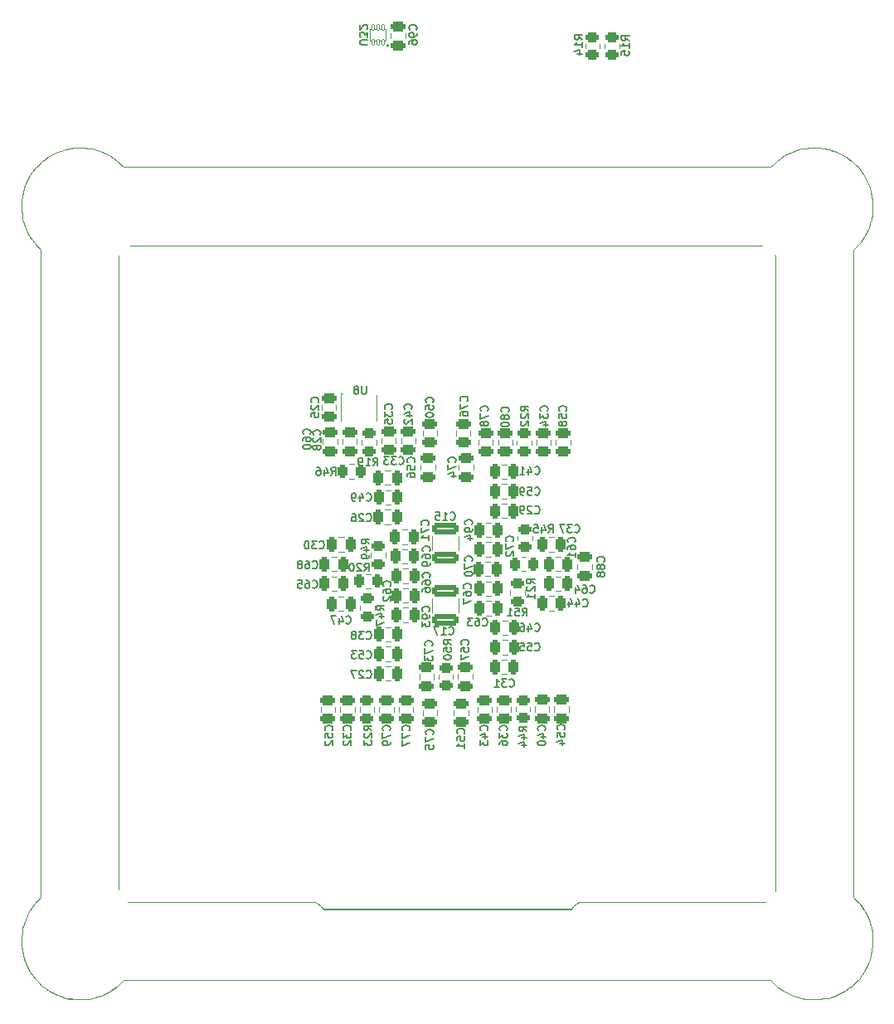
<source format=gbo>
G04 #@! TF.GenerationSoftware,KiCad,Pcbnew,8.0.1-8.0.1-1~ubuntu22.04.1*
G04 #@! TF.CreationDate,2024-05-15T13:20:28+02:00*
G04 #@! TF.ProjectId,qaxe,71617865-2e6b-4696-9361-645f70636258,rev?*
G04 #@! TF.SameCoordinates,Original*
G04 #@! TF.FileFunction,Legend,Bot*
G04 #@! TF.FilePolarity,Positive*
%FSLAX46Y46*%
G04 Gerber Fmt 4.6, Leading zero omitted, Abs format (unit mm)*
G04 Created by KiCad (PCBNEW 8.0.1-8.0.1-1~ubuntu22.04.1) date 2024-05-15 13:20:28*
%MOMM*%
%LPD*%
G01*
G04 APERTURE LIST*
G04 Aperture macros list*
%AMRoundRect*
0 Rectangle with rounded corners*
0 $1 Rounding radius*
0 $2 $3 $4 $5 $6 $7 $8 $9 X,Y pos of 4 corners*
0 Add a 4 corners polygon primitive as box body*
4,1,4,$2,$3,$4,$5,$6,$7,$8,$9,$2,$3,0*
0 Add four circle primitives for the rounded corners*
1,1,$1+$1,$2,$3*
1,1,$1+$1,$4,$5*
1,1,$1+$1,$6,$7*
1,1,$1+$1,$8,$9*
0 Add four rect primitives between the rounded corners*
20,1,$1+$1,$2,$3,$4,$5,0*
20,1,$1+$1,$4,$5,$6,$7,0*
20,1,$1+$1,$6,$7,$8,$9,0*
20,1,$1+$1,$8,$9,$2,$3,0*%
G04 Aperture macros list end*
%ADD10C,0.027881*%
%ADD11C,0.204515*%
%ADD12C,0.150000*%
%ADD13C,0.120000*%
%ADD14C,0.100000*%
%ADD15RoundRect,0.250000X-0.450000X0.262500X-0.450000X-0.262500X0.450000X-0.262500X0.450000X0.262500X0*%
%ADD16C,1.500000*%
%ADD17C,0.800000*%
%ADD18C,6.400000*%
%ADD19C,4.000000*%
%ADD20R,1.700000X1.700000*%
%ADD21O,1.700000X1.700000*%
%ADD22R,1.000000X1.000000*%
%ADD23O,1.000000X1.000000*%
%ADD24C,1.100000*%
%ADD25R,2.030000X1.730000*%
%ADD26O,2.030000X1.730000*%
%ADD27R,2.600000X2.600000*%
%ADD28C,2.600000*%
%ADD29C,0.650000*%
%ADD30O,1.000000X2.100000*%
%ADD31O,1.000000X1.800000*%
%ADD32RoundRect,0.250000X0.250000X0.475000X-0.250000X0.475000X-0.250000X-0.475000X0.250000X-0.475000X0*%
%ADD33RoundRect,0.250000X0.475000X-0.250000X0.475000X0.250000X-0.475000X0.250000X-0.475000X-0.250000X0*%
%ADD34RoundRect,0.250000X0.450000X-0.262500X0.450000X0.262500X-0.450000X0.262500X-0.450000X-0.262500X0*%
%ADD35RoundRect,0.250000X-0.475000X0.250000X-0.475000X-0.250000X0.475000X-0.250000X0.475000X0.250000X0*%
%ADD36RoundRect,0.250000X0.262500X0.450000X-0.262500X0.450000X-0.262500X-0.450000X0.262500X-0.450000X0*%
%ADD37RoundRect,0.250000X-0.262500X-0.450000X0.262500X-0.450000X0.262500X0.450000X-0.262500X0.450000X0*%
%ADD38RoundRect,0.250000X-0.250000X-0.475000X0.250000X-0.475000X0.250000X0.475000X-0.250000X0.475000X0*%
%ADD39R,1.000000X0.900000*%
%ADD40RoundRect,0.250000X1.100000X-0.325000X1.100000X0.325000X-1.100000X0.325000X-1.100000X-0.325000X0*%
%ADD41RoundRect,0.250000X-1.100000X0.325000X-1.100000X-0.325000X1.100000X-0.325000X1.100000X0.325000X0*%
%ADD42RoundRect,0.050000X0.100000X-0.285000X0.100000X0.285000X-0.100000X0.285000X-0.100000X-0.285000X0*%
G04 APERTURE END LIST*
D10*
X56662405Y-88768373D02*
X56677631Y-88780058D01*
X58331933Y-88899386D02*
X58471798Y-88792097D01*
X132642708Y-168526853D02*
X132596319Y-168527561D01*
X133829369Y-86851691D02*
X133911730Y-87050335D01*
X61810500Y-91946319D02*
X61799878Y-91960128D01*
X52480263Y-165699454D02*
X52289409Y-165328015D01*
X61907875Y-158302187D02*
X61921684Y-158312810D01*
X134415609Y-81928087D02*
X133975339Y-81781849D01*
X131150710Y-88151905D02*
X131158195Y-88169963D01*
X81838465Y-158767106D02*
X82008428Y-158895640D01*
X128347131Y-92029176D02*
X128241258Y-91891081D01*
D11*
X89080972Y-71221600D02*
G75*
G02*
X88876458Y-71221600I-102257J0D01*
G01*
X88876458Y-71221600D02*
G75*
G02*
X89080972Y-71221600I102257J0D01*
G01*
D10*
X134855880Y-168076806D02*
X135309559Y-167843107D01*
X137170136Y-91399960D02*
X137461941Y-90981427D01*
X56415251Y-86681020D02*
X56403566Y-86696246D01*
X131642032Y-161359035D02*
X131626509Y-161370720D01*
X133591156Y-163609623D02*
X133420408Y-163740636D01*
X137332450Y-84039518D02*
X137359786Y-84076698D01*
X62386957Y-158529866D02*
X62559398Y-158552528D01*
X58642469Y-161490048D02*
X58773482Y-161660719D01*
X55653960Y-81942605D02*
X55698221Y-81928087D01*
X131158195Y-163118502D02*
X131083323Y-162937917D01*
X138230419Y-160745045D02*
X138244052Y-160789306D01*
X136018009Y-82745324D02*
X136055479Y-82772589D01*
X137461941Y-90981427D02*
X137435419Y-91019315D01*
X81734717Y-158714701D02*
X81714180Y-158705140D01*
X130815168Y-168276512D02*
X130770833Y-168262702D01*
X52055711Y-164874428D02*
X52289409Y-165328015D01*
X56216961Y-87014218D02*
X56209525Y-87032276D01*
X58133289Y-163930427D02*
X58151348Y-163922991D01*
X61620709Y-157876219D02*
X61627436Y-157892153D01*
X57013661Y-88974098D02*
X57194600Y-89049165D01*
X55742128Y-168237562D02*
X55698221Y-168223045D01*
X136528492Y-92070250D02*
X136881377Y-91701644D01*
X136725436Y-83341255D02*
X136758260Y-83374186D01*
X132725200Y-86127579D02*
X132919184Y-86153074D01*
X131083323Y-162161754D02*
X131165684Y-161963110D01*
X62386957Y-158529866D02*
X62300559Y-158518536D01*
X61694005Y-92097869D02*
X61810500Y-91946319D01*
X57981385Y-168532518D02*
X58486316Y-168459222D01*
X57517529Y-81623571D02*
X57053673Y-81628528D01*
X133896756Y-88188022D02*
X133904245Y-88169963D01*
X51599999Y-162151131D02*
X51659840Y-161737910D01*
X51604956Y-162614988D02*
X51609913Y-163078844D01*
X53296438Y-91768566D02*
X53264570Y-91734928D01*
X130770833Y-81888429D02*
X130327482Y-82024754D01*
X56108964Y-162355795D02*
X56083470Y-162549835D01*
X61620709Y-157876219D02*
X61627436Y-157892153D01*
X58761443Y-88505993D02*
X58880770Y-88350548D01*
X58331933Y-163847925D02*
X58471798Y-163740636D01*
X131626509Y-88780058D02*
X131781735Y-88899386D01*
X57369166Y-164020720D02*
X57388641Y-164023198D01*
X137633284Y-165699454D02*
X137387157Y-166036547D01*
X129493550Y-82431602D02*
X129074896Y-82723371D01*
X132317839Y-164020720D02*
X132337240Y-164023198D01*
X138508804Y-162614988D02*
X138503740Y-163078844D01*
X57757247Y-89077138D02*
X57776368Y-89074660D01*
X61560160Y-92597842D02*
X61584946Y-92408051D01*
X138058120Y-85276350D02*
X137824492Y-84822763D01*
X59786175Y-168126024D02*
X59387117Y-168248893D01*
X131471284Y-88661084D02*
X131340267Y-88490413D01*
X128241258Y-158260051D02*
X128283607Y-158204813D01*
X131233071Y-86851691D02*
X131364087Y-86681020D01*
X58487378Y-88780058D02*
X58331933Y-88899386D01*
X132744601Y-161078951D02*
X132725200Y-161076472D01*
X56083470Y-162549835D02*
X56106485Y-162724401D01*
X62473000Y-91609581D02*
X62559398Y-91598250D01*
X57407761Y-86125101D02*
X57388641Y-86127579D01*
X59081539Y-87601297D02*
X59053212Y-87814458D01*
X131980570Y-161169244D02*
X131962493Y-161176679D01*
X108591956Y-158625470D02*
X108605411Y-158621221D01*
X98357376Y-83603989D02*
X62051635Y-83603989D01*
X137387157Y-166036547D02*
X137359786Y-166074080D01*
X132705803Y-89077138D02*
X132725200Y-89074660D01*
X131340267Y-163438952D02*
X131352179Y-163454532D01*
X131781735Y-86302853D02*
X131980570Y-86220705D01*
X136725436Y-83341255D02*
X136758260Y-83374186D01*
X134030194Y-162549835D02*
X134007210Y-162375270D01*
X58151348Y-86228141D02*
X58331933Y-86302853D01*
X131962493Y-88974098D02*
X132143256Y-89049165D01*
X57776368Y-161076472D02*
X57970408Y-161101967D01*
X138508804Y-87536144D02*
X138503740Y-87072288D01*
X128241258Y-91891081D02*
X128357718Y-92042985D01*
X56595836Y-168445766D02*
X56138353Y-168369283D01*
X52006138Y-160345987D02*
X52189202Y-159970653D01*
X96371682Y-159392426D02*
X107705920Y-159393843D01*
X138508804Y-87536144D02*
X138513832Y-88000000D01*
X138508804Y-162614988D02*
X138513832Y-162151131D01*
X60161509Y-82207818D02*
X60203292Y-82228355D01*
X52480263Y-165699454D02*
X52781238Y-166111614D01*
X108591956Y-158625470D02*
X108707814Y-158592894D01*
X51599999Y-162151131D02*
X51605310Y-162661373D01*
X129952211Y-167942960D02*
X129910514Y-167922777D01*
X56134458Y-162937917D02*
X56202089Y-163100443D01*
X51686396Y-86614451D02*
X51609913Y-87072288D01*
X133975339Y-81781849D02*
X134371582Y-81913216D01*
X137700667Y-159512108D02*
X137408863Y-159093576D01*
X133911730Y-161999227D02*
X133904245Y-161981169D01*
X136528492Y-128376027D02*
X136528492Y-158080882D01*
X133896756Y-163136560D02*
X133979117Y-162937917D01*
X136791049Y-166744016D02*
X136758260Y-166776946D01*
X57194600Y-161101967D02*
X57407761Y-161073994D01*
X52055711Y-85276350D02*
X51894600Y-85760744D01*
X137904056Y-159929225D02*
X138107444Y-160345987D01*
X62559398Y-91598250D02*
X84217941Y-91598250D01*
X56209525Y-161981169D02*
X56134458Y-162161754D01*
X136055479Y-167378543D02*
X136430197Y-167104832D01*
X135680754Y-82498878D02*
X135227074Y-82265534D01*
X51599999Y-88000000D02*
X51673295Y-88504931D01*
X138350597Y-163993809D02*
X138434835Y-163490649D01*
X128034294Y-158418682D02*
X128089496Y-158376192D01*
X57388641Y-89074660D02*
X57582681Y-89100154D01*
X62300559Y-91632596D02*
X62236469Y-91659153D01*
X60245074Y-167902240D02*
X60203292Y-167922777D01*
X57776368Y-161076472D02*
X57582681Y-161050978D01*
X62490351Y-91607456D02*
X62473000Y-91609581D01*
X127620860Y-158541197D02*
X127534639Y-158552528D01*
X138440606Y-161645847D02*
X138447263Y-161691878D01*
X56216961Y-87014218D02*
X56209525Y-87032276D01*
X79886020Y-91598250D02*
X84217941Y-91598250D01*
X53264570Y-158415850D02*
X53585374Y-158080882D01*
X128473293Y-92274913D02*
X128466636Y-92258625D01*
X82319318Y-159238044D02*
X82407840Y-159393843D01*
X56415251Y-161629559D02*
X56403566Y-161645139D01*
X133435931Y-86422181D02*
X133280705Y-86302853D01*
X133099947Y-161176679D02*
X133280705Y-161251746D01*
X56111797Y-162336320D02*
X56108964Y-162355795D01*
X51604602Y-87582530D02*
X51604956Y-87536144D01*
X58440284Y-81685183D02*
X57981385Y-81618614D01*
X57031719Y-86220705D02*
X57013661Y-86228141D01*
X104840174Y-159237690D02*
X95056951Y-159246542D01*
X137924416Y-90180125D02*
X137904056Y-90221907D01*
X107806233Y-159213258D02*
X107820503Y-159190950D01*
X81508455Y-158621221D02*
X81521910Y-158625470D01*
X51763233Y-86156969D02*
X51894600Y-85760744D01*
X58151348Y-86228141D02*
X57970408Y-86153074D01*
X56138353Y-168369283D02*
X56641868Y-168453556D01*
X137170136Y-91399960D02*
X136881377Y-91701644D01*
X130327482Y-168126024D02*
X129952211Y-167942960D01*
X56134458Y-162161754D02*
X56111797Y-162336320D01*
X131214184Y-168399381D02*
X131719217Y-168472677D01*
X58151348Y-88974098D02*
X58331933Y-88899386D01*
X130770833Y-168262702D02*
X131214184Y-168399381D01*
X138380695Y-88918152D02*
X138453920Y-88413222D01*
X81838465Y-158767106D02*
X81833862Y-158764273D01*
X131642032Y-86410142D02*
X131626509Y-86422181D01*
X57582681Y-89100154D02*
X57369166Y-89071827D01*
X58948047Y-163136560D02*
X58955483Y-163118502D01*
X138453920Y-88413222D02*
X138447263Y-88458899D01*
X128466636Y-92258625D02*
X128499920Y-92339003D01*
X82102970Y-158969290D02*
X81969832Y-158866959D01*
X128430767Y-166900169D02*
X128397234Y-166867947D01*
X54804147Y-82308025D02*
X54845576Y-82286779D01*
X61694005Y-158052909D02*
X61620709Y-157876219D01*
X131673306Y-81685183D02*
X132132424Y-81618614D01*
X58955483Y-88169963D02*
X58948047Y-88188022D01*
X56111797Y-87387781D02*
X56108964Y-87407256D01*
X56391527Y-163438952D02*
X56403566Y-163454532D01*
X57582681Y-89100154D02*
X57757247Y-89077138D01*
X81508455Y-158621221D02*
X81415683Y-158595019D01*
X131471284Y-161490048D02*
X131364087Y-161629559D01*
X127793265Y-91632596D02*
X127970026Y-91705539D01*
X138427186Y-163536326D02*
X138503740Y-163078844D01*
X131032246Y-87601297D02*
X131060339Y-87387781D01*
X133081870Y-88981534D02*
X133099947Y-88974098D01*
X51604956Y-162614988D02*
X51599999Y-162151131D01*
X129151015Y-167480521D02*
X129112954Y-167453964D01*
X51609913Y-163078844D02*
X51694186Y-163582004D01*
X62059779Y-158418682D02*
X61907875Y-158302187D01*
X57563915Y-168527915D02*
X57517529Y-168527561D01*
X136528492Y-128376027D02*
X136528492Y-92070250D01*
X128283607Y-158204813D02*
X128294195Y-158191003D01*
X58394607Y-81678455D02*
X58440284Y-81685183D01*
X61990731Y-91785209D02*
X62059779Y-91732095D01*
X128241258Y-158260051D02*
X128089496Y-158376192D01*
X59053212Y-87814458D02*
X59056044Y-87794983D01*
X57582681Y-86102085D02*
X57407761Y-86125101D01*
X58761443Y-161645139D02*
X58642469Y-161490048D01*
X133829369Y-88350548D02*
X133698353Y-88521219D01*
X55257735Y-82074326D02*
X54804147Y-82308025D01*
X53232347Y-158449488D02*
X53264570Y-158415850D01*
X131471284Y-163609623D02*
X131340267Y-163438952D01*
X56550159Y-81712802D02*
X56595836Y-81705012D01*
X57053673Y-81628528D02*
X56550159Y-81712802D01*
X132919184Y-86153074D02*
X132744601Y-86130412D01*
X51733136Y-88918152D02*
X51883270Y-89405733D01*
X56833075Y-161251746D02*
X57031719Y-161169244D01*
X133280705Y-86302853D02*
X133451454Y-86433866D01*
X131471284Y-161490048D02*
X131642032Y-161359035D01*
X132337240Y-161076472D02*
X132143256Y-161101967D01*
X130726497Y-81901885D02*
X130770833Y-81888429D01*
X136092963Y-167350924D02*
X136055479Y-167378543D01*
X53585374Y-158080882D02*
X53585374Y-125075566D01*
X58487378Y-86422181D02*
X58642469Y-86541155D01*
X137359786Y-84076698D02*
X137086288Y-83702072D01*
X133081870Y-163930427D02*
X133099947Y-163922991D01*
X134007210Y-162375270D02*
X134004657Y-162355795D01*
X122604662Y-158552528D02*
X121372185Y-158552528D01*
X131471284Y-86541155D02*
X131642032Y-86410142D01*
X56284238Y-86851691D02*
X56415251Y-86681020D01*
X109047278Y-158552528D02*
X122604662Y-158552528D01*
X53585374Y-125075566D02*
X53585374Y-121775105D01*
X135309559Y-167843107D02*
X135268315Y-167864353D01*
X58899537Y-81751751D02*
X59298595Y-81874620D01*
X54020903Y-82799854D02*
X54058082Y-82772589D01*
X133563534Y-168437976D02*
X133517775Y-168445766D01*
X136881377Y-91701644D02*
X136849296Y-91734928D01*
X61571490Y-157639333D02*
X61560160Y-157553290D01*
X56111797Y-87387781D02*
X56108964Y-87407256D01*
X133722173Y-161660719D02*
X133710261Y-161645139D01*
X56138353Y-81781849D02*
X56550159Y-81712802D01*
X54433062Y-82498878D02*
X54020903Y-82799854D01*
X53296438Y-91768566D02*
X53264570Y-91734928D01*
X131781735Y-161251746D02*
X131980570Y-161169244D01*
X131781731Y-86302853D02*
X131642032Y-86410142D01*
X137924416Y-90180125D02*
X137904056Y-90221907D01*
X134030194Y-87601297D02*
X134002101Y-87814458D01*
X59058523Y-162375270D02*
X59056044Y-162355795D01*
X56693210Y-86410142D02*
X56677631Y-86422181D01*
X55742128Y-168237562D02*
X55698221Y-168223045D01*
X58880770Y-163299441D02*
X58948047Y-163136560D01*
X53388146Y-166809522D02*
X53355570Y-166776946D01*
X107794371Y-159238044D02*
X104840174Y-159237690D01*
X135268315Y-167864353D02*
X135680754Y-167651899D01*
X132725200Y-164023198D02*
X132919184Y-163997704D01*
X127534639Y-158552528D02*
X121372185Y-158552528D01*
X57194600Y-89049165D02*
X57369166Y-89071827D01*
X131233071Y-88350548D02*
X131340267Y-88490413D01*
X131158195Y-88169963D02*
X131233071Y-88350548D01*
X53355570Y-83374186D02*
X53027330Y-83702072D01*
X138453920Y-88413222D02*
X138447263Y-88458899D01*
X128034294Y-91732095D02*
X127970026Y-91705539D01*
X138509300Y-162568602D02*
X138508804Y-162614988D01*
X57517529Y-168527561D02*
X57981385Y-168532518D01*
X56677631Y-86422181D02*
X56833075Y-86302853D01*
X55257735Y-168076806D02*
X55742128Y-168237562D01*
X52412986Y-90638669D02*
X52704755Y-91057556D01*
X61810500Y-91946319D02*
X61799878Y-91960128D01*
X62059779Y-91732095D02*
X62004541Y-91774586D01*
X132725200Y-89074660D02*
X132531220Y-89100154D01*
X132919184Y-163997704D02*
X133081870Y-163930427D01*
X56415251Y-161629559D02*
X56403566Y-161645139D01*
X133911730Y-87050335D02*
X133904245Y-87032276D01*
X131083323Y-87213215D02*
X131165684Y-87014218D01*
X108944876Y-158561734D02*
X108965342Y-158559964D01*
X131158195Y-163118502D02*
X131233071Y-163299441D01*
X128062160Y-83603989D02*
X128363738Y-83315053D01*
X58502604Y-86433866D02*
X58487378Y-86422181D01*
X59053212Y-87814458D02*
X59056044Y-87794983D01*
X53683456Y-167104832D02*
X54095616Y-167405808D01*
X56522540Y-86541155D02*
X56693210Y-86410142D01*
X137904056Y-90221907D02*
X138107444Y-89804791D01*
X128732344Y-167188751D02*
X128430767Y-166900169D01*
X58440284Y-168465949D02*
X57981385Y-168532518D01*
X81521910Y-158625470D02*
X81714180Y-158705140D01*
X62051635Y-83603989D02*
X95056951Y-83603989D01*
X132337240Y-164023198D02*
X132143256Y-163997704D01*
X79886020Y-91598250D02*
X62559398Y-91598250D01*
X131962493Y-161176679D02*
X132143256Y-161101967D01*
X108399509Y-158705140D02*
X108591956Y-158625470D01*
X129074896Y-82723371D02*
X129112957Y-82696814D01*
X134855880Y-168076806D02*
X134459637Y-168208527D01*
X56106485Y-162724401D02*
X56108964Y-162743876D01*
X56138353Y-81781849D02*
X55653960Y-81942605D01*
X54058082Y-82772589D02*
X53683456Y-83045945D01*
X128400067Y-158052909D02*
X128426695Y-157988465D01*
X127793265Y-91632596D02*
X127724324Y-91623390D01*
X134007210Y-87426377D02*
X134004657Y-87407256D01*
X56391527Y-88490413D02*
X56403566Y-88505993D01*
X51678960Y-86660483D02*
X51686396Y-86614451D01*
X53585374Y-92070250D02*
X53296438Y-91768566D01*
X131340267Y-88490413D02*
X131352179Y-88505993D01*
X138257720Y-89317210D02*
X138244052Y-89361472D01*
X132919184Y-161101967D02*
X132744601Y-161078951D01*
X52268164Y-84864191D02*
X52055711Y-85276350D01*
X136791049Y-166744016D02*
X136758260Y-166776946D01*
X137359786Y-166074080D02*
X137086288Y-166448706D01*
X62236469Y-91659153D02*
X62220535Y-91665881D01*
X81405769Y-158592894D02*
X81415683Y-158595019D01*
X52268164Y-165286941D02*
X52480263Y-165699454D01*
X133280705Y-88899386D02*
X133280709Y-88899386D01*
X131610986Y-163716912D02*
X131626509Y-163728951D01*
X131083323Y-87989024D02*
X131150710Y-88151905D01*
X132744601Y-86130412D02*
X132725200Y-86127579D01*
X56202089Y-88151905D02*
X56209525Y-88169963D01*
X56995602Y-88966663D02*
X57013661Y-88974098D01*
X60203292Y-167922777D02*
X60620054Y-167719176D01*
X133118023Y-161184469D02*
X133099947Y-161176679D01*
X52006138Y-89804791D02*
X51883270Y-89405733D01*
X81148346Y-158559964D02*
X81168884Y-158561734D01*
X131032246Y-162549835D02*
X131060339Y-162336320D01*
X81969832Y-158866959D02*
X82008428Y-158895640D01*
X132705803Y-89077138D02*
X132725200Y-89074660D01*
X57013661Y-161176679D02*
X56833075Y-161251746D01*
X133979117Y-87989024D02*
X134002101Y-87814458D01*
X127970026Y-91705539D02*
X127953951Y-91698811D01*
X133829369Y-161800230D02*
X133911730Y-161999227D01*
X51894600Y-85760744D02*
X51909472Y-85716837D01*
X133975339Y-168369283D02*
X134459637Y-168208527D01*
X58761443Y-163454532D02*
X58642469Y-163609623D01*
X131364087Y-161629559D02*
X131352179Y-161645139D01*
X51599999Y-88000000D02*
X51604602Y-87582530D01*
X108399509Y-158705140D02*
X108379184Y-158714701D01*
X134004657Y-87794983D02*
X133979117Y-87989024D01*
X129112957Y-82696814D02*
X129493550Y-82431602D01*
X135227074Y-82265534D02*
X135268319Y-82286779D01*
X132143256Y-163997704D02*
X131944417Y-163915201D01*
X58486316Y-168459222D02*
X58440284Y-168465949D01*
X133904245Y-88169963D02*
X133896756Y-88188022D01*
X61594152Y-157811774D02*
X61620709Y-157876219D01*
X74897265Y-158552528D02*
X62559398Y-158552528D01*
X58169406Y-86235576D02*
X58151348Y-86228141D01*
X52943765Y-158750818D02*
X53232347Y-158449488D01*
X128473293Y-92274913D02*
X128466636Y-92258625D01*
X61594152Y-157811774D02*
X61569012Y-157622337D01*
X51686396Y-163536326D02*
X51609913Y-163078844D01*
X58502604Y-86433866D02*
X58487378Y-86422181D01*
X138447263Y-161691878D02*
X138380695Y-161232625D01*
X56522540Y-86541155D02*
X56415251Y-86681020D01*
X51609913Y-87072288D02*
X51604602Y-87582530D01*
X59030550Y-162161754D02*
X58962919Y-161999227D01*
X53585374Y-125075566D02*
X53585374Y-121775105D01*
X59056044Y-87794983D02*
X59081539Y-87601297D01*
X131781735Y-161251746D02*
X131642032Y-161359035D01*
X133451454Y-161382759D02*
X133435931Y-161370720D01*
X137408863Y-159093576D02*
X137435419Y-159131463D01*
X61852637Y-158260051D02*
X61736142Y-158108147D01*
X58880770Y-161800230D02*
X58773482Y-161660719D01*
X57582681Y-86102085D02*
X57795843Y-86130412D01*
X58955483Y-87032276D02*
X59030550Y-87213215D01*
X56403566Y-163454532D02*
X56284238Y-163299441D01*
X82102970Y-158969290D02*
X82097304Y-158963625D01*
X130327482Y-168126024D02*
X130815168Y-168276512D01*
X57970408Y-163997704D02*
X57757247Y-164025677D01*
X52246919Y-84905265D02*
X52268164Y-84864191D01*
X59056044Y-87407256D02*
X59081539Y-87601297D01*
X81066552Y-158552528D02*
X74897265Y-158552528D01*
X134004657Y-162355795D02*
X133979117Y-162161754D01*
X59030550Y-87989024D02*
X58955483Y-88169963D01*
X51909472Y-85716837D02*
X52055711Y-85276350D01*
X59387117Y-168248893D02*
X59342856Y-168262702D01*
X58331933Y-86302853D02*
X58502604Y-86433866D01*
X128397270Y-83283185D02*
X128062160Y-83603989D01*
X131055230Y-87775862D02*
X131057783Y-87794983D01*
X58761443Y-88505993D02*
X58642469Y-88661084D01*
X133710261Y-163454532D02*
X133591156Y-163609623D01*
X52209739Y-90221907D02*
X52006138Y-89804791D01*
X133280705Y-88899386D02*
X133081870Y-88981534D01*
X51659840Y-161737910D02*
X51666567Y-161691878D01*
X108279827Y-158764273D02*
X108143750Y-158866959D01*
X131083323Y-162937917D02*
X131055230Y-162724401D01*
X51869814Y-160789306D02*
X51733136Y-161232625D01*
X137387157Y-166036547D02*
X137359786Y-166074080D01*
X109047278Y-158552528D02*
X108965342Y-158559964D01*
X137408863Y-159093576D02*
X137435419Y-159131463D01*
X133904245Y-163118502D02*
X133829369Y-163299441D01*
X138204358Y-85716837D02*
X138058120Y-85276350D01*
X128522617Y-92511445D02*
X128533948Y-92597842D01*
X132143256Y-86153074D02*
X132356637Y-86125101D01*
X133517775Y-168445766D02*
X133975339Y-168369283D01*
X133904245Y-161981169D02*
X133979117Y-162161754D01*
X133451454Y-161382759D02*
X133435931Y-161370720D01*
X133911730Y-161999227D02*
X133904245Y-161981169D01*
X56677631Y-163728951D02*
X56522540Y-163609623D01*
X132356637Y-86125101D02*
X132337240Y-86127579D01*
X131962493Y-86228141D02*
X132143256Y-86153074D01*
X138107444Y-89804791D02*
X138257720Y-89317210D01*
X82097304Y-158963625D02*
X82277889Y-159170767D01*
X128103270Y-158365923D02*
X128241258Y-158260051D01*
X57970408Y-161101967D02*
X57795843Y-161078951D01*
X127970026Y-91705539D02*
X127953951Y-91698811D01*
X128294195Y-158191003D02*
X128400067Y-158052909D01*
X52753974Y-166074080D02*
X53027330Y-166448706D01*
X132549930Y-81623217D02*
X132596319Y-81623571D01*
X133710261Y-88505993D02*
X133829369Y-88350548D01*
X137086288Y-166448706D02*
X136791049Y-166744016D01*
X56108964Y-162743876D02*
X56134458Y-162937917D01*
X133435931Y-88780058D02*
X133280705Y-88899386D01*
X137332450Y-84039518D02*
X137359786Y-84076698D01*
X131083323Y-87213215D02*
X131060339Y-87387781D01*
X62300559Y-158518536D02*
X62369606Y-158527742D01*
X133698353Y-88521219D02*
X133710261Y-88505993D01*
X134004657Y-87407256D02*
X134030194Y-87601297D01*
X132725200Y-161076472D02*
X132919184Y-161101967D01*
X52189202Y-159970653D02*
X52209739Y-159929225D01*
X52678199Y-159131463D02*
X52412986Y-159512108D01*
X128426695Y-157988465D02*
X128433351Y-157972531D01*
X134004657Y-162743876D02*
X134030194Y-162549835D01*
X56106485Y-162724401D02*
X56108964Y-162743876D01*
X61799878Y-91960128D02*
X61852637Y-91891081D01*
X131060339Y-87387781D02*
X131057783Y-87407256D01*
X56677631Y-88780058D02*
X56522540Y-88661084D01*
X58331933Y-163847925D02*
X58133289Y-163930427D01*
X81833862Y-158764273D02*
X81734717Y-158714701D01*
X134004657Y-87794983D02*
X134030194Y-87601297D01*
X133710261Y-161645139D02*
X133829369Y-161800230D01*
X59298595Y-81874620D02*
X59342856Y-81888429D01*
X131032246Y-87601297D02*
X131055230Y-87775862D01*
X56106485Y-87775862D02*
X56108964Y-87794983D01*
X136018009Y-82745324D02*
X136055479Y-82772589D01*
X82277889Y-159170767D02*
X82247438Y-159135004D01*
X61381345Y-82962381D02*
X61683028Y-83250963D01*
X61569012Y-157622337D02*
X61571490Y-157639333D01*
X60203292Y-82228355D02*
X60620054Y-82431602D01*
X131673302Y-168465949D02*
X131214184Y-168399381D01*
X52209739Y-90221907D02*
X52412986Y-90638669D01*
X128732379Y-82962381D02*
X128363738Y-83315053D01*
X128089496Y-158376192D02*
X128103270Y-158365923D01*
X59342856Y-168262702D02*
X58899537Y-168399381D01*
X135268315Y-167864353D02*
X134855880Y-168076806D01*
X128433351Y-157972531D02*
X128400067Y-158052909D01*
X58394607Y-81678455D02*
X58440284Y-81685183D01*
X56284238Y-163299441D02*
X56202089Y-163100443D01*
X61736142Y-158108147D02*
X61746764Y-158121956D01*
X52704755Y-91057556D02*
X52678199Y-91019315D01*
X133904245Y-163118502D02*
X133896756Y-163136560D01*
X61683028Y-83250963D02*
X61716313Y-83283185D01*
X56284238Y-163299441D02*
X56391527Y-163438952D01*
X131158195Y-161981169D02*
X131233071Y-161800230D01*
X53264570Y-91734928D02*
X53585374Y-92070250D01*
X133979117Y-87213215D02*
X133911730Y-87050335D01*
X56134458Y-87989024D02*
X56106485Y-87775862D01*
X56662405Y-163716912D02*
X56677631Y-163728951D01*
X136817216Y-158382211D02*
X136849296Y-158415850D01*
X57471143Y-81623925D02*
X57517529Y-81623571D01*
X56833075Y-86302853D02*
X56693210Y-86410142D01*
X133979117Y-87989024D02*
X133904245Y-88169963D01*
X133979117Y-162161754D02*
X134007210Y-162375270D01*
X54845576Y-82286779D02*
X55257735Y-82074326D01*
X131610986Y-88768373D02*
X131626509Y-88780058D01*
X57388641Y-86127579D02*
X57582681Y-86102085D01*
X108698112Y-158595019D02*
X108605411Y-158621221D01*
X133829369Y-86851691D02*
X133722173Y-86711826D01*
X57757247Y-89077138D02*
X57776368Y-89074660D01*
X137700667Y-90638669D02*
X137924416Y-90180125D01*
X56403566Y-161645139D02*
X56284238Y-161800230D01*
X128062160Y-83603989D02*
X95056951Y-83603989D01*
X129868820Y-82248538D02*
X129910517Y-82228355D01*
X133280709Y-86302853D02*
X133118023Y-86235576D01*
X59056044Y-87794983D02*
X59030550Y-87989024D01*
X91756490Y-166547143D02*
X95056951Y-166547143D01*
X57471143Y-81623925D02*
X57517529Y-81623571D01*
X58642469Y-163609623D02*
X58749758Y-163470112D01*
X128433351Y-157972531D02*
X128499920Y-157811774D01*
X108143750Y-158866959D02*
X108105225Y-158895640D01*
X56134458Y-87989024D02*
X56202089Y-88151905D01*
X127620860Y-158541197D02*
X127793265Y-158518536D01*
X138058120Y-85276350D02*
X138189734Y-85672575D01*
X61381345Y-82962381D02*
X60962812Y-82670257D01*
X96371682Y-159392426D02*
X104840174Y-159237690D01*
X131150710Y-88151905D02*
X131158195Y-88169963D01*
X93739387Y-159392426D02*
X85255421Y-159237690D01*
X133060214Y-168522249D02*
X132642708Y-168526853D01*
X133975339Y-168369283D02*
X133563534Y-168437976D01*
X133829369Y-161800230D02*
X133722173Y-161660719D01*
X54845576Y-167864353D02*
X54433062Y-167651899D01*
X131083323Y-162161754D02*
X131060339Y-162336320D01*
X131626509Y-163728951D02*
X131781735Y-163847925D01*
X54095616Y-167405808D02*
X54058082Y-167378543D01*
X51666567Y-161691878D02*
X51733136Y-161232625D01*
X85255421Y-159237690D02*
X95056951Y-159246542D01*
X127724324Y-91623390D02*
X127707080Y-91620912D01*
X61716313Y-166867947D02*
X61381345Y-167188751D01*
X62220535Y-91665881D02*
X62059779Y-91732095D01*
X121372185Y-158552528D02*
X122604662Y-158552528D01*
X132337240Y-89074660D02*
X132531220Y-89100154D01*
X57194600Y-86153074D02*
X57407761Y-86125101D01*
X128186056Y-91848591D02*
X128172282Y-91837968D01*
X56108964Y-87794983D02*
X56134458Y-87989024D01*
X138509300Y-162568602D02*
X138508804Y-162614988D01*
X57194600Y-163997704D02*
X57369166Y-164020720D01*
X136881377Y-91701644D02*
X136849296Y-91734928D01*
X131165684Y-87014218D02*
X131158195Y-87032276D01*
X58169406Y-161184469D02*
X58151348Y-161176679D01*
X57194600Y-163997704D02*
X56995602Y-163915201D01*
X133591156Y-161490048D02*
X133722173Y-161660719D01*
X58642469Y-86541155D02*
X58773482Y-86711826D01*
X138513832Y-88000000D02*
X138453920Y-88413222D01*
X58761443Y-163454532D02*
X58880770Y-163299441D01*
X136758260Y-166776946D02*
X137086288Y-166448706D01*
X133435931Y-163728951D02*
X133591156Y-163609623D01*
X132317839Y-89071827D02*
X132337240Y-89074660D01*
X52704755Y-91057556D02*
X52678199Y-91019315D01*
X53585374Y-158080882D02*
X53232347Y-158449488D01*
X61627436Y-157892153D02*
X61694005Y-158052909D01*
X130770833Y-81888429D02*
X131214184Y-81751751D01*
X131352179Y-163454532D02*
X131471284Y-163609623D01*
X132919184Y-163997704D02*
X132705803Y-164025677D01*
X128089496Y-158376192D02*
X128103270Y-158365923D01*
X56403566Y-163454532D02*
X56522540Y-163609623D01*
X131060339Y-162336320D02*
X131057783Y-162355795D01*
X129493550Y-167719176D02*
X129151015Y-167480521D01*
X76131264Y-158552528D02*
X74897265Y-158552528D01*
X56083470Y-162549835D02*
X56111797Y-162336320D01*
X52189202Y-159970653D02*
X52209739Y-159929225D01*
X133451454Y-86433866D02*
X133435931Y-86422181D01*
X137086288Y-83702072D02*
X137332450Y-84039518D01*
X108016526Y-158963625D02*
X108105225Y-158895640D01*
X137435419Y-159131463D02*
X137700667Y-159512108D01*
X52268164Y-84864191D02*
X52480263Y-84451678D01*
X81415683Y-158595019D02*
X81148346Y-158559964D01*
X131626509Y-86422181D02*
X131781735Y-86302853D01*
X132596319Y-168527561D02*
X132132424Y-168532518D01*
X132132424Y-81618614D02*
X131627391Y-81691910D01*
X133081870Y-88981534D02*
X133099947Y-88974098D01*
X58133289Y-163930427D02*
X58151348Y-163922991D01*
X58955483Y-87032276D02*
X58880770Y-86851691D01*
X128357718Y-92042985D02*
X128347131Y-92029176D01*
X56662405Y-88768373D02*
X56677631Y-88780058D01*
X128062125Y-166547143D02*
X128430767Y-166900169D01*
X133517778Y-81705012D02*
X133975339Y-81781849D01*
X131980570Y-86220705D02*
X131962493Y-86228141D01*
X55257735Y-168076806D02*
X54886650Y-167885598D01*
X56833075Y-161251746D02*
X56693210Y-161359035D01*
X52006138Y-89804791D02*
X52229922Y-90263690D01*
X132531220Y-161050978D02*
X132744601Y-161078951D01*
X136758260Y-166776946D02*
X136430197Y-167104832D01*
X58487378Y-88780058D02*
X58642469Y-88661084D01*
X128533948Y-114249658D02*
X128533948Y-109919153D01*
X133099947Y-161176679D02*
X132919184Y-161101967D01*
X52781238Y-166111614D02*
X52753974Y-166074080D01*
X56209525Y-163118502D02*
X56134458Y-162937917D01*
X52055711Y-164874428D02*
X51923990Y-164478202D01*
X137883731Y-159887442D02*
X137904056Y-159929225D01*
X59342856Y-81888429D02*
X59786175Y-82024754D01*
X127793265Y-158518536D02*
X127603615Y-158543322D01*
X136528492Y-158080882D02*
X136528492Y-125075566D01*
X51763233Y-163993809D02*
X51694186Y-163582004D01*
X138434835Y-163490649D02*
X138427186Y-163536326D01*
X138189734Y-85672575D02*
X138204358Y-85716837D01*
X61852637Y-91891081D02*
X62004541Y-91774586D01*
X62490351Y-91607456D02*
X62473000Y-91609581D01*
X134004657Y-162355795D02*
X134030194Y-162549835D01*
X59030550Y-162161754D02*
X59058523Y-162375270D01*
X108010684Y-158969290D02*
X108016526Y-158963625D01*
X131944417Y-163915201D02*
X131962493Y-163922991D01*
X56108964Y-87407256D02*
X56083470Y-87601297D01*
X129910517Y-82228355D02*
X130327482Y-82024754D01*
X51909472Y-164434295D02*
X51763233Y-163993809D01*
X56403566Y-86696246D02*
X56522540Y-86541155D01*
X61660721Y-92178247D02*
X61694005Y-92097869D01*
X81415683Y-158595019D02*
X81405769Y-158592894D01*
X136849296Y-158415850D02*
X137170136Y-158750818D01*
X51694186Y-163582004D02*
X51686396Y-163536326D01*
X60161509Y-82207818D02*
X60203292Y-82228355D01*
X132531220Y-89100154D02*
X132317839Y-89071827D01*
X127857568Y-158491979D02*
X127873608Y-158485251D01*
X137170136Y-158750818D02*
X136817216Y-158382211D01*
X134415609Y-168223045D02*
X134855880Y-168076806D01*
X131944417Y-88966663D02*
X131962493Y-88974098D01*
X137845702Y-165286941D02*
X137633284Y-165699454D01*
X127603615Y-158543322D02*
X127620860Y-158541197D01*
X137086288Y-83702072D02*
X136725436Y-83341255D01*
X108605411Y-158621221D02*
X108379184Y-158714701D01*
X62140157Y-158451967D02*
X62059779Y-158418682D01*
X108105225Y-158895640D02*
X108143750Y-158866959D01*
X62140157Y-158451967D02*
X62300559Y-158518536D01*
X62004541Y-91774586D02*
X61990731Y-91785209D01*
X57407761Y-161073994D02*
X57388641Y-161076472D01*
X132531220Y-164048693D02*
X132317839Y-164020720D01*
X128533948Y-157553290D02*
X128508985Y-157743081D01*
X51894600Y-85760744D02*
X51909472Y-85716837D01*
X57776368Y-164023198D02*
X57970408Y-163997704D01*
X138427186Y-163536326D02*
X138350597Y-163993809D01*
X128533948Y-109919153D02*
X128533948Y-114249658D01*
X129112954Y-167453964D02*
X128732344Y-167188751D01*
X108105225Y-158895640D02*
X108275330Y-158767106D01*
X133911730Y-87050335D02*
X133904245Y-87032276D01*
X127953951Y-91698811D02*
X127793265Y-91632596D01*
X138440606Y-161645847D02*
X138447263Y-161691878D01*
X127603615Y-158543322D02*
X127620860Y-158541197D01*
X138419503Y-86568774D02*
X138427186Y-86614451D01*
X133517778Y-81705012D02*
X133060214Y-81628528D01*
X53683456Y-83045945D02*
X54020903Y-82799854D01*
X128499920Y-157811774D02*
X128508985Y-157743081D01*
X138434835Y-163490649D02*
X138427186Y-163536326D01*
X95056951Y-166547143D02*
X128062125Y-166547143D01*
X95056951Y-159393489D02*
X96371682Y-159392426D01*
X133904245Y-87032276D02*
X133979117Y-87213215D01*
X128363738Y-83315053D02*
X128397270Y-83283185D01*
X62300559Y-91632596D02*
X62490351Y-91607456D01*
X56677631Y-161370720D02*
X56522540Y-161490048D01*
X52678199Y-91019315D02*
X52943765Y-91399960D01*
X138513832Y-162151131D02*
X138509300Y-162568602D01*
X54058082Y-82772589D02*
X54433062Y-82498878D01*
X82407840Y-159393843D02*
X93739387Y-159392426D01*
X133420408Y-163740636D02*
X133435931Y-163728951D01*
X132337240Y-89074660D02*
X132143256Y-89049165D01*
X134002101Y-162763351D02*
X134004657Y-162743876D01*
X62123869Y-158445239D02*
X62140157Y-158451967D01*
X127953951Y-91698811D02*
X128034294Y-91732095D01*
X61560160Y-135901474D02*
X61560160Y-92597842D01*
X136092963Y-167350924D02*
X136055479Y-167378543D01*
X107820503Y-159190950D02*
X107794371Y-159238044D01*
X59342856Y-81888429D02*
X58899537Y-81751751D01*
X104840174Y-159237690D02*
X96371682Y-159392426D01*
X134855880Y-82074326D02*
X134371582Y-81913216D01*
X129493550Y-167719176D02*
X129952211Y-167942960D01*
X56216961Y-161963110D02*
X56209525Y-161981169D01*
X128524883Y-92528795D02*
X128522617Y-92511445D01*
X132337240Y-86127579D02*
X132143256Y-86153074D01*
X128430767Y-166900169D02*
X128397234Y-166867947D01*
X128186056Y-91848591D02*
X128172282Y-91837968D01*
X134007210Y-162375270D02*
X134004657Y-162355795D01*
X128732344Y-167188751D02*
X129151015Y-167480521D01*
X59081539Y-162549835D02*
X59053212Y-162763351D01*
X56138353Y-168369283D02*
X55742128Y-168237562D01*
X85255421Y-159237690D02*
X82319318Y-159238044D01*
X138419503Y-86568774D02*
X138427186Y-86614451D01*
X58331933Y-161251746D02*
X58169406Y-161184469D01*
X52055711Y-85276350D02*
X52246919Y-84905265D01*
X58642469Y-88661084D02*
X58471798Y-88792097D01*
X58642469Y-88661084D02*
X58749758Y-88521219D01*
X133472020Y-81697576D02*
X133517778Y-81705012D01*
X51678960Y-86660483D02*
X51686396Y-86614451D01*
X58642469Y-86541155D02*
X58502604Y-86433866D01*
X81405769Y-158592894D02*
X81521910Y-158625470D01*
X133280705Y-161251746D02*
X133118023Y-161184469D01*
X132143256Y-86153074D02*
X131980570Y-86220705D01*
X133420408Y-88792097D02*
X133435931Y-88780058D01*
X137866947Y-165245513D02*
X137845702Y-165286941D01*
X131471284Y-86541155D02*
X131364087Y-86681020D01*
X138107444Y-160345987D02*
X137883731Y-159887442D01*
X51909472Y-164434295D02*
X52055711Y-164874428D01*
X137633284Y-165699454D02*
X137866947Y-165245513D01*
X56209525Y-87032276D02*
X56134458Y-87213215D01*
X56522540Y-88661084D02*
X56662405Y-88768373D01*
X61907875Y-158302187D02*
X61921684Y-158312810D01*
X62051635Y-83603989D02*
X61683028Y-83250963D01*
X59030550Y-162937917D02*
X59053212Y-162763351D01*
X56403566Y-161645139D02*
X56522540Y-161490048D01*
X131781735Y-163847925D02*
X131610986Y-163716912D01*
X132143256Y-163997704D02*
X132317839Y-164020720D01*
X131944417Y-88966663D02*
X131962493Y-88974098D01*
X132531220Y-164048693D02*
X132705803Y-164025677D01*
X130815168Y-168276512D02*
X130770833Y-168262702D01*
X132337240Y-164023198D02*
X132531220Y-164048693D01*
X133435931Y-163728951D02*
X133280705Y-163847925D01*
X82008428Y-158895640D02*
X81969832Y-158866959D01*
X58761443Y-86696246D02*
X58642469Y-86541155D01*
X62059779Y-158418682D02*
X62123869Y-158445239D01*
X132531220Y-89100154D02*
X132705803Y-89077138D01*
X62559398Y-91598250D02*
X62490351Y-91607456D01*
X56108964Y-87794983D02*
X56083470Y-87601297D01*
X61667448Y-92162313D02*
X61660721Y-92178247D01*
X128103270Y-158365923D02*
X128034294Y-158418682D01*
X138058120Y-164874428D02*
X138218982Y-164390034D01*
X57970408Y-163997704D02*
X58133289Y-163930427D01*
X134459637Y-168208527D02*
X134415609Y-168223045D01*
X133710261Y-88505993D02*
X133591156Y-88661084D01*
X81714180Y-158705140D02*
X81734717Y-158714701D01*
X131057783Y-162743876D02*
X131083323Y-162937917D01*
X59058523Y-87426377D02*
X59056044Y-87407256D01*
X133979117Y-87213215D02*
X134007210Y-87426377D01*
X133829369Y-163299441D02*
X133698353Y-163470112D01*
X133829369Y-88350548D02*
X133896756Y-88188022D01*
X91756490Y-166547143D02*
X62051635Y-166547143D01*
X57795843Y-161078951D02*
X57776368Y-161076472D01*
X133099947Y-88974098D02*
X132919184Y-89049165D01*
X52229922Y-90263690D02*
X52209739Y-90221907D01*
X56677631Y-163728951D02*
X56833075Y-163847925D01*
X53027330Y-166448706D02*
X53388146Y-166809522D01*
X131340267Y-88490413D02*
X131352179Y-88505993D01*
X56677631Y-88780058D02*
X56833075Y-88899386D01*
X57031719Y-161169244D02*
X57013661Y-161176679D01*
X131642032Y-161359035D02*
X131626509Y-161370720D01*
X57981385Y-81618614D02*
X57471143Y-81623925D01*
X58487378Y-161370720D02*
X58331933Y-161251746D01*
X61749951Y-166835725D02*
X61716313Y-166867947D01*
X131673306Y-81685183D02*
X131214184Y-81751751D01*
X138508273Y-87489759D02*
X138508804Y-87536144D01*
X57776368Y-86127579D02*
X57970408Y-86153074D01*
X132356637Y-161073994D02*
X132337240Y-161076472D01*
X136758260Y-83374186D02*
X136430197Y-83045945D01*
X52753974Y-84076698D02*
X52480263Y-84451678D01*
X57053673Y-81628528D02*
X57471143Y-81623925D01*
X53027330Y-83702072D02*
X52726709Y-84114231D01*
X134030194Y-162549835D02*
X134002101Y-162763351D01*
X138204358Y-85716837D02*
X138350597Y-86156969D01*
X93739387Y-159392426D02*
X85255421Y-159237690D01*
X57776368Y-89074660D02*
X57970408Y-89049165D01*
X132143256Y-89049165D02*
X131944417Y-88966663D01*
X57776368Y-89074660D02*
X57582681Y-89100154D01*
X137435419Y-91019315D02*
X137170136Y-91399960D01*
X129112957Y-82696814D02*
X128732379Y-82962381D01*
X62220535Y-91665881D02*
X62300559Y-91632596D01*
X108707814Y-158592894D02*
X108698112Y-158595019D01*
X131150710Y-163100443D02*
X131158195Y-163118502D01*
X131626509Y-88780058D02*
X131471284Y-88661084D01*
X136055479Y-82772589D02*
X136430197Y-83045945D01*
X131610986Y-88768373D02*
X131626509Y-88780058D01*
X59786175Y-168126024D02*
X60245074Y-167902240D01*
X107794371Y-159238044D02*
X107705920Y-159393843D01*
X52289409Y-165328015D02*
X52268164Y-165286941D01*
X133979117Y-162937917D02*
X134002101Y-162763351D01*
X138380695Y-88918152D02*
X138257720Y-89317210D01*
X53355570Y-83374186D02*
X53683456Y-83045945D01*
X61560160Y-92597842D02*
X61560160Y-140231625D01*
X134415609Y-168223045D02*
X133975339Y-168369283D01*
X56522540Y-163609623D02*
X56391527Y-163438952D01*
X137904056Y-90221907D02*
X137700667Y-90638669D01*
X132531220Y-86102085D02*
X132744601Y-86130412D01*
X57981385Y-81618614D02*
X58394607Y-81678455D01*
X57970408Y-86153074D02*
X58169406Y-86235576D01*
X133060214Y-81628528D02*
X133472020Y-81697576D01*
X53355570Y-166776946D02*
X53027330Y-166448706D01*
X54433062Y-167651899D02*
X54886650Y-167885598D01*
X60962812Y-82670257D02*
X61000699Y-82696814D01*
X58331933Y-88899386D02*
X58133289Y-88981534D01*
X132531220Y-161050978D02*
X132356637Y-161073994D01*
X81714180Y-158705140D02*
X81838465Y-158767106D01*
X131626509Y-161370720D02*
X131471284Y-161490048D01*
X57388641Y-86127579D02*
X57194600Y-86153074D01*
X52726709Y-84114231D02*
X52753974Y-84076698D01*
X58440284Y-168465949D02*
X58899537Y-168399381D01*
X136055479Y-82772589D02*
X135680754Y-82498878D01*
X58642469Y-163609623D02*
X58471798Y-163740636D01*
X56284238Y-161800230D02*
X56216961Y-161963110D01*
X82319318Y-159238044D02*
X82407840Y-159393843D01*
X58899537Y-168399381D02*
X59387117Y-168248893D01*
X133099947Y-86228141D02*
X133280705Y-86302853D01*
X60245074Y-167902240D02*
X60203292Y-167922777D01*
X53232347Y-158449488D02*
X53264570Y-158415850D01*
X56833075Y-163847925D02*
X56662405Y-163716912D01*
X59058523Y-162375270D02*
X59056044Y-162355795D01*
X55257735Y-82074326D02*
X55653960Y-81942605D01*
X61038941Y-167427407D02*
X61000699Y-167453964D01*
X53683456Y-167104832D02*
X53388146Y-166809522D01*
X132596319Y-81623571D02*
X132132424Y-81618614D01*
X60620054Y-82431602D02*
X60962812Y-82670257D01*
X138427186Y-86614451D02*
X138503740Y-87072288D01*
X132725200Y-89074660D02*
X132919184Y-89049165D01*
X95056951Y-159246542D02*
X95056951Y-159393489D01*
X58486316Y-168459222D02*
X58440284Y-168465949D01*
X128347131Y-92029176D02*
X128400067Y-92097869D01*
X60203292Y-167922777D02*
X59786175Y-168126024D01*
X136430197Y-167104832D02*
X136791049Y-166744016D01*
X74897265Y-158552528D02*
X76131264Y-158552528D01*
X53264570Y-91734928D02*
X52943765Y-91399960D01*
X56391527Y-163438952D02*
X56403566Y-163454532D01*
X59056044Y-162743876D02*
X59030550Y-162937917D01*
X131352179Y-163454532D02*
X131233071Y-163299441D01*
X56202089Y-163100443D02*
X56209525Y-163118502D01*
X136528492Y-125075566D02*
X136528492Y-128376027D01*
X53388146Y-166809522D02*
X53355570Y-166776946D01*
X58880770Y-161800230D02*
X58962919Y-161999227D01*
X56693210Y-161359035D02*
X56677631Y-161370720D01*
X136528492Y-125075566D02*
X136528492Y-128376027D01*
X61569012Y-157622337D02*
X61571490Y-157639333D01*
X107866428Y-159134650D02*
X107806233Y-159213258D01*
X130327482Y-82024754D02*
X130726497Y-81901885D01*
X58471798Y-88792097D02*
X58487378Y-88780058D01*
X81734717Y-158714701D02*
X81508455Y-158621221D01*
X133979117Y-162161754D02*
X133911730Y-161999227D01*
X81168884Y-158561734D02*
X81405769Y-158592894D01*
X127873608Y-158485251D02*
X128034294Y-158418682D01*
X133060214Y-168522249D02*
X133563534Y-168437976D01*
X51869814Y-160789306D02*
X52006138Y-160345987D01*
X56995602Y-88966663D02*
X57013661Y-88974098D01*
X133451454Y-86433866D02*
X133435931Y-86422181D01*
X131626509Y-163728951D02*
X131471284Y-163609623D01*
X61582821Y-92425401D02*
X61560160Y-92597842D01*
X137435419Y-91019315D02*
X137700667Y-90638669D01*
X135268319Y-82286779D02*
X134855880Y-82074326D01*
X132642708Y-168526853D02*
X132596319Y-168527561D01*
X128397234Y-166867947D02*
X128732344Y-167188751D01*
X138508273Y-87489759D02*
X138508804Y-87536144D01*
X61667448Y-92162313D02*
X61660721Y-92178247D01*
X51673295Y-88504931D02*
X51666567Y-88458899D01*
X131642032Y-86410142D02*
X131626509Y-86422181D01*
X129910517Y-82228355D02*
X129493550Y-82431602D01*
X138503740Y-163078844D02*
X138434835Y-163490649D01*
X56677631Y-86422181D02*
X56522540Y-86541155D01*
X57388641Y-164023198D02*
X57194600Y-163997704D01*
X53322640Y-83406762D02*
X53355570Y-83374186D01*
X51923990Y-164478202D02*
X51909472Y-164434295D01*
X56111797Y-162336320D02*
X56108964Y-162355795D01*
X132725200Y-164023198D02*
X132531220Y-164048693D01*
X59030550Y-87989024D02*
X59053212Y-87814458D01*
X51694186Y-163582004D02*
X51686396Y-163536326D01*
X57970408Y-86153074D02*
X57795843Y-86130412D01*
X134371582Y-81913216D02*
X134415609Y-81928087D01*
X54020903Y-82799854D02*
X54058082Y-82772589D01*
X131471284Y-163609623D02*
X131610986Y-163716912D01*
X57517529Y-168527561D02*
X57053673Y-168522249D01*
X137435419Y-159131463D02*
X137170136Y-158750818D01*
X132356637Y-161073994D02*
X132337240Y-161076472D01*
X56833075Y-163847925D02*
X56995602Y-163915201D01*
X56833075Y-88899386D02*
X56662405Y-88768373D01*
X82307633Y-159213258D02*
X82247438Y-159135004D01*
X57053673Y-168522249D02*
X57563915Y-168527915D01*
X58880770Y-163299441D02*
X58749758Y-163470112D01*
X108275330Y-158767106D02*
X108279827Y-158764273D01*
X51856005Y-160833922D02*
X51869814Y-160789306D01*
X133896756Y-163136560D02*
X133904245Y-163118502D01*
X131233071Y-161800230D02*
X131165684Y-161963110D01*
X81833862Y-158764273D02*
X81838465Y-158767106D01*
X131057783Y-162743876D02*
X131032246Y-162549835D01*
X133118023Y-86235576D02*
X133099947Y-86228141D01*
X58948047Y-163136560D02*
X59030550Y-162937917D01*
X132705803Y-164025677D02*
X132725200Y-164023198D01*
X128533948Y-109919153D02*
X128533948Y-92597842D01*
X134459637Y-168208527D02*
X134415609Y-168223045D01*
X58773482Y-86711826D02*
X58761443Y-86696246D01*
X131364087Y-86681020D02*
X131352179Y-86696246D01*
X56216961Y-161963110D02*
X56209525Y-161981169D01*
X51604956Y-87536144D02*
X51599999Y-88000000D01*
X135309559Y-167843107D02*
X135268315Y-167864353D01*
X108944876Y-158561734D02*
X109047278Y-158552528D01*
X62051635Y-166547143D02*
X61749951Y-166835725D01*
X136849296Y-91734928D02*
X136528492Y-92070250D01*
X128499920Y-92339003D02*
X128473293Y-92274913D01*
X107806233Y-159213258D02*
X107820503Y-159190950D01*
X128172282Y-91837968D02*
X128034294Y-91732095D01*
X58749758Y-163470112D02*
X58761443Y-163454532D01*
X128533948Y-92597842D02*
X128533948Y-114249658D01*
X131233071Y-86851691D02*
X131165684Y-87014218D01*
X61852637Y-158260051D02*
X61907875Y-158302187D01*
X132132424Y-168532518D02*
X132642708Y-168526853D01*
X133698353Y-163470112D02*
X133710261Y-163454532D01*
X60962812Y-82670257D02*
X61000699Y-82696814D01*
X138350597Y-163993809D02*
X138218982Y-164390034D01*
X52229922Y-90263690D02*
X52209739Y-90221907D01*
X122604662Y-158552528D02*
X127534639Y-158552528D01*
X58151348Y-161176679D02*
X58331933Y-161251746D01*
X61381345Y-167188751D02*
X61038941Y-167427407D01*
X133081870Y-163930427D02*
X133099947Y-163922991D01*
X133975339Y-81781849D02*
X133472020Y-81697576D01*
X133710261Y-86696246D02*
X133829369Y-86851691D01*
X59030550Y-87213215D02*
X58962919Y-87050335D01*
X59081539Y-87601297D02*
X59058523Y-87426377D01*
X128397234Y-166867947D02*
X128062125Y-166547143D01*
X51673295Y-88504931D02*
X51666567Y-88458899D01*
X132143256Y-161101967D02*
X132356637Y-161073994D01*
X133280709Y-88899386D02*
X133420408Y-88792097D01*
X131364087Y-161629559D02*
X131352179Y-161645139D01*
X52943765Y-158750818D02*
X52651642Y-159169705D01*
X138107444Y-160345987D02*
X138230419Y-160745045D01*
X61627436Y-157892153D02*
X61594152Y-157811774D01*
X58133289Y-88981534D02*
X58151348Y-88974098D01*
X138218982Y-164390034D02*
X138204358Y-164434295D01*
X135680754Y-167651899D02*
X135309559Y-167843107D01*
X58962919Y-87050335D02*
X58955483Y-87032276D01*
X54886650Y-167885598D02*
X54845576Y-167864353D01*
X133099947Y-163922991D02*
X133280705Y-163847925D01*
X58749758Y-163470112D02*
X58761443Y-163454532D01*
X59081539Y-162549835D02*
X59058523Y-162375270D01*
X128511251Y-157725731D02*
X128499920Y-157811774D01*
X131352179Y-88505993D02*
X131471284Y-88661084D01*
X134371582Y-81913216D02*
X134415609Y-81928087D01*
X58948047Y-88188022D02*
X58955483Y-88169963D01*
X133710261Y-161645139D02*
X133591156Y-161490048D01*
X56522540Y-161490048D02*
X56415251Y-161629559D01*
X57369166Y-89071827D02*
X57388641Y-89074660D01*
X95056951Y-159393489D02*
X93739387Y-159392426D01*
X55698221Y-168223045D02*
X55257735Y-168076806D01*
X131352179Y-161645139D02*
X131233071Y-161800230D01*
X129952211Y-167942960D02*
X129910514Y-167922777D01*
X52480263Y-84451678D02*
X52726709Y-84114231D01*
X138503740Y-163078844D02*
X138509300Y-162568602D01*
X138244052Y-160789306D02*
X138380695Y-161232625D01*
X58471798Y-163740636D02*
X58487378Y-163728951D01*
X131471284Y-88661084D02*
X131610986Y-88768373D01*
X58773482Y-161660719D02*
X58761443Y-161645139D01*
X133698353Y-88521219D02*
X133710261Y-88505993D01*
X133280705Y-86302853D02*
X133280709Y-86302853D01*
X134002101Y-87814458D02*
X134004657Y-87794983D01*
X128499920Y-92339003D02*
X128524883Y-92528795D01*
X54433062Y-82498878D02*
X54804147Y-82308025D01*
X57517529Y-81623571D02*
X57981385Y-81618614D01*
X59030550Y-162937917D02*
X58955483Y-163118502D01*
X62369606Y-158527742D02*
X62386957Y-158529866D01*
X61921684Y-158312810D02*
X61852637Y-158260051D01*
X58151348Y-163922991D02*
X57970408Y-163997704D01*
X58761443Y-161645139D02*
X58880770Y-161800230D01*
X137824492Y-84822763D02*
X137845702Y-84864191D01*
X57582681Y-164048693D02*
X57757247Y-164025677D01*
X133722173Y-86711826D02*
X133710261Y-86696246D01*
X131057783Y-162355795D02*
X131083323Y-162161754D01*
X61694005Y-158052909D02*
X61736142Y-158108147D01*
X57388641Y-161076472D02*
X57194600Y-161101967D01*
X61381345Y-167188751D02*
X61749951Y-166835725D01*
X52246919Y-84905265D02*
X52268164Y-84864191D01*
X57795843Y-161078951D02*
X57776368Y-161076472D01*
X52678199Y-159131463D02*
X52943765Y-158750818D01*
X58955483Y-161981169D02*
X58880770Y-161800230D01*
X132919184Y-86153074D02*
X133118023Y-86235576D01*
X133829369Y-163299441D02*
X133896756Y-163136560D01*
X61716313Y-83283185D02*
X61381345Y-82962381D01*
X62123869Y-158445239D02*
X62140157Y-158451967D01*
X131057783Y-87794983D02*
X131032246Y-87601297D01*
X131980570Y-86220705D02*
X131962493Y-86228141D01*
X59030550Y-87213215D02*
X59058523Y-87426377D01*
X132317839Y-164020720D02*
X132337240Y-164023198D01*
X133517775Y-168445766D02*
X133060214Y-168522249D01*
X60620054Y-82431602D02*
X60161509Y-82207818D01*
X51763233Y-86156969D02*
X51678960Y-86660483D01*
X131962493Y-163922991D02*
X132143256Y-163997704D01*
X56833075Y-86302853D02*
X57031719Y-86220705D01*
X57407761Y-86125101D02*
X57388641Y-86127579D01*
X51733136Y-88918152D02*
X51673295Y-88504931D01*
X57053673Y-168522249D02*
X56641868Y-168453556D01*
X131158195Y-87032276D02*
X131233071Y-86851691D01*
X82247438Y-159135004D02*
X82277889Y-159170767D01*
X137883731Y-159887442D02*
X137904056Y-159929225D01*
X56693210Y-86410142D02*
X56677631Y-86422181D01*
X56108964Y-162743876D02*
X56083470Y-162549835D01*
X131057783Y-87407256D02*
X131083323Y-87213215D01*
X56108964Y-162355795D02*
X56134458Y-162161754D01*
X133472020Y-81697576D02*
X133517778Y-81705012D01*
X133722173Y-86711826D02*
X133710261Y-86696246D01*
X138380695Y-161232625D02*
X138440606Y-161645847D01*
X84217941Y-91598250D02*
X127534639Y-91598250D01*
X138513832Y-88000000D02*
X138508273Y-87489759D01*
X57369166Y-164020720D02*
X57388641Y-164023198D01*
X58440284Y-81685183D02*
X58899537Y-81751751D01*
X59342856Y-168262702D02*
X59786175Y-168126024D01*
X56202089Y-163100443D02*
X56209525Y-163118502D01*
X108016526Y-158963625D02*
X108010684Y-158969290D01*
X133420408Y-88792097D02*
X133435931Y-88780058D01*
X57031719Y-86220705D02*
X57013661Y-86228141D01*
X138107444Y-89804791D02*
X137924416Y-90180125D01*
X108010684Y-158969290D02*
X107866428Y-159134650D01*
X131719217Y-168472677D02*
X131673302Y-168465949D01*
X138204358Y-164434295D02*
X138350597Y-163993809D01*
X129112954Y-167453964D02*
X129493550Y-167719176D01*
X53585374Y-121775105D02*
X53585374Y-158080882D01*
X55653960Y-81942605D02*
X55698221Y-81928087D01*
X95056951Y-83603989D02*
X98357376Y-83603989D01*
X131352179Y-88505993D02*
X131233071Y-88350548D01*
X56677631Y-161370720D02*
X56833075Y-161251746D01*
X138218982Y-164390034D02*
X138204358Y-164434295D01*
X81148346Y-158559964D02*
X81066552Y-158552528D01*
X57388641Y-89074660D02*
X57194600Y-89049165D01*
X131673302Y-168465949D02*
X132132424Y-168532518D01*
X138350597Y-86156969D02*
X138419503Y-86568774D01*
X62059779Y-91732095D02*
X62236469Y-91659153D01*
X132596319Y-81623571D02*
X133060214Y-81628528D01*
X132725200Y-161076472D02*
X132531220Y-161050978D01*
X57970408Y-89049165D02*
X58133289Y-88981534D01*
X132549930Y-81623217D02*
X132596319Y-81623571D01*
X57388641Y-164023198D02*
X57582681Y-164048693D01*
X56284238Y-88350548D02*
X56202089Y-88151905D01*
X128508985Y-157743081D02*
X128511251Y-157725731D01*
X98357376Y-83603989D02*
X128062160Y-83603989D01*
X132356637Y-86125101D02*
X132337240Y-86127579D01*
X131055230Y-87775862D02*
X131057783Y-87794983D01*
X58962919Y-161999227D02*
X58955483Y-161981169D01*
X56641868Y-168453556D02*
X56595836Y-168445766D01*
X132337240Y-161076472D02*
X132531220Y-161050978D01*
X138189734Y-85672575D02*
X138204358Y-85716837D01*
X56083470Y-87601297D02*
X56111797Y-87387781D01*
X56284238Y-86851691D02*
X56216961Y-87014218D01*
X137086288Y-166448706D02*
X137387157Y-166036547D01*
X61716313Y-166867947D02*
X62051635Y-166547143D01*
X134002101Y-87814458D02*
X134004657Y-87794983D01*
X56106485Y-87775862D02*
X56108964Y-87794983D01*
X131781735Y-88899386D02*
X131944417Y-88966663D01*
X138380695Y-161232625D02*
X138230419Y-160745045D01*
X61594152Y-92339003D02*
X61584946Y-92408051D01*
X108965342Y-158559964D02*
X108698112Y-158595019D01*
X53027330Y-83702072D02*
X53322640Y-83406762D01*
X61990731Y-91785209D02*
X61852637Y-91891081D01*
X108965342Y-158559964D02*
X108944876Y-158561734D01*
X58955483Y-163118502D02*
X58880770Y-163299441D01*
X57194600Y-86153074D02*
X57031719Y-86220705D01*
X136758260Y-83374186D02*
X137086288Y-83702072D01*
X57013661Y-163922991D02*
X57194600Y-163997704D01*
X131060339Y-87387781D02*
X131057783Y-87407256D01*
X57582681Y-164048693D02*
X57369166Y-164020720D01*
X134007210Y-87426377D02*
X134004657Y-87407256D01*
X61560160Y-140231625D02*
X61560160Y-157553290D01*
X51856005Y-160833922D02*
X51869814Y-160789306D01*
X56202089Y-88151905D02*
X56209525Y-88169963D01*
X57970408Y-161101967D02*
X58169406Y-161184469D01*
X59053212Y-162763351D02*
X59056044Y-162743876D01*
X128400067Y-92097869D02*
X128473293Y-92274913D01*
X58502604Y-161382759D02*
X58487378Y-161370720D01*
X131980570Y-161169244D02*
X131962493Y-161176679D01*
X131055230Y-162724401D02*
X131057783Y-162743876D01*
X138447263Y-88458899D02*
X138380695Y-88918152D01*
X137845702Y-165286941D02*
X138058120Y-164874428D01*
X57407761Y-161073994D02*
X57388641Y-161076472D01*
X56083470Y-87601297D02*
X56106485Y-87775862D01*
X56833075Y-88899386D02*
X56995602Y-88966663D01*
X51923990Y-164478202D02*
X51909472Y-164434295D01*
X61716313Y-83283185D02*
X62051635Y-83603989D01*
X131962493Y-161176679D02*
X131781735Y-161251746D01*
X58331933Y-86302853D02*
X58169406Y-86235576D01*
X59056044Y-162355795D02*
X59030550Y-162161754D01*
X56522540Y-88661084D02*
X56391527Y-88490413D01*
X133710261Y-163454532D02*
X133829369Y-163299441D01*
X127857568Y-158491979D02*
X127873608Y-158485251D01*
X52412986Y-159512108D02*
X52189202Y-159970653D01*
X82293469Y-159191304D02*
X82319318Y-159238044D01*
X132744601Y-86130412D02*
X132725200Y-86127579D01*
X76131264Y-158552528D02*
X81066552Y-158552528D01*
X108605411Y-158621221D02*
X108591956Y-158625470D01*
X133435931Y-86422181D02*
X133591156Y-86541155D01*
X132744601Y-161078951D02*
X132725200Y-161076472D01*
X58773482Y-86711826D02*
X58761443Y-86696246D01*
X58151348Y-161176679D02*
X57970408Y-161101967D01*
X132725200Y-86127579D02*
X132531220Y-86102085D01*
X136849296Y-158415850D02*
X136528492Y-158080882D01*
X51659840Y-161737910D02*
X51666567Y-161691878D01*
X51609913Y-87072288D02*
X51678960Y-86660483D01*
X58955483Y-161981169D02*
X59030550Y-162161754D01*
X107705920Y-159393843D02*
X107806233Y-159213258D01*
X133591156Y-88661084D02*
X133698353Y-88521219D01*
X131233071Y-163299441D02*
X131340267Y-163438952D01*
X129151015Y-167480521D02*
X129112954Y-167453964D01*
X133099947Y-88974098D02*
X133280705Y-88899386D01*
X54058082Y-167378543D02*
X54433062Y-167651899D01*
X129074896Y-82723371D02*
X129112957Y-82696814D01*
X62236469Y-91659153D02*
X62220535Y-91665881D01*
X133435931Y-161370720D02*
X133280705Y-161251746D01*
X59056044Y-162743876D02*
X59081539Y-162549835D01*
X61594152Y-92339003D02*
X61667448Y-92162313D01*
X52289409Y-165328015D02*
X52268164Y-165286941D01*
X95056951Y-83603989D02*
X98357376Y-83603989D01*
X131352179Y-161645139D02*
X131471284Y-161490048D01*
X62300559Y-158518536D02*
X62123869Y-158445239D01*
X137700667Y-159512108D02*
X137883731Y-159887442D01*
X138244052Y-160789306D02*
X138107444Y-160345987D01*
X136055479Y-167378543D02*
X135680754Y-167651899D01*
X52678199Y-91019315D02*
X52412986Y-90638669D01*
X131781735Y-163847925D02*
X131944417Y-163915201D01*
X59298595Y-81874620D02*
X59342856Y-81888429D01*
X133591156Y-86541155D02*
X133451454Y-86433866D01*
X53264570Y-158415850D02*
X52943765Y-158750818D01*
X52753974Y-166074080D02*
X52480263Y-165699454D01*
X57031719Y-161169244D02*
X57013661Y-161176679D01*
X58880770Y-88350548D02*
X58749758Y-88521219D01*
X54433062Y-167651899D02*
X54095616Y-167405808D01*
X51869814Y-89361472D02*
X51733136Y-88918152D01*
X135268319Y-82286779D02*
X135680754Y-82498878D01*
X131057783Y-87794983D02*
X131083323Y-87989024D01*
X130726497Y-81901885D02*
X130770833Y-81888429D01*
X53355570Y-166776946D02*
X53683456Y-167104832D01*
X137866947Y-165245513D02*
X137845702Y-165286941D01*
X138447263Y-161691878D02*
X138513832Y-162151131D01*
X58642469Y-161490048D02*
X58502604Y-161382759D01*
X53322640Y-83406762D02*
X53355570Y-83374186D01*
X58948047Y-88188022D02*
X59030550Y-87989024D01*
X56522540Y-161490048D02*
X56693210Y-161359035D01*
X81521910Y-158625470D02*
X81508455Y-158621221D01*
X128363738Y-83315053D02*
X128397270Y-83283185D01*
X108707814Y-158592894D02*
X108944876Y-158561734D01*
X129493550Y-82431602D02*
X129868820Y-82248538D01*
X51605310Y-162661373D02*
X51604956Y-162614988D01*
X61000699Y-82696814D02*
X61381345Y-82962381D01*
X61560160Y-157553290D02*
X61569012Y-157622337D01*
X51909472Y-85716837D02*
X51763233Y-86156969D01*
X138447263Y-88458899D02*
X138513832Y-88000000D01*
X54058082Y-167378543D02*
X53683456Y-167104832D01*
X56284238Y-88350548D02*
X56391527Y-88490413D01*
X55698221Y-168223045D02*
X56138353Y-168369283D01*
X57013661Y-88974098D02*
X56833075Y-88899386D01*
X127707080Y-91620912D02*
X127793265Y-91632596D01*
X131962493Y-86228141D02*
X131781735Y-86302853D01*
X133710261Y-86696246D02*
X133591156Y-86541155D01*
X56134458Y-87213215D02*
X56216961Y-87014218D01*
X58773482Y-161660719D02*
X58761443Y-161645139D01*
X57757247Y-164025677D02*
X57776368Y-164023198D01*
X108275330Y-158767106D02*
X108399509Y-158705140D01*
X135227074Y-82265534D02*
X135268319Y-82286779D01*
X56415251Y-86681020D02*
X56403566Y-86696246D01*
X58487378Y-163728951D02*
X58331933Y-163847925D01*
X81969832Y-158866959D02*
X81833862Y-158764273D01*
X134030194Y-87601297D02*
X134007210Y-87426377D01*
X131352179Y-86696246D02*
X131233071Y-86851691D01*
X57388641Y-161076472D02*
X57582681Y-161050978D01*
X107836189Y-159170413D02*
X108016526Y-158963625D01*
X134004657Y-87407256D02*
X133979117Y-87213215D01*
X56550159Y-81712802D02*
X56595836Y-81705012D01*
X82277889Y-159170767D02*
X82293469Y-159191304D01*
X56391527Y-88490413D02*
X56403566Y-88505993D01*
X57582681Y-161050978D02*
X57407761Y-161073994D01*
X58133289Y-88981534D02*
X58151348Y-88974098D01*
X128732379Y-82962381D02*
X129074896Y-82723371D01*
X51666567Y-161691878D02*
X51599999Y-162151131D01*
X56995602Y-163915201D02*
X57013661Y-163922991D01*
X95056951Y-166547143D02*
X91756490Y-166547143D01*
X137170136Y-158750818D02*
X137408863Y-159093576D01*
X131055230Y-162724401D02*
X131057783Y-162743876D01*
X62559398Y-158552528D02*
X76131264Y-158552528D01*
X58331933Y-161251746D02*
X58502604Y-161382759D01*
X56209525Y-88169963D02*
X56134458Y-87989024D01*
X133280705Y-161251746D02*
X133451454Y-161382759D01*
X132596319Y-168527561D02*
X133060214Y-168522249D01*
X58151348Y-88974098D02*
X57970408Y-89049165D01*
X56403566Y-88505993D02*
X56284238Y-88350548D01*
X128357718Y-92042985D02*
X128347131Y-92029176D01*
X107820503Y-159190950D02*
X107836189Y-159170413D01*
X61584946Y-92408051D02*
X61582821Y-92425401D01*
X133563534Y-168437976D02*
X133517775Y-168445766D01*
X62004541Y-91774586D02*
X61990731Y-91785209D01*
X59053212Y-162763351D02*
X59056044Y-162743876D01*
X57981385Y-168532518D02*
X57563915Y-168527915D01*
X61749951Y-166835725D02*
X61716313Y-166867947D01*
X58880770Y-86851691D02*
X58962919Y-87050335D01*
X61560160Y-157553290D02*
X61560160Y-135901474D01*
X84217941Y-91598250D02*
X79886020Y-91598250D01*
X131626509Y-161370720D02*
X131781735Y-161251746D01*
X62473000Y-91609581D02*
X62300559Y-91632596D01*
X58955483Y-163118502D02*
X58948047Y-163136560D01*
X127534639Y-158552528D02*
X127603615Y-158543322D01*
X136430197Y-167104832D02*
X136092963Y-167350924D01*
X121372185Y-158552528D02*
X109047278Y-158552528D01*
X137824492Y-84822763D02*
X137845702Y-84864191D01*
X82293469Y-159191304D02*
X82307633Y-159213258D01*
X56662405Y-163716912D02*
X56677631Y-163728951D01*
X57970408Y-89049165D02*
X57757247Y-89077138D01*
X51666567Y-88458899D02*
X51599999Y-88000000D01*
X133435931Y-88780058D02*
X133591156Y-88661084D01*
X61852637Y-91891081D02*
X61810500Y-91946319D01*
X128533948Y-157553290D02*
X128533948Y-109919153D01*
X129910514Y-167922777D02*
X129493550Y-167719176D01*
X133118023Y-86235576D02*
X133099947Y-86228141D01*
X131610986Y-163716912D02*
X131626509Y-163728951D01*
X108379184Y-158714701D02*
X108279827Y-158764273D01*
X58962919Y-161999227D02*
X58955483Y-161981169D01*
X137904056Y-159929225D02*
X137700667Y-159512108D01*
X58955483Y-88169963D02*
X58880770Y-88350548D01*
X131214184Y-168399381D02*
X130815168Y-168276512D01*
X131962493Y-163922991D02*
X131781735Y-163847925D01*
X133979117Y-162937917D02*
X133904245Y-163118502D01*
X138503740Y-87072288D02*
X138419503Y-86568774D01*
X57013661Y-86228141D02*
X57194600Y-86153074D01*
X51733136Y-161232625D02*
X51856005Y-160833922D01*
X60620054Y-167719176D02*
X60245074Y-167902240D01*
X59058523Y-87426377D02*
X59056044Y-87407256D01*
X56522540Y-163609623D02*
X56662405Y-163716912D01*
X107836189Y-159170413D02*
X107866428Y-159134650D01*
X131340267Y-163438952D02*
X131352179Y-163454532D01*
X108279827Y-158764273D02*
X108275330Y-158767106D01*
X136430197Y-83045945D02*
X136725436Y-83341255D01*
X131214184Y-81751751D02*
X131627391Y-81691910D01*
X82407840Y-159393843D02*
X82307633Y-159213258D01*
X52651642Y-159169705D02*
X52678199Y-159131463D01*
X131233071Y-161800230D02*
X131364087Y-161629559D01*
X54095616Y-167405808D02*
X54058082Y-167378543D01*
X82247438Y-159135004D02*
X82102970Y-158969290D01*
X138513832Y-162151131D02*
X138440606Y-161645847D01*
X53683456Y-83045945D02*
X53322640Y-83406762D01*
X57582681Y-161050978D02*
X57795843Y-161078951D01*
X131781735Y-86302853D02*
X131781731Y-86302853D01*
X128499920Y-157811774D02*
X128426695Y-157988465D01*
X131962493Y-88974098D02*
X131781735Y-88899386D01*
X56403566Y-88505993D02*
X56522540Y-88661084D01*
X131060339Y-162336320D02*
X131057783Y-162355795D01*
X133722173Y-161660719D02*
X133710261Y-161645139D01*
X128508985Y-157743081D02*
X128511251Y-157725731D01*
X61921684Y-158312810D02*
X62059779Y-158418682D01*
X127724324Y-91623390D02*
X127707080Y-91620912D01*
X61000699Y-82696814D02*
X60620054Y-82431602D01*
X61683028Y-83250963D02*
X61716313Y-83283185D01*
X54845576Y-167864353D02*
X55257735Y-168076806D01*
X55698221Y-81928087D02*
X55257735Y-82074326D01*
X52006138Y-160345987D02*
X51856005Y-160833922D01*
X59786175Y-82024754D02*
X59298595Y-81874620D01*
X61571490Y-157639333D02*
X61594152Y-157811774D01*
X128241258Y-91891081D02*
X128186056Y-91848591D01*
X132337240Y-86127579D02*
X132531220Y-86102085D01*
X133420408Y-163740636D02*
X133435931Y-163728951D01*
X134415609Y-81928087D02*
X134855880Y-82074326D01*
X107866428Y-159134650D02*
X107836189Y-159170413D01*
X133904245Y-87032276D02*
X133829369Y-86851691D01*
X81168884Y-158561734D02*
X81148346Y-158559964D01*
X58899537Y-168399381D02*
X58486316Y-168459222D01*
X133896756Y-88188022D02*
X133979117Y-87989024D01*
X56134458Y-87213215D02*
X56111797Y-87387781D01*
X58962919Y-87050335D02*
X58955483Y-87032276D01*
X51733136Y-161232625D02*
X51659840Y-161737910D01*
X61560160Y-135901474D02*
X61560160Y-140231625D01*
X133591156Y-88661084D02*
X133420408Y-88792097D01*
X51666567Y-88458899D02*
X51733136Y-88918152D01*
X62051635Y-166547143D02*
X95056951Y-166547143D01*
X52412986Y-159512108D02*
X52651642Y-159169705D01*
X57563915Y-168527915D02*
X57517529Y-168527561D01*
X138230419Y-160745045D02*
X138244052Y-160789306D01*
X127707080Y-91620912D02*
X127534639Y-91598250D01*
X58899537Y-81751751D02*
X58394607Y-81678455D01*
X128511251Y-157725731D02*
X128533948Y-157553290D01*
X137633284Y-84451678D02*
X137824492Y-84822763D01*
X51686396Y-163536326D02*
X51763233Y-163993809D01*
X127873608Y-158485251D02*
X127793265Y-158518536D01*
X131364087Y-86681020D02*
X131352179Y-86696246D01*
X130770833Y-168262702D02*
X130327482Y-168126024D01*
X107705920Y-159393843D02*
X107794371Y-159238044D01*
X56209525Y-88169963D02*
X56284238Y-88350548D01*
X54845576Y-82286779D02*
X54433062Y-82498878D01*
X58487378Y-163728951D02*
X58642469Y-163609623D01*
X132143256Y-89049165D02*
X132317839Y-89071827D01*
X136528492Y-158080882D02*
X136817216Y-158382211D01*
X57757247Y-164025677D02*
X57776368Y-164023198D01*
X56134458Y-162161754D02*
X56216961Y-161963110D01*
X132132424Y-81618614D02*
X132549930Y-81623217D01*
X133591156Y-86541155D02*
X133722173Y-86711826D01*
X58761443Y-86696246D02*
X58880770Y-86851691D01*
X57013661Y-161176679D02*
X57194600Y-161101967D01*
X62369606Y-158527742D02*
X62386957Y-158529866D01*
X128034294Y-91732095D02*
X128186056Y-91848591D01*
X135680754Y-167651899D02*
X136092963Y-167350924D01*
X131352179Y-86696246D02*
X131471284Y-86541155D01*
X57776368Y-86127579D02*
X57582681Y-86102085D01*
X82307633Y-159213258D02*
X82293469Y-159191304D01*
X131627391Y-81691910D02*
X131673306Y-81685183D01*
X61746764Y-158121956D02*
X61852637Y-158260051D01*
X131083323Y-162937917D02*
X131150710Y-163100443D01*
X52726709Y-84114231D02*
X52753974Y-84076698D01*
X131057783Y-87407256D02*
X131032246Y-87601297D01*
X133280705Y-163847925D02*
X133081870Y-163930427D01*
X52943765Y-91399960D02*
X53296438Y-91768566D01*
X58169406Y-86235576D02*
X58151348Y-86228141D01*
X138244052Y-89361472D02*
X138107444Y-89804791D01*
X61582821Y-92425401D02*
X61594152Y-92339003D01*
X132919184Y-89049165D02*
X132705803Y-89077138D01*
X134004657Y-162743876D02*
X133979117Y-162937917D01*
X108379184Y-158714701D02*
X108399509Y-158705140D01*
X132705803Y-164025677D02*
X132725200Y-164023198D01*
X128172282Y-91837968D02*
X128241258Y-91891081D01*
X52209739Y-159929225D02*
X52412986Y-159512108D01*
X137359786Y-166074080D02*
X137633284Y-165699454D01*
X61038941Y-167427407D02*
X61000699Y-167453964D01*
X56403566Y-86696246D02*
X56284238Y-86851691D01*
X128426695Y-157988465D02*
X128433351Y-157972531D01*
X56209525Y-87032276D02*
X56284238Y-86851691D01*
X137845702Y-84864191D02*
X137633284Y-84451678D01*
X130327482Y-82024754D02*
X129868820Y-82248538D01*
X128283607Y-158204813D02*
X128294195Y-158191003D01*
X51883270Y-89405733D02*
X51869814Y-89361472D01*
X133099947Y-86228141D02*
X132919184Y-86153074D01*
X51604602Y-87582530D02*
X51604956Y-87536144D01*
X61746764Y-158121956D02*
X61694005Y-158052909D01*
X133060214Y-81628528D02*
X132549930Y-81623217D01*
X57013661Y-163922991D02*
X56833075Y-163847925D01*
X136528492Y-92070250D02*
X136528492Y-125075566D01*
X134855880Y-82074326D02*
X135227074Y-82265534D01*
X128062125Y-166547143D02*
X91756490Y-166547143D01*
X57369166Y-89071827D02*
X57388641Y-89074660D01*
X128034294Y-158418682D02*
X127857568Y-158491979D01*
X132143256Y-161101967D02*
X131980570Y-161169244D01*
X57194600Y-161101967D02*
X57031719Y-161169244D01*
X127534639Y-91598250D02*
X127724324Y-91623390D01*
X61799878Y-91960128D02*
X61694005Y-92097869D01*
X58471798Y-88792097D02*
X58487378Y-88780058D01*
X131057783Y-162355795D02*
X131032246Y-162549835D01*
X133904245Y-88169963D02*
X133829369Y-88350548D01*
X132919184Y-89049165D02*
X133081870Y-88981534D01*
X52753974Y-84076698D02*
X53027330Y-83702072D01*
X131944417Y-163915201D02*
X131962493Y-163922991D01*
X56108964Y-87407256D02*
X56134458Y-87213215D01*
X128294195Y-158191003D02*
X128241258Y-158260051D01*
X56134458Y-162937917D02*
X56106485Y-162724401D01*
X137845702Y-84864191D02*
X138058120Y-85276350D01*
X58749758Y-88521219D02*
X58761443Y-88505993D01*
X133698353Y-163470112D02*
X133710261Y-163454532D01*
X131233071Y-88350548D02*
X131150710Y-88151905D01*
X132919184Y-161101967D02*
X133118023Y-161184469D01*
X51883270Y-89405733D02*
X51869814Y-89361472D01*
X51686396Y-86614451D02*
X51763233Y-86156969D01*
X131165684Y-161963110D02*
X131158195Y-161981169D01*
X137461941Y-90981427D02*
X137435419Y-91019315D01*
X129910514Y-167922777D02*
X130327482Y-168126024D01*
X136817216Y-158382211D02*
X136849296Y-158415850D01*
X138427186Y-86614451D02*
X138350597Y-86156969D01*
X58471798Y-163740636D02*
X58487378Y-163728951D01*
X60620054Y-167719176D02*
X61038941Y-167427407D01*
X135680754Y-82498878D02*
X136018009Y-82745324D01*
X61584946Y-92408051D02*
X61582821Y-92425401D01*
X128533948Y-114249658D02*
X128533948Y-157553290D01*
X138244052Y-89361472D02*
X138380695Y-88918152D01*
X128524883Y-92528795D02*
X128522617Y-92511445D01*
X52781238Y-166111614D02*
X52753974Y-166074080D01*
X58487378Y-161370720D02*
X58642469Y-161490048D01*
X131083323Y-87989024D02*
X131055230Y-87775862D01*
X138503740Y-87072288D02*
X138508273Y-87489759D01*
X133118023Y-161184469D02*
X133099947Y-161176679D01*
X59056044Y-162355795D02*
X59081539Y-162549835D01*
X54804147Y-82308025D02*
X54845576Y-82286779D01*
X58749758Y-88521219D02*
X58761443Y-88505993D01*
X53585374Y-92070250D02*
X53585374Y-125075566D01*
X56595836Y-168445766D02*
X57053673Y-168522249D01*
X52480263Y-84451678D02*
X52246919Y-84905265D01*
X138257720Y-89317210D02*
X138244052Y-89361472D01*
X131165684Y-161963110D02*
X131158195Y-161981169D01*
X56595836Y-81705012D02*
X56138353Y-81781849D01*
X136849296Y-91734928D02*
X137170136Y-91399960D01*
X56209525Y-163118502D02*
X56284238Y-163299441D01*
X133435931Y-161370720D02*
X133591156Y-161490048D01*
X58151348Y-163922991D02*
X58331933Y-163847925D01*
X131032246Y-162549835D02*
X131055230Y-162724401D01*
X57776368Y-164023198D02*
X57582681Y-164048693D01*
X56595836Y-81705012D02*
X57053673Y-81628528D01*
X61736142Y-158108147D02*
X61746764Y-158121956D01*
X129868820Y-82248538D02*
X129910517Y-82228355D01*
X138204358Y-164434295D02*
X138058120Y-164874428D01*
X53027330Y-166448706D02*
X52781238Y-166111614D01*
X61694005Y-92097869D02*
X61667448Y-92162313D01*
X58487378Y-86422181D02*
X58331933Y-86302853D01*
X59056044Y-87407256D02*
X59030550Y-87213215D01*
X61000699Y-167453964D02*
X61381345Y-167188751D01*
X133591156Y-163609623D02*
X133698353Y-163470112D01*
X127793265Y-158518536D02*
X127857568Y-158491979D01*
X108698112Y-158595019D02*
X108707814Y-158592894D01*
X133904245Y-161981169D02*
X133829369Y-161800230D01*
X60203292Y-82228355D02*
X59786175Y-82024754D01*
X128400067Y-92097869D02*
X128357718Y-92042985D01*
X53585374Y-121775105D02*
X53585374Y-92070250D01*
X51604956Y-87536144D02*
X51609913Y-87072288D01*
X56284238Y-161800230D02*
X56415251Y-161629559D01*
X128400067Y-158052909D02*
X128283607Y-158204813D01*
X57194600Y-89049165D02*
X56995602Y-88966663D01*
X127534639Y-91598250D02*
X79886020Y-91598250D01*
X55698221Y-81928087D02*
X56138353Y-81781849D01*
X128522617Y-92511445D02*
X128499920Y-92339003D01*
X56995602Y-163915201D02*
X57013661Y-163922991D01*
X54886650Y-167885598D02*
X54845576Y-167864353D01*
X82008428Y-158895640D02*
X82097304Y-158963625D01*
X137633284Y-84451678D02*
X137332450Y-84039518D01*
X81066552Y-158552528D02*
X81168884Y-158561734D01*
X51869814Y-89361472D02*
X52006138Y-89804791D01*
X61660721Y-92178247D02*
X61594152Y-92339003D01*
X128397270Y-83283185D02*
X128732379Y-82962381D01*
X58502604Y-161382759D02*
X58487378Y-161370720D01*
X61560160Y-140231625D02*
X61560160Y-135901474D01*
X59387117Y-168248893D02*
X59342856Y-168262702D01*
X131214184Y-81751751D02*
X130726497Y-81901885D01*
X51609913Y-163078844D02*
X51605310Y-162661373D01*
X128466636Y-92258625D02*
X128400067Y-92097869D01*
X137700667Y-90638669D02*
X137461941Y-90981427D01*
X58880770Y-88350548D02*
X58948047Y-88188022D01*
X128533948Y-92597842D02*
X128524883Y-92528795D01*
X52209739Y-159929225D02*
X52006138Y-160345987D01*
X134002101Y-162763351D02*
X134004657Y-162743876D01*
X57013661Y-86228141D02*
X56833075Y-86302853D01*
X131158195Y-161981169D02*
X131083323Y-162161754D01*
X131627391Y-81691910D02*
X131673306Y-81685183D01*
X136430197Y-83045945D02*
X136018009Y-82745324D01*
X132132424Y-168532518D02*
X131719217Y-168472677D01*
X57795843Y-86130412D02*
X57776368Y-86127579D01*
X58880770Y-86851691D02*
X58773482Y-86711826D01*
X57795843Y-86130412D02*
X57776368Y-86127579D01*
X132531220Y-86102085D02*
X132356637Y-86125101D01*
X133099947Y-163922991D02*
X132919184Y-163997704D01*
X133280709Y-163847925D02*
X133420408Y-163740636D01*
X138058120Y-164874428D02*
X137866947Y-165245513D01*
X52268164Y-165286941D02*
X52055711Y-164874428D01*
X95056951Y-159246542D02*
X95056951Y-159393489D01*
X58169406Y-161184469D02*
X58151348Y-161176679D01*
X132317839Y-89071827D02*
X132337240Y-89074660D01*
X62559398Y-158552528D02*
X62369606Y-158527742D01*
X82097304Y-158963625D02*
X82102970Y-158969290D01*
X59786175Y-82024754D02*
X60161509Y-82207818D01*
X52412986Y-90638669D02*
X52229922Y-90263690D01*
X56209525Y-161981169D02*
X56284238Y-161800230D01*
X131165684Y-87014218D02*
X131158195Y-87032276D01*
X133280705Y-163847925D02*
X133280709Y-163847925D01*
X131719217Y-168472677D02*
X131673302Y-168465949D01*
X52943765Y-91399960D02*
X52704755Y-91057556D01*
X51605310Y-162661373D02*
X51604956Y-162614988D01*
X52651642Y-159169705D02*
X52678199Y-159131463D01*
X138350597Y-86156969D02*
X138189734Y-85672575D01*
X131150710Y-163100443D02*
X131158195Y-163118502D01*
X56693210Y-161359035D02*
X56677631Y-161370720D01*
X131158195Y-88169963D02*
X131083323Y-87989024D01*
X131781735Y-88899386D02*
X131610986Y-88768373D01*
X131233071Y-163299441D02*
X131150710Y-163100443D01*
X108143750Y-158866959D02*
X108010684Y-158969290D01*
X131158195Y-87032276D02*
X131083323Y-87213215D01*
X61000699Y-167453964D02*
X60620054Y-167719176D01*
X133591156Y-161490048D02*
X133451454Y-161382759D01*
X131626509Y-86422181D02*
X131471284Y-86541155D01*
X56641868Y-168453556D02*
X56595836Y-168445766D01*
X51763233Y-163993809D02*
X51923990Y-164478202D01*
X137359786Y-84076698D02*
X137633284Y-84451678D01*
D12*
X102749285Y-129394295D02*
X103015952Y-129013342D01*
X103206428Y-129394295D02*
X103206428Y-128594295D01*
X103206428Y-128594295D02*
X102901666Y-128594295D01*
X102901666Y-128594295D02*
X102825476Y-128632390D01*
X102825476Y-128632390D02*
X102787381Y-128670485D01*
X102787381Y-128670485D02*
X102749285Y-128746676D01*
X102749285Y-128746676D02*
X102749285Y-128860961D01*
X102749285Y-128860961D02*
X102787381Y-128937152D01*
X102787381Y-128937152D02*
X102825476Y-128975247D01*
X102825476Y-128975247D02*
X102901666Y-129013342D01*
X102901666Y-129013342D02*
X103206428Y-129013342D01*
X102025476Y-128594295D02*
X102406428Y-128594295D01*
X102406428Y-128594295D02*
X102444524Y-128975247D01*
X102444524Y-128975247D02*
X102406428Y-128937152D01*
X102406428Y-128937152D02*
X102330238Y-128899057D01*
X102330238Y-128899057D02*
X102139762Y-128899057D01*
X102139762Y-128899057D02*
X102063571Y-128937152D01*
X102063571Y-128937152D02*
X102025476Y-128975247D01*
X102025476Y-128975247D02*
X101987381Y-129051438D01*
X101987381Y-129051438D02*
X101987381Y-129241914D01*
X101987381Y-129241914D02*
X102025476Y-129318104D01*
X102025476Y-129318104D02*
X102063571Y-129356200D01*
X102063571Y-129356200D02*
X102139762Y-129394295D01*
X102139762Y-129394295D02*
X102330238Y-129394295D01*
X102330238Y-129394295D02*
X102406428Y-129356200D01*
X102406428Y-129356200D02*
X102444524Y-129318104D01*
X101225476Y-129394295D02*
X101682619Y-129394295D01*
X101454047Y-129394295D02*
X101454047Y-128594295D01*
X101454047Y-128594295D02*
X101530238Y-128708580D01*
X101530238Y-128708580D02*
X101606428Y-128784771D01*
X101606428Y-128784771D02*
X101682619Y-128822866D01*
X95485295Y-132327714D02*
X95104342Y-132061047D01*
X95485295Y-131870571D02*
X94685295Y-131870571D01*
X94685295Y-131870571D02*
X94685295Y-132175333D01*
X94685295Y-132175333D02*
X94723390Y-132251523D01*
X94723390Y-132251523D02*
X94761485Y-132289618D01*
X94761485Y-132289618D02*
X94837676Y-132327714D01*
X94837676Y-132327714D02*
X94951961Y-132327714D01*
X94951961Y-132327714D02*
X95028152Y-132289618D01*
X95028152Y-132289618D02*
X95066247Y-132251523D01*
X95066247Y-132251523D02*
X95104342Y-132175333D01*
X95104342Y-132175333D02*
X95104342Y-131870571D01*
X94685295Y-133051523D02*
X94685295Y-132670571D01*
X94685295Y-132670571D02*
X95066247Y-132632475D01*
X95066247Y-132632475D02*
X95028152Y-132670571D01*
X95028152Y-132670571D02*
X94990057Y-132746761D01*
X94990057Y-132746761D02*
X94990057Y-132937237D01*
X94990057Y-132937237D02*
X95028152Y-133013428D01*
X95028152Y-133013428D02*
X95066247Y-133051523D01*
X95066247Y-133051523D02*
X95142438Y-133089618D01*
X95142438Y-133089618D02*
X95332914Y-133089618D01*
X95332914Y-133089618D02*
X95409104Y-133051523D01*
X95409104Y-133051523D02*
X95447200Y-133013428D01*
X95447200Y-133013428D02*
X95485295Y-132937237D01*
X95485295Y-132937237D02*
X95485295Y-132746761D01*
X95485295Y-132746761D02*
X95447200Y-132670571D01*
X95447200Y-132670571D02*
X95409104Y-132632475D01*
X94685295Y-133584857D02*
X94685295Y-133661047D01*
X94685295Y-133661047D02*
X94723390Y-133737238D01*
X94723390Y-133737238D02*
X94761485Y-133775333D01*
X94761485Y-133775333D02*
X94837676Y-133813428D01*
X94837676Y-133813428D02*
X94990057Y-133851523D01*
X94990057Y-133851523D02*
X95180533Y-133851523D01*
X95180533Y-133851523D02*
X95332914Y-133813428D01*
X95332914Y-133813428D02*
X95409104Y-133775333D01*
X95409104Y-133775333D02*
X95447200Y-133737238D01*
X95447200Y-133737238D02*
X95485295Y-133661047D01*
X95485295Y-133661047D02*
X95485295Y-133584857D01*
X95485295Y-133584857D02*
X95447200Y-133508666D01*
X95447200Y-133508666D02*
X95409104Y-133470571D01*
X95409104Y-133470571D02*
X95332914Y-133432476D01*
X95332914Y-133432476D02*
X95180533Y-133394380D01*
X95180533Y-133394380D02*
X94990057Y-133394380D01*
X94990057Y-133394380D02*
X94837676Y-133432476D01*
X94837676Y-133432476D02*
X94761485Y-133470571D01*
X94761485Y-133470571D02*
X94723390Y-133508666D01*
X94723390Y-133508666D02*
X94685295Y-133584857D01*
X87103295Y-122040714D02*
X86722342Y-121774047D01*
X87103295Y-121583571D02*
X86303295Y-121583571D01*
X86303295Y-121583571D02*
X86303295Y-121888333D01*
X86303295Y-121888333D02*
X86341390Y-121964523D01*
X86341390Y-121964523D02*
X86379485Y-122002618D01*
X86379485Y-122002618D02*
X86455676Y-122040714D01*
X86455676Y-122040714D02*
X86569961Y-122040714D01*
X86569961Y-122040714D02*
X86646152Y-122002618D01*
X86646152Y-122002618D02*
X86684247Y-121964523D01*
X86684247Y-121964523D02*
X86722342Y-121888333D01*
X86722342Y-121888333D02*
X86722342Y-121583571D01*
X86569961Y-122726428D02*
X87103295Y-122726428D01*
X86265200Y-122535952D02*
X86836628Y-122345475D01*
X86836628Y-122345475D02*
X86836628Y-122840714D01*
X87103295Y-123183571D02*
X87103295Y-123335952D01*
X87103295Y-123335952D02*
X87065200Y-123412142D01*
X87065200Y-123412142D02*
X87027104Y-123450238D01*
X87027104Y-123450238D02*
X86912819Y-123526428D01*
X86912819Y-123526428D02*
X86760438Y-123564523D01*
X86760438Y-123564523D02*
X86455676Y-123564523D01*
X86455676Y-123564523D02*
X86379485Y-123526428D01*
X86379485Y-123526428D02*
X86341390Y-123488333D01*
X86341390Y-123488333D02*
X86303295Y-123412142D01*
X86303295Y-123412142D02*
X86303295Y-123259761D01*
X86303295Y-123259761D02*
X86341390Y-123183571D01*
X86341390Y-123183571D02*
X86379485Y-123145476D01*
X86379485Y-123145476D02*
X86455676Y-123107380D01*
X86455676Y-123107380D02*
X86646152Y-123107380D01*
X86646152Y-123107380D02*
X86722342Y-123145476D01*
X86722342Y-123145476D02*
X86760438Y-123183571D01*
X86760438Y-123183571D02*
X86798533Y-123259761D01*
X86798533Y-123259761D02*
X86798533Y-123412142D01*
X86798533Y-123412142D02*
X86760438Y-123488333D01*
X86760438Y-123488333D02*
X86722342Y-123526428D01*
X86722342Y-123526428D02*
X86646152Y-123564523D01*
X93226104Y-128915714D02*
X93264200Y-128877618D01*
X93264200Y-128877618D02*
X93302295Y-128763333D01*
X93302295Y-128763333D02*
X93302295Y-128687142D01*
X93302295Y-128687142D02*
X93264200Y-128572856D01*
X93264200Y-128572856D02*
X93188009Y-128496666D01*
X93188009Y-128496666D02*
X93111819Y-128458571D01*
X93111819Y-128458571D02*
X92959438Y-128420475D01*
X92959438Y-128420475D02*
X92845152Y-128420475D01*
X92845152Y-128420475D02*
X92692771Y-128458571D01*
X92692771Y-128458571D02*
X92616580Y-128496666D01*
X92616580Y-128496666D02*
X92540390Y-128572856D01*
X92540390Y-128572856D02*
X92502295Y-128687142D01*
X92502295Y-128687142D02*
X92502295Y-128763333D01*
X92502295Y-128763333D02*
X92540390Y-128877618D01*
X92540390Y-128877618D02*
X92578485Y-128915714D01*
X93302295Y-129296666D02*
X93302295Y-129449047D01*
X93302295Y-129449047D02*
X93264200Y-129525237D01*
X93264200Y-129525237D02*
X93226104Y-129563333D01*
X93226104Y-129563333D02*
X93111819Y-129639523D01*
X93111819Y-129639523D02*
X92959438Y-129677618D01*
X92959438Y-129677618D02*
X92654676Y-129677618D01*
X92654676Y-129677618D02*
X92578485Y-129639523D01*
X92578485Y-129639523D02*
X92540390Y-129601428D01*
X92540390Y-129601428D02*
X92502295Y-129525237D01*
X92502295Y-129525237D02*
X92502295Y-129372856D01*
X92502295Y-129372856D02*
X92540390Y-129296666D01*
X92540390Y-129296666D02*
X92578485Y-129258571D01*
X92578485Y-129258571D02*
X92654676Y-129220475D01*
X92654676Y-129220475D02*
X92845152Y-129220475D01*
X92845152Y-129220475D02*
X92921342Y-129258571D01*
X92921342Y-129258571D02*
X92959438Y-129296666D01*
X92959438Y-129296666D02*
X92997533Y-129372856D01*
X92997533Y-129372856D02*
X92997533Y-129525237D01*
X92997533Y-129525237D02*
X92959438Y-129601428D01*
X92959438Y-129601428D02*
X92921342Y-129639523D01*
X92921342Y-129639523D02*
X92845152Y-129677618D01*
X92502295Y-129944285D02*
X92502295Y-130439523D01*
X92502295Y-130439523D02*
X92807057Y-130172857D01*
X92807057Y-130172857D02*
X92807057Y-130287142D01*
X92807057Y-130287142D02*
X92845152Y-130363333D01*
X92845152Y-130363333D02*
X92883247Y-130401428D01*
X92883247Y-130401428D02*
X92959438Y-130439523D01*
X92959438Y-130439523D02*
X93149914Y-130439523D01*
X93149914Y-130439523D02*
X93226104Y-130401428D01*
X93226104Y-130401428D02*
X93264200Y-130363333D01*
X93264200Y-130363333D02*
X93302295Y-130287142D01*
X93302295Y-130287142D02*
X93302295Y-130058571D01*
X93302295Y-130058571D02*
X93264200Y-129982380D01*
X93264200Y-129982380D02*
X93226104Y-129944285D01*
X108914285Y-128386104D02*
X108952381Y-128424200D01*
X108952381Y-128424200D02*
X109066666Y-128462295D01*
X109066666Y-128462295D02*
X109142857Y-128462295D01*
X109142857Y-128462295D02*
X109257143Y-128424200D01*
X109257143Y-128424200D02*
X109333333Y-128348009D01*
X109333333Y-128348009D02*
X109371428Y-128271819D01*
X109371428Y-128271819D02*
X109409524Y-128119438D01*
X109409524Y-128119438D02*
X109409524Y-128005152D01*
X109409524Y-128005152D02*
X109371428Y-127852771D01*
X109371428Y-127852771D02*
X109333333Y-127776580D01*
X109333333Y-127776580D02*
X109257143Y-127700390D01*
X109257143Y-127700390D02*
X109142857Y-127662295D01*
X109142857Y-127662295D02*
X109066666Y-127662295D01*
X109066666Y-127662295D02*
X108952381Y-127700390D01*
X108952381Y-127700390D02*
X108914285Y-127738485D01*
X108228571Y-127928961D02*
X108228571Y-128462295D01*
X108419047Y-127624200D02*
X108609524Y-128195628D01*
X108609524Y-128195628D02*
X108114285Y-128195628D01*
X107466666Y-127928961D02*
X107466666Y-128462295D01*
X107657142Y-127624200D02*
X107847619Y-128195628D01*
X107847619Y-128195628D02*
X107352380Y-128195628D01*
X101286104Y-108585714D02*
X101324200Y-108547618D01*
X101324200Y-108547618D02*
X101362295Y-108433333D01*
X101362295Y-108433333D02*
X101362295Y-108357142D01*
X101362295Y-108357142D02*
X101324200Y-108242856D01*
X101324200Y-108242856D02*
X101248009Y-108166666D01*
X101248009Y-108166666D02*
X101171819Y-108128571D01*
X101171819Y-108128571D02*
X101019438Y-108090475D01*
X101019438Y-108090475D02*
X100905152Y-108090475D01*
X100905152Y-108090475D02*
X100752771Y-108128571D01*
X100752771Y-108128571D02*
X100676580Y-108166666D01*
X100676580Y-108166666D02*
X100600390Y-108242856D01*
X100600390Y-108242856D02*
X100562295Y-108357142D01*
X100562295Y-108357142D02*
X100562295Y-108433333D01*
X100562295Y-108433333D02*
X100600390Y-108547618D01*
X100600390Y-108547618D02*
X100638485Y-108585714D01*
X100905152Y-109042856D02*
X100867057Y-108966666D01*
X100867057Y-108966666D02*
X100828961Y-108928571D01*
X100828961Y-108928571D02*
X100752771Y-108890475D01*
X100752771Y-108890475D02*
X100714676Y-108890475D01*
X100714676Y-108890475D02*
X100638485Y-108928571D01*
X100638485Y-108928571D02*
X100600390Y-108966666D01*
X100600390Y-108966666D02*
X100562295Y-109042856D01*
X100562295Y-109042856D02*
X100562295Y-109195237D01*
X100562295Y-109195237D02*
X100600390Y-109271428D01*
X100600390Y-109271428D02*
X100638485Y-109309523D01*
X100638485Y-109309523D02*
X100714676Y-109347618D01*
X100714676Y-109347618D02*
X100752771Y-109347618D01*
X100752771Y-109347618D02*
X100828961Y-109309523D01*
X100828961Y-109309523D02*
X100867057Y-109271428D01*
X100867057Y-109271428D02*
X100905152Y-109195237D01*
X100905152Y-109195237D02*
X100905152Y-109042856D01*
X100905152Y-109042856D02*
X100943247Y-108966666D01*
X100943247Y-108966666D02*
X100981342Y-108928571D01*
X100981342Y-108928571D02*
X101057533Y-108890475D01*
X101057533Y-108890475D02*
X101209914Y-108890475D01*
X101209914Y-108890475D02*
X101286104Y-108928571D01*
X101286104Y-108928571D02*
X101324200Y-108966666D01*
X101324200Y-108966666D02*
X101362295Y-109042856D01*
X101362295Y-109042856D02*
X101362295Y-109195237D01*
X101362295Y-109195237D02*
X101324200Y-109271428D01*
X101324200Y-109271428D02*
X101286104Y-109309523D01*
X101286104Y-109309523D02*
X101209914Y-109347618D01*
X101209914Y-109347618D02*
X101057533Y-109347618D01*
X101057533Y-109347618D02*
X100981342Y-109309523D01*
X100981342Y-109309523D02*
X100943247Y-109271428D01*
X100943247Y-109271428D02*
X100905152Y-109195237D01*
X100562295Y-109842857D02*
X100562295Y-109919047D01*
X100562295Y-109919047D02*
X100600390Y-109995238D01*
X100600390Y-109995238D02*
X100638485Y-110033333D01*
X100638485Y-110033333D02*
X100714676Y-110071428D01*
X100714676Y-110071428D02*
X100867057Y-110109523D01*
X100867057Y-110109523D02*
X101057533Y-110109523D01*
X101057533Y-110109523D02*
X101209914Y-110071428D01*
X101209914Y-110071428D02*
X101286104Y-110033333D01*
X101286104Y-110033333D02*
X101324200Y-109995238D01*
X101324200Y-109995238D02*
X101362295Y-109919047D01*
X101362295Y-109919047D02*
X101362295Y-109842857D01*
X101362295Y-109842857D02*
X101324200Y-109766666D01*
X101324200Y-109766666D02*
X101286104Y-109728571D01*
X101286104Y-109728571D02*
X101209914Y-109690476D01*
X101209914Y-109690476D02*
X101057533Y-109652380D01*
X101057533Y-109652380D02*
X100867057Y-109652380D01*
X100867057Y-109652380D02*
X100714676Y-109690476D01*
X100714676Y-109690476D02*
X100638485Y-109728571D01*
X100638485Y-109728571D02*
X100600390Y-109766666D01*
X100600390Y-109766666D02*
X100562295Y-109842857D01*
X96786104Y-141385714D02*
X96824200Y-141347618D01*
X96824200Y-141347618D02*
X96862295Y-141233333D01*
X96862295Y-141233333D02*
X96862295Y-141157142D01*
X96862295Y-141157142D02*
X96824200Y-141042856D01*
X96824200Y-141042856D02*
X96748009Y-140966666D01*
X96748009Y-140966666D02*
X96671819Y-140928571D01*
X96671819Y-140928571D02*
X96519438Y-140890475D01*
X96519438Y-140890475D02*
X96405152Y-140890475D01*
X96405152Y-140890475D02*
X96252771Y-140928571D01*
X96252771Y-140928571D02*
X96176580Y-140966666D01*
X96176580Y-140966666D02*
X96100390Y-141042856D01*
X96100390Y-141042856D02*
X96062295Y-141157142D01*
X96062295Y-141157142D02*
X96062295Y-141233333D01*
X96062295Y-141233333D02*
X96100390Y-141347618D01*
X96100390Y-141347618D02*
X96138485Y-141385714D01*
X96062295Y-142109523D02*
X96062295Y-141728571D01*
X96062295Y-141728571D02*
X96443247Y-141690475D01*
X96443247Y-141690475D02*
X96405152Y-141728571D01*
X96405152Y-141728571D02*
X96367057Y-141804761D01*
X96367057Y-141804761D02*
X96367057Y-141995237D01*
X96367057Y-141995237D02*
X96405152Y-142071428D01*
X96405152Y-142071428D02*
X96443247Y-142109523D01*
X96443247Y-142109523D02*
X96519438Y-142147618D01*
X96519438Y-142147618D02*
X96709914Y-142147618D01*
X96709914Y-142147618D02*
X96786104Y-142109523D01*
X96786104Y-142109523D02*
X96824200Y-142071428D01*
X96824200Y-142071428D02*
X96862295Y-141995237D01*
X96862295Y-141995237D02*
X96862295Y-141804761D01*
X96862295Y-141804761D02*
X96824200Y-141728571D01*
X96824200Y-141728571D02*
X96786104Y-141690475D01*
X96862295Y-142909523D02*
X96862295Y-142452380D01*
X96862295Y-142680952D02*
X96062295Y-142680952D01*
X96062295Y-142680952D02*
X96176580Y-142604761D01*
X96176580Y-142604761D02*
X96252771Y-142528571D01*
X96252771Y-142528571D02*
X96290866Y-142452380D01*
X105416285Y-120885295D02*
X105682952Y-120504342D01*
X105873428Y-120885295D02*
X105873428Y-120085295D01*
X105873428Y-120085295D02*
X105568666Y-120085295D01*
X105568666Y-120085295D02*
X105492476Y-120123390D01*
X105492476Y-120123390D02*
X105454381Y-120161485D01*
X105454381Y-120161485D02*
X105416285Y-120237676D01*
X105416285Y-120237676D02*
X105416285Y-120351961D01*
X105416285Y-120351961D02*
X105454381Y-120428152D01*
X105454381Y-120428152D02*
X105492476Y-120466247D01*
X105492476Y-120466247D02*
X105568666Y-120504342D01*
X105568666Y-120504342D02*
X105873428Y-120504342D01*
X104730571Y-120351961D02*
X104730571Y-120885295D01*
X104921047Y-120047200D02*
X105111524Y-120618628D01*
X105111524Y-120618628D02*
X104616285Y-120618628D01*
X103930571Y-120085295D02*
X104311523Y-120085295D01*
X104311523Y-120085295D02*
X104349619Y-120466247D01*
X104349619Y-120466247D02*
X104311523Y-120428152D01*
X104311523Y-120428152D02*
X104235333Y-120390057D01*
X104235333Y-120390057D02*
X104044857Y-120390057D01*
X104044857Y-120390057D02*
X103968666Y-120428152D01*
X103968666Y-120428152D02*
X103930571Y-120466247D01*
X103930571Y-120466247D02*
X103892476Y-120542438D01*
X103892476Y-120542438D02*
X103892476Y-120732914D01*
X103892476Y-120732914D02*
X103930571Y-120809104D01*
X103930571Y-120809104D02*
X103968666Y-120847200D01*
X103968666Y-120847200D02*
X104044857Y-120885295D01*
X104044857Y-120885295D02*
X104235333Y-120885295D01*
X104235333Y-120885295D02*
X104311523Y-120847200D01*
X104311523Y-120847200D02*
X104349619Y-120809104D01*
X93586104Y-141485714D02*
X93624200Y-141447618D01*
X93624200Y-141447618D02*
X93662295Y-141333333D01*
X93662295Y-141333333D02*
X93662295Y-141257142D01*
X93662295Y-141257142D02*
X93624200Y-141142856D01*
X93624200Y-141142856D02*
X93548009Y-141066666D01*
X93548009Y-141066666D02*
X93471819Y-141028571D01*
X93471819Y-141028571D02*
X93319438Y-140990475D01*
X93319438Y-140990475D02*
X93205152Y-140990475D01*
X93205152Y-140990475D02*
X93052771Y-141028571D01*
X93052771Y-141028571D02*
X92976580Y-141066666D01*
X92976580Y-141066666D02*
X92900390Y-141142856D01*
X92900390Y-141142856D02*
X92862295Y-141257142D01*
X92862295Y-141257142D02*
X92862295Y-141333333D01*
X92862295Y-141333333D02*
X92900390Y-141447618D01*
X92900390Y-141447618D02*
X92938485Y-141485714D01*
X92862295Y-141752380D02*
X92862295Y-142285714D01*
X92862295Y-142285714D02*
X93662295Y-141942856D01*
X92862295Y-142971428D02*
X92862295Y-142590476D01*
X92862295Y-142590476D02*
X93243247Y-142552380D01*
X93243247Y-142552380D02*
X93205152Y-142590476D01*
X93205152Y-142590476D02*
X93167057Y-142666666D01*
X93167057Y-142666666D02*
X93167057Y-142857142D01*
X93167057Y-142857142D02*
X93205152Y-142933333D01*
X93205152Y-142933333D02*
X93243247Y-142971428D01*
X93243247Y-142971428D02*
X93319438Y-143009523D01*
X93319438Y-143009523D02*
X93509914Y-143009523D01*
X93509914Y-143009523D02*
X93586104Y-142971428D01*
X93586104Y-142971428D02*
X93624200Y-142933333D01*
X93624200Y-142933333D02*
X93662295Y-142857142D01*
X93662295Y-142857142D02*
X93662295Y-142666666D01*
X93662295Y-142666666D02*
X93624200Y-142590476D01*
X93624200Y-142590476D02*
X93586104Y-142552380D01*
X93123104Y-120135714D02*
X93161200Y-120097618D01*
X93161200Y-120097618D02*
X93199295Y-119983333D01*
X93199295Y-119983333D02*
X93199295Y-119907142D01*
X93199295Y-119907142D02*
X93161200Y-119792856D01*
X93161200Y-119792856D02*
X93085009Y-119716666D01*
X93085009Y-119716666D02*
X93008819Y-119678571D01*
X93008819Y-119678571D02*
X92856438Y-119640475D01*
X92856438Y-119640475D02*
X92742152Y-119640475D01*
X92742152Y-119640475D02*
X92589771Y-119678571D01*
X92589771Y-119678571D02*
X92513580Y-119716666D01*
X92513580Y-119716666D02*
X92437390Y-119792856D01*
X92437390Y-119792856D02*
X92399295Y-119907142D01*
X92399295Y-119907142D02*
X92399295Y-119983333D01*
X92399295Y-119983333D02*
X92437390Y-120097618D01*
X92437390Y-120097618D02*
X92475485Y-120135714D01*
X92399295Y-120402380D02*
X92399295Y-120935714D01*
X92399295Y-120935714D02*
X93199295Y-120592856D01*
X93199295Y-121659523D02*
X93199295Y-121202380D01*
X93199295Y-121430952D02*
X92399295Y-121430952D01*
X92399295Y-121430952D02*
X92513580Y-121354761D01*
X92513580Y-121354761D02*
X92589771Y-121278571D01*
X92589771Y-121278571D02*
X92627866Y-121202380D01*
X103182295Y-141155714D02*
X102801342Y-140889047D01*
X103182295Y-140698571D02*
X102382295Y-140698571D01*
X102382295Y-140698571D02*
X102382295Y-141003333D01*
X102382295Y-141003333D02*
X102420390Y-141079523D01*
X102420390Y-141079523D02*
X102458485Y-141117618D01*
X102458485Y-141117618D02*
X102534676Y-141155714D01*
X102534676Y-141155714D02*
X102648961Y-141155714D01*
X102648961Y-141155714D02*
X102725152Y-141117618D01*
X102725152Y-141117618D02*
X102763247Y-141079523D01*
X102763247Y-141079523D02*
X102801342Y-141003333D01*
X102801342Y-141003333D02*
X102801342Y-140698571D01*
X102648961Y-141841428D02*
X103182295Y-141841428D01*
X102344200Y-141650952D02*
X102915628Y-141460475D01*
X102915628Y-141460475D02*
X102915628Y-141955714D01*
X102648961Y-142603333D02*
X103182295Y-142603333D01*
X102344200Y-142412857D02*
X102915628Y-142222380D01*
X102915628Y-142222380D02*
X102915628Y-142717619D01*
X91886104Y-69585714D02*
X91924200Y-69547618D01*
X91924200Y-69547618D02*
X91962295Y-69433333D01*
X91962295Y-69433333D02*
X91962295Y-69357142D01*
X91962295Y-69357142D02*
X91924200Y-69242856D01*
X91924200Y-69242856D02*
X91848009Y-69166666D01*
X91848009Y-69166666D02*
X91771819Y-69128571D01*
X91771819Y-69128571D02*
X91619438Y-69090475D01*
X91619438Y-69090475D02*
X91505152Y-69090475D01*
X91505152Y-69090475D02*
X91352771Y-69128571D01*
X91352771Y-69128571D02*
X91276580Y-69166666D01*
X91276580Y-69166666D02*
X91200390Y-69242856D01*
X91200390Y-69242856D02*
X91162295Y-69357142D01*
X91162295Y-69357142D02*
X91162295Y-69433333D01*
X91162295Y-69433333D02*
X91200390Y-69547618D01*
X91200390Y-69547618D02*
X91238485Y-69585714D01*
X91962295Y-69966666D02*
X91962295Y-70119047D01*
X91962295Y-70119047D02*
X91924200Y-70195237D01*
X91924200Y-70195237D02*
X91886104Y-70233333D01*
X91886104Y-70233333D02*
X91771819Y-70309523D01*
X91771819Y-70309523D02*
X91619438Y-70347618D01*
X91619438Y-70347618D02*
X91314676Y-70347618D01*
X91314676Y-70347618D02*
X91238485Y-70309523D01*
X91238485Y-70309523D02*
X91200390Y-70271428D01*
X91200390Y-70271428D02*
X91162295Y-70195237D01*
X91162295Y-70195237D02*
X91162295Y-70042856D01*
X91162295Y-70042856D02*
X91200390Y-69966666D01*
X91200390Y-69966666D02*
X91238485Y-69928571D01*
X91238485Y-69928571D02*
X91314676Y-69890475D01*
X91314676Y-69890475D02*
X91505152Y-69890475D01*
X91505152Y-69890475D02*
X91581342Y-69928571D01*
X91581342Y-69928571D02*
X91619438Y-69966666D01*
X91619438Y-69966666D02*
X91657533Y-70042856D01*
X91657533Y-70042856D02*
X91657533Y-70195237D01*
X91657533Y-70195237D02*
X91619438Y-70271428D01*
X91619438Y-70271428D02*
X91581342Y-70309523D01*
X91581342Y-70309523D02*
X91505152Y-70347618D01*
X91162295Y-71033333D02*
X91162295Y-70880952D01*
X91162295Y-70880952D02*
X91200390Y-70804761D01*
X91200390Y-70804761D02*
X91238485Y-70766666D01*
X91238485Y-70766666D02*
X91352771Y-70690476D01*
X91352771Y-70690476D02*
X91505152Y-70652380D01*
X91505152Y-70652380D02*
X91809914Y-70652380D01*
X91809914Y-70652380D02*
X91886104Y-70690476D01*
X91886104Y-70690476D02*
X91924200Y-70728571D01*
X91924200Y-70728571D02*
X91962295Y-70804761D01*
X91962295Y-70804761D02*
X91962295Y-70957142D01*
X91962295Y-70957142D02*
X91924200Y-71033333D01*
X91924200Y-71033333D02*
X91886104Y-71071428D01*
X91886104Y-71071428D02*
X91809914Y-71109523D01*
X91809914Y-71109523D02*
X91619438Y-71109523D01*
X91619438Y-71109523D02*
X91543247Y-71071428D01*
X91543247Y-71071428D02*
X91505152Y-71033333D01*
X91505152Y-71033333D02*
X91467057Y-70957142D01*
X91467057Y-70957142D02*
X91467057Y-70804761D01*
X91467057Y-70804761D02*
X91505152Y-70728571D01*
X91505152Y-70728571D02*
X91543247Y-70690476D01*
X91543247Y-70690476D02*
X91619438Y-70652380D01*
X105286104Y-108485714D02*
X105324200Y-108447618D01*
X105324200Y-108447618D02*
X105362295Y-108333333D01*
X105362295Y-108333333D02*
X105362295Y-108257142D01*
X105362295Y-108257142D02*
X105324200Y-108142856D01*
X105324200Y-108142856D02*
X105248009Y-108066666D01*
X105248009Y-108066666D02*
X105171819Y-108028571D01*
X105171819Y-108028571D02*
X105019438Y-107990475D01*
X105019438Y-107990475D02*
X104905152Y-107990475D01*
X104905152Y-107990475D02*
X104752771Y-108028571D01*
X104752771Y-108028571D02*
X104676580Y-108066666D01*
X104676580Y-108066666D02*
X104600390Y-108142856D01*
X104600390Y-108142856D02*
X104562295Y-108257142D01*
X104562295Y-108257142D02*
X104562295Y-108333333D01*
X104562295Y-108333333D02*
X104600390Y-108447618D01*
X104600390Y-108447618D02*
X104638485Y-108485714D01*
X104562295Y-108752380D02*
X104562295Y-109247618D01*
X104562295Y-109247618D02*
X104867057Y-108980952D01*
X104867057Y-108980952D02*
X104867057Y-109095237D01*
X104867057Y-109095237D02*
X104905152Y-109171428D01*
X104905152Y-109171428D02*
X104943247Y-109209523D01*
X104943247Y-109209523D02*
X105019438Y-109247618D01*
X105019438Y-109247618D02*
X105209914Y-109247618D01*
X105209914Y-109247618D02*
X105286104Y-109209523D01*
X105286104Y-109209523D02*
X105324200Y-109171428D01*
X105324200Y-109171428D02*
X105362295Y-109095237D01*
X105362295Y-109095237D02*
X105362295Y-108866666D01*
X105362295Y-108866666D02*
X105324200Y-108790475D01*
X105324200Y-108790475D02*
X105286104Y-108752380D01*
X104828961Y-109933333D02*
X105362295Y-109933333D01*
X104524200Y-109742857D02*
X105095628Y-109552380D01*
X105095628Y-109552380D02*
X105095628Y-110047619D01*
X88632295Y-128805714D02*
X88251342Y-128539047D01*
X88632295Y-128348571D02*
X87832295Y-128348571D01*
X87832295Y-128348571D02*
X87832295Y-128653333D01*
X87832295Y-128653333D02*
X87870390Y-128729523D01*
X87870390Y-128729523D02*
X87908485Y-128767618D01*
X87908485Y-128767618D02*
X87984676Y-128805714D01*
X87984676Y-128805714D02*
X88098961Y-128805714D01*
X88098961Y-128805714D02*
X88175152Y-128767618D01*
X88175152Y-128767618D02*
X88213247Y-128729523D01*
X88213247Y-128729523D02*
X88251342Y-128653333D01*
X88251342Y-128653333D02*
X88251342Y-128348571D01*
X88098961Y-129491428D02*
X88632295Y-129491428D01*
X87794200Y-129300952D02*
X88365628Y-129110475D01*
X88365628Y-129110475D02*
X88365628Y-129605714D01*
X87832295Y-129834285D02*
X87832295Y-130367619D01*
X87832295Y-130367619D02*
X88632295Y-130024761D01*
X86620285Y-124822295D02*
X86886952Y-124441342D01*
X87077428Y-124822295D02*
X87077428Y-124022295D01*
X87077428Y-124022295D02*
X86772666Y-124022295D01*
X86772666Y-124022295D02*
X86696476Y-124060390D01*
X86696476Y-124060390D02*
X86658381Y-124098485D01*
X86658381Y-124098485D02*
X86620285Y-124174676D01*
X86620285Y-124174676D02*
X86620285Y-124288961D01*
X86620285Y-124288961D02*
X86658381Y-124365152D01*
X86658381Y-124365152D02*
X86696476Y-124403247D01*
X86696476Y-124403247D02*
X86772666Y-124441342D01*
X86772666Y-124441342D02*
X87077428Y-124441342D01*
X86315524Y-124098485D02*
X86277428Y-124060390D01*
X86277428Y-124060390D02*
X86201238Y-124022295D01*
X86201238Y-124022295D02*
X86010762Y-124022295D01*
X86010762Y-124022295D02*
X85934571Y-124060390D01*
X85934571Y-124060390D02*
X85896476Y-124098485D01*
X85896476Y-124098485D02*
X85858381Y-124174676D01*
X85858381Y-124174676D02*
X85858381Y-124250866D01*
X85858381Y-124250866D02*
X85896476Y-124365152D01*
X85896476Y-124365152D02*
X86353619Y-124822295D01*
X86353619Y-124822295D02*
X85858381Y-124822295D01*
X85363142Y-124022295D02*
X85286952Y-124022295D01*
X85286952Y-124022295D02*
X85210761Y-124060390D01*
X85210761Y-124060390D02*
X85172666Y-124098485D01*
X85172666Y-124098485D02*
X85134571Y-124174676D01*
X85134571Y-124174676D02*
X85096476Y-124327057D01*
X85096476Y-124327057D02*
X85096476Y-124517533D01*
X85096476Y-124517533D02*
X85134571Y-124669914D01*
X85134571Y-124669914D02*
X85172666Y-124746104D01*
X85172666Y-124746104D02*
X85210761Y-124784200D01*
X85210761Y-124784200D02*
X85286952Y-124822295D01*
X85286952Y-124822295D02*
X85363142Y-124822295D01*
X85363142Y-124822295D02*
X85439333Y-124784200D01*
X85439333Y-124784200D02*
X85477428Y-124746104D01*
X85477428Y-124746104D02*
X85515523Y-124669914D01*
X85515523Y-124669914D02*
X85553619Y-124517533D01*
X85553619Y-124517533D02*
X85553619Y-124327057D01*
X85553619Y-124327057D02*
X85515523Y-124174676D01*
X85515523Y-124174676D02*
X85477428Y-124098485D01*
X85477428Y-124098485D02*
X85439333Y-124060390D01*
X85439333Y-124060390D02*
X85363142Y-124022295D01*
X86814285Y-133686104D02*
X86852381Y-133724200D01*
X86852381Y-133724200D02*
X86966666Y-133762295D01*
X86966666Y-133762295D02*
X87042857Y-133762295D01*
X87042857Y-133762295D02*
X87157143Y-133724200D01*
X87157143Y-133724200D02*
X87233333Y-133648009D01*
X87233333Y-133648009D02*
X87271428Y-133571819D01*
X87271428Y-133571819D02*
X87309524Y-133419438D01*
X87309524Y-133419438D02*
X87309524Y-133305152D01*
X87309524Y-133305152D02*
X87271428Y-133152771D01*
X87271428Y-133152771D02*
X87233333Y-133076580D01*
X87233333Y-133076580D02*
X87157143Y-133000390D01*
X87157143Y-133000390D02*
X87042857Y-132962295D01*
X87042857Y-132962295D02*
X86966666Y-132962295D01*
X86966666Y-132962295D02*
X86852381Y-133000390D01*
X86852381Y-133000390D02*
X86814285Y-133038485D01*
X86090476Y-132962295D02*
X86471428Y-132962295D01*
X86471428Y-132962295D02*
X86509524Y-133343247D01*
X86509524Y-133343247D02*
X86471428Y-133305152D01*
X86471428Y-133305152D02*
X86395238Y-133267057D01*
X86395238Y-133267057D02*
X86204762Y-133267057D01*
X86204762Y-133267057D02*
X86128571Y-133305152D01*
X86128571Y-133305152D02*
X86090476Y-133343247D01*
X86090476Y-133343247D02*
X86052381Y-133419438D01*
X86052381Y-133419438D02*
X86052381Y-133609914D01*
X86052381Y-133609914D02*
X86090476Y-133686104D01*
X86090476Y-133686104D02*
X86128571Y-133724200D01*
X86128571Y-133724200D02*
X86204762Y-133762295D01*
X86204762Y-133762295D02*
X86395238Y-133762295D01*
X86395238Y-133762295D02*
X86471428Y-133724200D01*
X86471428Y-133724200D02*
X86509524Y-133686104D01*
X85785714Y-132962295D02*
X85290476Y-132962295D01*
X85290476Y-132962295D02*
X85557142Y-133267057D01*
X85557142Y-133267057D02*
X85442857Y-133267057D01*
X85442857Y-133267057D02*
X85366666Y-133305152D01*
X85366666Y-133305152D02*
X85328571Y-133343247D01*
X85328571Y-133343247D02*
X85290476Y-133419438D01*
X85290476Y-133419438D02*
X85290476Y-133609914D01*
X85290476Y-133609914D02*
X85328571Y-133686104D01*
X85328571Y-133686104D02*
X85366666Y-133724200D01*
X85366666Y-133724200D02*
X85442857Y-133762295D01*
X85442857Y-133762295D02*
X85671428Y-133762295D01*
X85671428Y-133762295D02*
X85747619Y-133724200D01*
X85747619Y-133724200D02*
X85785714Y-133686104D01*
X89186104Y-141085714D02*
X89224200Y-141047618D01*
X89224200Y-141047618D02*
X89262295Y-140933333D01*
X89262295Y-140933333D02*
X89262295Y-140857142D01*
X89262295Y-140857142D02*
X89224200Y-140742856D01*
X89224200Y-140742856D02*
X89148009Y-140666666D01*
X89148009Y-140666666D02*
X89071819Y-140628571D01*
X89071819Y-140628571D02*
X88919438Y-140590475D01*
X88919438Y-140590475D02*
X88805152Y-140590475D01*
X88805152Y-140590475D02*
X88652771Y-140628571D01*
X88652771Y-140628571D02*
X88576580Y-140666666D01*
X88576580Y-140666666D02*
X88500390Y-140742856D01*
X88500390Y-140742856D02*
X88462295Y-140857142D01*
X88462295Y-140857142D02*
X88462295Y-140933333D01*
X88462295Y-140933333D02*
X88500390Y-141047618D01*
X88500390Y-141047618D02*
X88538485Y-141085714D01*
X88462295Y-141352380D02*
X88462295Y-141885714D01*
X88462295Y-141885714D02*
X89262295Y-141542856D01*
X89262295Y-142228571D02*
X89262295Y-142380952D01*
X89262295Y-142380952D02*
X89224200Y-142457142D01*
X89224200Y-142457142D02*
X89186104Y-142495238D01*
X89186104Y-142495238D02*
X89071819Y-142571428D01*
X89071819Y-142571428D02*
X88919438Y-142609523D01*
X88919438Y-142609523D02*
X88614676Y-142609523D01*
X88614676Y-142609523D02*
X88538485Y-142571428D01*
X88538485Y-142571428D02*
X88500390Y-142533333D01*
X88500390Y-142533333D02*
X88462295Y-142457142D01*
X88462295Y-142457142D02*
X88462295Y-142304761D01*
X88462295Y-142304761D02*
X88500390Y-142228571D01*
X88500390Y-142228571D02*
X88538485Y-142190476D01*
X88538485Y-142190476D02*
X88614676Y-142152380D01*
X88614676Y-142152380D02*
X88805152Y-142152380D01*
X88805152Y-142152380D02*
X88881342Y-142190476D01*
X88881342Y-142190476D02*
X88919438Y-142228571D01*
X88919438Y-142228571D02*
X88957533Y-142304761D01*
X88957533Y-142304761D02*
X88957533Y-142457142D01*
X88957533Y-142457142D02*
X88919438Y-142533333D01*
X88919438Y-142533333D02*
X88881342Y-142571428D01*
X88881342Y-142571428D02*
X88805152Y-142609523D01*
X81046104Y-110845714D02*
X81084200Y-110807618D01*
X81084200Y-110807618D02*
X81122295Y-110693333D01*
X81122295Y-110693333D02*
X81122295Y-110617142D01*
X81122295Y-110617142D02*
X81084200Y-110502856D01*
X81084200Y-110502856D02*
X81008009Y-110426666D01*
X81008009Y-110426666D02*
X80931819Y-110388571D01*
X80931819Y-110388571D02*
X80779438Y-110350475D01*
X80779438Y-110350475D02*
X80665152Y-110350475D01*
X80665152Y-110350475D02*
X80512771Y-110388571D01*
X80512771Y-110388571D02*
X80436580Y-110426666D01*
X80436580Y-110426666D02*
X80360390Y-110502856D01*
X80360390Y-110502856D02*
X80322295Y-110617142D01*
X80322295Y-110617142D02*
X80322295Y-110693333D01*
X80322295Y-110693333D02*
X80360390Y-110807618D01*
X80360390Y-110807618D02*
X80398485Y-110845714D01*
X80322295Y-111531428D02*
X80322295Y-111379047D01*
X80322295Y-111379047D02*
X80360390Y-111302856D01*
X80360390Y-111302856D02*
X80398485Y-111264761D01*
X80398485Y-111264761D02*
X80512771Y-111188571D01*
X80512771Y-111188571D02*
X80665152Y-111150475D01*
X80665152Y-111150475D02*
X80969914Y-111150475D01*
X80969914Y-111150475D02*
X81046104Y-111188571D01*
X81046104Y-111188571D02*
X81084200Y-111226666D01*
X81084200Y-111226666D02*
X81122295Y-111302856D01*
X81122295Y-111302856D02*
X81122295Y-111455237D01*
X81122295Y-111455237D02*
X81084200Y-111531428D01*
X81084200Y-111531428D02*
X81046104Y-111569523D01*
X81046104Y-111569523D02*
X80969914Y-111607618D01*
X80969914Y-111607618D02*
X80779438Y-111607618D01*
X80779438Y-111607618D02*
X80703247Y-111569523D01*
X80703247Y-111569523D02*
X80665152Y-111531428D01*
X80665152Y-111531428D02*
X80627057Y-111455237D01*
X80627057Y-111455237D02*
X80627057Y-111302856D01*
X80627057Y-111302856D02*
X80665152Y-111226666D01*
X80665152Y-111226666D02*
X80703247Y-111188571D01*
X80703247Y-111188571D02*
X80779438Y-111150475D01*
X80322295Y-112102857D02*
X80322295Y-112179047D01*
X80322295Y-112179047D02*
X80360390Y-112255238D01*
X80360390Y-112255238D02*
X80398485Y-112293333D01*
X80398485Y-112293333D02*
X80474676Y-112331428D01*
X80474676Y-112331428D02*
X80627057Y-112369523D01*
X80627057Y-112369523D02*
X80817533Y-112369523D01*
X80817533Y-112369523D02*
X80969914Y-112331428D01*
X80969914Y-112331428D02*
X81046104Y-112293333D01*
X81046104Y-112293333D02*
X81084200Y-112255238D01*
X81084200Y-112255238D02*
X81122295Y-112179047D01*
X81122295Y-112179047D02*
X81122295Y-112102857D01*
X81122295Y-112102857D02*
X81084200Y-112026666D01*
X81084200Y-112026666D02*
X81046104Y-111988571D01*
X81046104Y-111988571D02*
X80969914Y-111950476D01*
X80969914Y-111950476D02*
X80817533Y-111912380D01*
X80817533Y-111912380D02*
X80627057Y-111912380D01*
X80627057Y-111912380D02*
X80474676Y-111950476D01*
X80474676Y-111950476D02*
X80398485Y-111988571D01*
X80398485Y-111988571D02*
X80360390Y-112026666D01*
X80360390Y-112026666D02*
X80322295Y-112102857D01*
X103994295Y-126104714D02*
X103613342Y-125838047D01*
X103994295Y-125647571D02*
X103194295Y-125647571D01*
X103194295Y-125647571D02*
X103194295Y-125952333D01*
X103194295Y-125952333D02*
X103232390Y-126028523D01*
X103232390Y-126028523D02*
X103270485Y-126066618D01*
X103270485Y-126066618D02*
X103346676Y-126104714D01*
X103346676Y-126104714D02*
X103460961Y-126104714D01*
X103460961Y-126104714D02*
X103537152Y-126066618D01*
X103537152Y-126066618D02*
X103575247Y-126028523D01*
X103575247Y-126028523D02*
X103613342Y-125952333D01*
X103613342Y-125952333D02*
X103613342Y-125647571D01*
X103270485Y-126409475D02*
X103232390Y-126447571D01*
X103232390Y-126447571D02*
X103194295Y-126523761D01*
X103194295Y-126523761D02*
X103194295Y-126714237D01*
X103194295Y-126714237D02*
X103232390Y-126790428D01*
X103232390Y-126790428D02*
X103270485Y-126828523D01*
X103270485Y-126828523D02*
X103346676Y-126866618D01*
X103346676Y-126866618D02*
X103422866Y-126866618D01*
X103422866Y-126866618D02*
X103537152Y-126828523D01*
X103537152Y-126828523D02*
X103994295Y-126371380D01*
X103994295Y-126371380D02*
X103994295Y-126866618D01*
X103994295Y-127628523D02*
X103994295Y-127171380D01*
X103994295Y-127399952D02*
X103194295Y-127399952D01*
X103194295Y-127399952D02*
X103308580Y-127323761D01*
X103308580Y-127323761D02*
X103384771Y-127247571D01*
X103384771Y-127247571D02*
X103422866Y-127171380D01*
X109634285Y-126976104D02*
X109672381Y-127014200D01*
X109672381Y-127014200D02*
X109786666Y-127052295D01*
X109786666Y-127052295D02*
X109862857Y-127052295D01*
X109862857Y-127052295D02*
X109977143Y-127014200D01*
X109977143Y-127014200D02*
X110053333Y-126938009D01*
X110053333Y-126938009D02*
X110091428Y-126861819D01*
X110091428Y-126861819D02*
X110129524Y-126709438D01*
X110129524Y-126709438D02*
X110129524Y-126595152D01*
X110129524Y-126595152D02*
X110091428Y-126442771D01*
X110091428Y-126442771D02*
X110053333Y-126366580D01*
X110053333Y-126366580D02*
X109977143Y-126290390D01*
X109977143Y-126290390D02*
X109862857Y-126252295D01*
X109862857Y-126252295D02*
X109786666Y-126252295D01*
X109786666Y-126252295D02*
X109672381Y-126290390D01*
X109672381Y-126290390D02*
X109634285Y-126328485D01*
X108948571Y-126252295D02*
X109100952Y-126252295D01*
X109100952Y-126252295D02*
X109177143Y-126290390D01*
X109177143Y-126290390D02*
X109215238Y-126328485D01*
X109215238Y-126328485D02*
X109291428Y-126442771D01*
X109291428Y-126442771D02*
X109329524Y-126595152D01*
X109329524Y-126595152D02*
X109329524Y-126899914D01*
X109329524Y-126899914D02*
X109291428Y-126976104D01*
X109291428Y-126976104D02*
X109253333Y-127014200D01*
X109253333Y-127014200D02*
X109177143Y-127052295D01*
X109177143Y-127052295D02*
X109024762Y-127052295D01*
X109024762Y-127052295D02*
X108948571Y-127014200D01*
X108948571Y-127014200D02*
X108910476Y-126976104D01*
X108910476Y-126976104D02*
X108872381Y-126899914D01*
X108872381Y-126899914D02*
X108872381Y-126709438D01*
X108872381Y-126709438D02*
X108910476Y-126633247D01*
X108910476Y-126633247D02*
X108948571Y-126595152D01*
X108948571Y-126595152D02*
X109024762Y-126557057D01*
X109024762Y-126557057D02*
X109177143Y-126557057D01*
X109177143Y-126557057D02*
X109253333Y-126595152D01*
X109253333Y-126595152D02*
X109291428Y-126633247D01*
X109291428Y-126633247D02*
X109329524Y-126709438D01*
X108186666Y-126518961D02*
X108186666Y-127052295D01*
X108377142Y-126214200D02*
X108567619Y-126785628D01*
X108567619Y-126785628D02*
X108072380Y-126785628D01*
X104014285Y-116986104D02*
X104052381Y-117024200D01*
X104052381Y-117024200D02*
X104166666Y-117062295D01*
X104166666Y-117062295D02*
X104242857Y-117062295D01*
X104242857Y-117062295D02*
X104357143Y-117024200D01*
X104357143Y-117024200D02*
X104433333Y-116948009D01*
X104433333Y-116948009D02*
X104471428Y-116871819D01*
X104471428Y-116871819D02*
X104509524Y-116719438D01*
X104509524Y-116719438D02*
X104509524Y-116605152D01*
X104509524Y-116605152D02*
X104471428Y-116452771D01*
X104471428Y-116452771D02*
X104433333Y-116376580D01*
X104433333Y-116376580D02*
X104357143Y-116300390D01*
X104357143Y-116300390D02*
X104242857Y-116262295D01*
X104242857Y-116262295D02*
X104166666Y-116262295D01*
X104166666Y-116262295D02*
X104052381Y-116300390D01*
X104052381Y-116300390D02*
X104014285Y-116338485D01*
X103290476Y-116262295D02*
X103671428Y-116262295D01*
X103671428Y-116262295D02*
X103709524Y-116643247D01*
X103709524Y-116643247D02*
X103671428Y-116605152D01*
X103671428Y-116605152D02*
X103595238Y-116567057D01*
X103595238Y-116567057D02*
X103404762Y-116567057D01*
X103404762Y-116567057D02*
X103328571Y-116605152D01*
X103328571Y-116605152D02*
X103290476Y-116643247D01*
X103290476Y-116643247D02*
X103252381Y-116719438D01*
X103252381Y-116719438D02*
X103252381Y-116909914D01*
X103252381Y-116909914D02*
X103290476Y-116986104D01*
X103290476Y-116986104D02*
X103328571Y-117024200D01*
X103328571Y-117024200D02*
X103404762Y-117062295D01*
X103404762Y-117062295D02*
X103595238Y-117062295D01*
X103595238Y-117062295D02*
X103671428Y-117024200D01*
X103671428Y-117024200D02*
X103709524Y-116986104D01*
X102871428Y-117062295D02*
X102719047Y-117062295D01*
X102719047Y-117062295D02*
X102642857Y-117024200D01*
X102642857Y-117024200D02*
X102604761Y-116986104D01*
X102604761Y-116986104D02*
X102528571Y-116871819D01*
X102528571Y-116871819D02*
X102490476Y-116719438D01*
X102490476Y-116719438D02*
X102490476Y-116414676D01*
X102490476Y-116414676D02*
X102528571Y-116338485D01*
X102528571Y-116338485D02*
X102566666Y-116300390D01*
X102566666Y-116300390D02*
X102642857Y-116262295D01*
X102642857Y-116262295D02*
X102795238Y-116262295D01*
X102795238Y-116262295D02*
X102871428Y-116300390D01*
X102871428Y-116300390D02*
X102909523Y-116338485D01*
X102909523Y-116338485D02*
X102947619Y-116414676D01*
X102947619Y-116414676D02*
X102947619Y-116605152D01*
X102947619Y-116605152D02*
X102909523Y-116681342D01*
X102909523Y-116681342D02*
X102871428Y-116719438D01*
X102871428Y-116719438D02*
X102795238Y-116757533D01*
X102795238Y-116757533D02*
X102642857Y-116757533D01*
X102642857Y-116757533D02*
X102566666Y-116719438D01*
X102566666Y-116719438D02*
X102528571Y-116681342D01*
X102528571Y-116681342D02*
X102490476Y-116605152D01*
X101414285Y-136566104D02*
X101452381Y-136604200D01*
X101452381Y-136604200D02*
X101566666Y-136642295D01*
X101566666Y-136642295D02*
X101642857Y-136642295D01*
X101642857Y-136642295D02*
X101757143Y-136604200D01*
X101757143Y-136604200D02*
X101833333Y-136528009D01*
X101833333Y-136528009D02*
X101871428Y-136451819D01*
X101871428Y-136451819D02*
X101909524Y-136299438D01*
X101909524Y-136299438D02*
X101909524Y-136185152D01*
X101909524Y-136185152D02*
X101871428Y-136032771D01*
X101871428Y-136032771D02*
X101833333Y-135956580D01*
X101833333Y-135956580D02*
X101757143Y-135880390D01*
X101757143Y-135880390D02*
X101642857Y-135842295D01*
X101642857Y-135842295D02*
X101566666Y-135842295D01*
X101566666Y-135842295D02*
X101452381Y-135880390D01*
X101452381Y-135880390D02*
X101414285Y-135918485D01*
X101147619Y-135842295D02*
X100652381Y-135842295D01*
X100652381Y-135842295D02*
X100919047Y-136147057D01*
X100919047Y-136147057D02*
X100804762Y-136147057D01*
X100804762Y-136147057D02*
X100728571Y-136185152D01*
X100728571Y-136185152D02*
X100690476Y-136223247D01*
X100690476Y-136223247D02*
X100652381Y-136299438D01*
X100652381Y-136299438D02*
X100652381Y-136489914D01*
X100652381Y-136489914D02*
X100690476Y-136566104D01*
X100690476Y-136566104D02*
X100728571Y-136604200D01*
X100728571Y-136604200D02*
X100804762Y-136642295D01*
X100804762Y-136642295D02*
X101033333Y-136642295D01*
X101033333Y-136642295D02*
X101109524Y-136604200D01*
X101109524Y-136604200D02*
X101147619Y-136566104D01*
X99890476Y-136642295D02*
X100347619Y-136642295D01*
X100119047Y-136642295D02*
X100119047Y-135842295D01*
X100119047Y-135842295D02*
X100195238Y-135956580D01*
X100195238Y-135956580D02*
X100271428Y-136032771D01*
X100271428Y-136032771D02*
X100347619Y-136070866D01*
X104014285Y-130886104D02*
X104052381Y-130924200D01*
X104052381Y-130924200D02*
X104166666Y-130962295D01*
X104166666Y-130962295D02*
X104242857Y-130962295D01*
X104242857Y-130962295D02*
X104357143Y-130924200D01*
X104357143Y-130924200D02*
X104433333Y-130848009D01*
X104433333Y-130848009D02*
X104471428Y-130771819D01*
X104471428Y-130771819D02*
X104509524Y-130619438D01*
X104509524Y-130619438D02*
X104509524Y-130505152D01*
X104509524Y-130505152D02*
X104471428Y-130352771D01*
X104471428Y-130352771D02*
X104433333Y-130276580D01*
X104433333Y-130276580D02*
X104357143Y-130200390D01*
X104357143Y-130200390D02*
X104242857Y-130162295D01*
X104242857Y-130162295D02*
X104166666Y-130162295D01*
X104166666Y-130162295D02*
X104052381Y-130200390D01*
X104052381Y-130200390D02*
X104014285Y-130238485D01*
X103328571Y-130428961D02*
X103328571Y-130962295D01*
X103519047Y-130124200D02*
X103709524Y-130695628D01*
X103709524Y-130695628D02*
X103214285Y-130695628D01*
X102566666Y-130162295D02*
X102719047Y-130162295D01*
X102719047Y-130162295D02*
X102795238Y-130200390D01*
X102795238Y-130200390D02*
X102833333Y-130238485D01*
X102833333Y-130238485D02*
X102909523Y-130352771D01*
X102909523Y-130352771D02*
X102947619Y-130505152D01*
X102947619Y-130505152D02*
X102947619Y-130809914D01*
X102947619Y-130809914D02*
X102909523Y-130886104D01*
X102909523Y-130886104D02*
X102871428Y-130924200D01*
X102871428Y-130924200D02*
X102795238Y-130962295D01*
X102795238Y-130962295D02*
X102642857Y-130962295D01*
X102642857Y-130962295D02*
X102566666Y-130924200D01*
X102566666Y-130924200D02*
X102528571Y-130886104D01*
X102528571Y-130886104D02*
X102490476Y-130809914D01*
X102490476Y-130809914D02*
X102490476Y-130619438D01*
X102490476Y-130619438D02*
X102528571Y-130543247D01*
X102528571Y-130543247D02*
X102566666Y-130505152D01*
X102566666Y-130505152D02*
X102642857Y-130467057D01*
X102642857Y-130467057D02*
X102795238Y-130467057D01*
X102795238Y-130467057D02*
X102871428Y-130505152D01*
X102871428Y-130505152D02*
X102909523Y-130543247D01*
X102909523Y-130543247D02*
X102947619Y-130619438D01*
X104014285Y-118886104D02*
X104052381Y-118924200D01*
X104052381Y-118924200D02*
X104166666Y-118962295D01*
X104166666Y-118962295D02*
X104242857Y-118962295D01*
X104242857Y-118962295D02*
X104357143Y-118924200D01*
X104357143Y-118924200D02*
X104433333Y-118848009D01*
X104433333Y-118848009D02*
X104471428Y-118771819D01*
X104471428Y-118771819D02*
X104509524Y-118619438D01*
X104509524Y-118619438D02*
X104509524Y-118505152D01*
X104509524Y-118505152D02*
X104471428Y-118352771D01*
X104471428Y-118352771D02*
X104433333Y-118276580D01*
X104433333Y-118276580D02*
X104357143Y-118200390D01*
X104357143Y-118200390D02*
X104242857Y-118162295D01*
X104242857Y-118162295D02*
X104166666Y-118162295D01*
X104166666Y-118162295D02*
X104052381Y-118200390D01*
X104052381Y-118200390D02*
X104014285Y-118238485D01*
X103709524Y-118238485D02*
X103671428Y-118200390D01*
X103671428Y-118200390D02*
X103595238Y-118162295D01*
X103595238Y-118162295D02*
X103404762Y-118162295D01*
X103404762Y-118162295D02*
X103328571Y-118200390D01*
X103328571Y-118200390D02*
X103290476Y-118238485D01*
X103290476Y-118238485D02*
X103252381Y-118314676D01*
X103252381Y-118314676D02*
X103252381Y-118390866D01*
X103252381Y-118390866D02*
X103290476Y-118505152D01*
X103290476Y-118505152D02*
X103747619Y-118962295D01*
X103747619Y-118962295D02*
X103252381Y-118962295D01*
X102871428Y-118962295D02*
X102719047Y-118962295D01*
X102719047Y-118962295D02*
X102642857Y-118924200D01*
X102642857Y-118924200D02*
X102604761Y-118886104D01*
X102604761Y-118886104D02*
X102528571Y-118771819D01*
X102528571Y-118771819D02*
X102490476Y-118619438D01*
X102490476Y-118619438D02*
X102490476Y-118314676D01*
X102490476Y-118314676D02*
X102528571Y-118238485D01*
X102528571Y-118238485D02*
X102566666Y-118200390D01*
X102566666Y-118200390D02*
X102642857Y-118162295D01*
X102642857Y-118162295D02*
X102795238Y-118162295D01*
X102795238Y-118162295D02*
X102871428Y-118200390D01*
X102871428Y-118200390D02*
X102909523Y-118238485D01*
X102909523Y-118238485D02*
X102947619Y-118314676D01*
X102947619Y-118314676D02*
X102947619Y-118505152D01*
X102947619Y-118505152D02*
X102909523Y-118581342D01*
X102909523Y-118581342D02*
X102871428Y-118619438D01*
X102871428Y-118619438D02*
X102795238Y-118657533D01*
X102795238Y-118657533D02*
X102642857Y-118657533D01*
X102642857Y-118657533D02*
X102566666Y-118619438D01*
X102566666Y-118619438D02*
X102528571Y-118581342D01*
X102528571Y-118581342D02*
X102490476Y-118505152D01*
X81314285Y-124486104D02*
X81352381Y-124524200D01*
X81352381Y-124524200D02*
X81466666Y-124562295D01*
X81466666Y-124562295D02*
X81542857Y-124562295D01*
X81542857Y-124562295D02*
X81657143Y-124524200D01*
X81657143Y-124524200D02*
X81733333Y-124448009D01*
X81733333Y-124448009D02*
X81771428Y-124371819D01*
X81771428Y-124371819D02*
X81809524Y-124219438D01*
X81809524Y-124219438D02*
X81809524Y-124105152D01*
X81809524Y-124105152D02*
X81771428Y-123952771D01*
X81771428Y-123952771D02*
X81733333Y-123876580D01*
X81733333Y-123876580D02*
X81657143Y-123800390D01*
X81657143Y-123800390D02*
X81542857Y-123762295D01*
X81542857Y-123762295D02*
X81466666Y-123762295D01*
X81466666Y-123762295D02*
X81352381Y-123800390D01*
X81352381Y-123800390D02*
X81314285Y-123838485D01*
X80628571Y-123762295D02*
X80780952Y-123762295D01*
X80780952Y-123762295D02*
X80857143Y-123800390D01*
X80857143Y-123800390D02*
X80895238Y-123838485D01*
X80895238Y-123838485D02*
X80971428Y-123952771D01*
X80971428Y-123952771D02*
X81009524Y-124105152D01*
X81009524Y-124105152D02*
X81009524Y-124409914D01*
X81009524Y-124409914D02*
X80971428Y-124486104D01*
X80971428Y-124486104D02*
X80933333Y-124524200D01*
X80933333Y-124524200D02*
X80857143Y-124562295D01*
X80857143Y-124562295D02*
X80704762Y-124562295D01*
X80704762Y-124562295D02*
X80628571Y-124524200D01*
X80628571Y-124524200D02*
X80590476Y-124486104D01*
X80590476Y-124486104D02*
X80552381Y-124409914D01*
X80552381Y-124409914D02*
X80552381Y-124219438D01*
X80552381Y-124219438D02*
X80590476Y-124143247D01*
X80590476Y-124143247D02*
X80628571Y-124105152D01*
X80628571Y-124105152D02*
X80704762Y-124067057D01*
X80704762Y-124067057D02*
X80857143Y-124067057D01*
X80857143Y-124067057D02*
X80933333Y-124105152D01*
X80933333Y-124105152D02*
X80971428Y-124143247D01*
X80971428Y-124143247D02*
X81009524Y-124219438D01*
X80095238Y-124105152D02*
X80171428Y-124067057D01*
X80171428Y-124067057D02*
X80209523Y-124028961D01*
X80209523Y-124028961D02*
X80247619Y-123952771D01*
X80247619Y-123952771D02*
X80247619Y-123914676D01*
X80247619Y-123914676D02*
X80209523Y-123838485D01*
X80209523Y-123838485D02*
X80171428Y-123800390D01*
X80171428Y-123800390D02*
X80095238Y-123762295D01*
X80095238Y-123762295D02*
X79942857Y-123762295D01*
X79942857Y-123762295D02*
X79866666Y-123800390D01*
X79866666Y-123800390D02*
X79828571Y-123838485D01*
X79828571Y-123838485D02*
X79790476Y-123914676D01*
X79790476Y-123914676D02*
X79790476Y-123952771D01*
X79790476Y-123952771D02*
X79828571Y-124028961D01*
X79828571Y-124028961D02*
X79866666Y-124067057D01*
X79866666Y-124067057D02*
X79942857Y-124105152D01*
X79942857Y-124105152D02*
X80095238Y-124105152D01*
X80095238Y-124105152D02*
X80171428Y-124143247D01*
X80171428Y-124143247D02*
X80209523Y-124181342D01*
X80209523Y-124181342D02*
X80247619Y-124257533D01*
X80247619Y-124257533D02*
X80247619Y-124409914D01*
X80247619Y-124409914D02*
X80209523Y-124486104D01*
X80209523Y-124486104D02*
X80171428Y-124524200D01*
X80171428Y-124524200D02*
X80095238Y-124562295D01*
X80095238Y-124562295D02*
X79942857Y-124562295D01*
X79942857Y-124562295D02*
X79866666Y-124524200D01*
X79866666Y-124524200D02*
X79828571Y-124486104D01*
X79828571Y-124486104D02*
X79790476Y-124409914D01*
X79790476Y-124409914D02*
X79790476Y-124257533D01*
X79790476Y-124257533D02*
X79828571Y-124181342D01*
X79828571Y-124181342D02*
X79866666Y-124143247D01*
X79866666Y-124143247D02*
X79942857Y-124105152D01*
X93504104Y-132454714D02*
X93542200Y-132416618D01*
X93542200Y-132416618D02*
X93580295Y-132302333D01*
X93580295Y-132302333D02*
X93580295Y-132226142D01*
X93580295Y-132226142D02*
X93542200Y-132111856D01*
X93542200Y-132111856D02*
X93466009Y-132035666D01*
X93466009Y-132035666D02*
X93389819Y-131997571D01*
X93389819Y-131997571D02*
X93237438Y-131959475D01*
X93237438Y-131959475D02*
X93123152Y-131959475D01*
X93123152Y-131959475D02*
X92970771Y-131997571D01*
X92970771Y-131997571D02*
X92894580Y-132035666D01*
X92894580Y-132035666D02*
X92818390Y-132111856D01*
X92818390Y-132111856D02*
X92780295Y-132226142D01*
X92780295Y-132226142D02*
X92780295Y-132302333D01*
X92780295Y-132302333D02*
X92818390Y-132416618D01*
X92818390Y-132416618D02*
X92856485Y-132454714D01*
X92780295Y-132721380D02*
X92780295Y-133254714D01*
X92780295Y-133254714D02*
X93580295Y-132911856D01*
X92780295Y-133483285D02*
X92780295Y-133978523D01*
X92780295Y-133978523D02*
X93085057Y-133711857D01*
X93085057Y-133711857D02*
X93085057Y-133826142D01*
X93085057Y-133826142D02*
X93123152Y-133902333D01*
X93123152Y-133902333D02*
X93161247Y-133940428D01*
X93161247Y-133940428D02*
X93237438Y-133978523D01*
X93237438Y-133978523D02*
X93427914Y-133978523D01*
X93427914Y-133978523D02*
X93504104Y-133940428D01*
X93504104Y-133940428D02*
X93542200Y-133902333D01*
X93542200Y-133902333D02*
X93580295Y-133826142D01*
X93580295Y-133826142D02*
X93580295Y-133597571D01*
X93580295Y-133597571D02*
X93542200Y-133521380D01*
X93542200Y-133521380D02*
X93504104Y-133483285D01*
X101136104Y-141085714D02*
X101174200Y-141047618D01*
X101174200Y-141047618D02*
X101212295Y-140933333D01*
X101212295Y-140933333D02*
X101212295Y-140857142D01*
X101212295Y-140857142D02*
X101174200Y-140742856D01*
X101174200Y-140742856D02*
X101098009Y-140666666D01*
X101098009Y-140666666D02*
X101021819Y-140628571D01*
X101021819Y-140628571D02*
X100869438Y-140590475D01*
X100869438Y-140590475D02*
X100755152Y-140590475D01*
X100755152Y-140590475D02*
X100602771Y-140628571D01*
X100602771Y-140628571D02*
X100526580Y-140666666D01*
X100526580Y-140666666D02*
X100450390Y-140742856D01*
X100450390Y-140742856D02*
X100412295Y-140857142D01*
X100412295Y-140857142D02*
X100412295Y-140933333D01*
X100412295Y-140933333D02*
X100450390Y-141047618D01*
X100450390Y-141047618D02*
X100488485Y-141085714D01*
X100412295Y-141352380D02*
X100412295Y-141847618D01*
X100412295Y-141847618D02*
X100717057Y-141580952D01*
X100717057Y-141580952D02*
X100717057Y-141695237D01*
X100717057Y-141695237D02*
X100755152Y-141771428D01*
X100755152Y-141771428D02*
X100793247Y-141809523D01*
X100793247Y-141809523D02*
X100869438Y-141847618D01*
X100869438Y-141847618D02*
X101059914Y-141847618D01*
X101059914Y-141847618D02*
X101136104Y-141809523D01*
X101136104Y-141809523D02*
X101174200Y-141771428D01*
X101174200Y-141771428D02*
X101212295Y-141695237D01*
X101212295Y-141695237D02*
X101212295Y-141466666D01*
X101212295Y-141466666D02*
X101174200Y-141390475D01*
X101174200Y-141390475D02*
X101136104Y-141352380D01*
X100412295Y-142533333D02*
X100412295Y-142380952D01*
X100412295Y-142380952D02*
X100450390Y-142304761D01*
X100450390Y-142304761D02*
X100488485Y-142266666D01*
X100488485Y-142266666D02*
X100602771Y-142190476D01*
X100602771Y-142190476D02*
X100755152Y-142152380D01*
X100755152Y-142152380D02*
X101059914Y-142152380D01*
X101059914Y-142152380D02*
X101136104Y-142190476D01*
X101136104Y-142190476D02*
X101174200Y-142228571D01*
X101174200Y-142228571D02*
X101212295Y-142304761D01*
X101212295Y-142304761D02*
X101212295Y-142457142D01*
X101212295Y-142457142D02*
X101174200Y-142533333D01*
X101174200Y-142533333D02*
X101136104Y-142571428D01*
X101136104Y-142571428D02*
X101059914Y-142609523D01*
X101059914Y-142609523D02*
X100869438Y-142609523D01*
X100869438Y-142609523D02*
X100793247Y-142571428D01*
X100793247Y-142571428D02*
X100755152Y-142533333D01*
X100755152Y-142533333D02*
X100717057Y-142457142D01*
X100717057Y-142457142D02*
X100717057Y-142304761D01*
X100717057Y-142304761D02*
X100755152Y-142228571D01*
X100755152Y-142228571D02*
X100793247Y-142190476D01*
X100793247Y-142190476D02*
X100869438Y-142152380D01*
X105036104Y-141085714D02*
X105074200Y-141047618D01*
X105074200Y-141047618D02*
X105112295Y-140933333D01*
X105112295Y-140933333D02*
X105112295Y-140857142D01*
X105112295Y-140857142D02*
X105074200Y-140742856D01*
X105074200Y-140742856D02*
X104998009Y-140666666D01*
X104998009Y-140666666D02*
X104921819Y-140628571D01*
X104921819Y-140628571D02*
X104769438Y-140590475D01*
X104769438Y-140590475D02*
X104655152Y-140590475D01*
X104655152Y-140590475D02*
X104502771Y-140628571D01*
X104502771Y-140628571D02*
X104426580Y-140666666D01*
X104426580Y-140666666D02*
X104350390Y-140742856D01*
X104350390Y-140742856D02*
X104312295Y-140857142D01*
X104312295Y-140857142D02*
X104312295Y-140933333D01*
X104312295Y-140933333D02*
X104350390Y-141047618D01*
X104350390Y-141047618D02*
X104388485Y-141085714D01*
X104578961Y-141771428D02*
X105112295Y-141771428D01*
X104274200Y-141580952D02*
X104845628Y-141390475D01*
X104845628Y-141390475D02*
X104845628Y-141885714D01*
X104312295Y-142342857D02*
X104312295Y-142419047D01*
X104312295Y-142419047D02*
X104350390Y-142495238D01*
X104350390Y-142495238D02*
X104388485Y-142533333D01*
X104388485Y-142533333D02*
X104464676Y-142571428D01*
X104464676Y-142571428D02*
X104617057Y-142609523D01*
X104617057Y-142609523D02*
X104807533Y-142609523D01*
X104807533Y-142609523D02*
X104959914Y-142571428D01*
X104959914Y-142571428D02*
X105036104Y-142533333D01*
X105036104Y-142533333D02*
X105074200Y-142495238D01*
X105074200Y-142495238D02*
X105112295Y-142419047D01*
X105112295Y-142419047D02*
X105112295Y-142342857D01*
X105112295Y-142342857D02*
X105074200Y-142266666D01*
X105074200Y-142266666D02*
X105036104Y-142228571D01*
X105036104Y-142228571D02*
X104959914Y-142190476D01*
X104959914Y-142190476D02*
X104807533Y-142152380D01*
X104807533Y-142152380D02*
X104617057Y-142152380D01*
X104617057Y-142152380D02*
X104464676Y-142190476D01*
X104464676Y-142190476D02*
X104388485Y-142228571D01*
X104388485Y-142228571D02*
X104350390Y-142266666D01*
X104350390Y-142266666D02*
X104312295Y-142342857D01*
X111066104Y-123835714D02*
X111104200Y-123797618D01*
X111104200Y-123797618D02*
X111142295Y-123683333D01*
X111142295Y-123683333D02*
X111142295Y-123607142D01*
X111142295Y-123607142D02*
X111104200Y-123492856D01*
X111104200Y-123492856D02*
X111028009Y-123416666D01*
X111028009Y-123416666D02*
X110951819Y-123378571D01*
X110951819Y-123378571D02*
X110799438Y-123340475D01*
X110799438Y-123340475D02*
X110685152Y-123340475D01*
X110685152Y-123340475D02*
X110532771Y-123378571D01*
X110532771Y-123378571D02*
X110456580Y-123416666D01*
X110456580Y-123416666D02*
X110380390Y-123492856D01*
X110380390Y-123492856D02*
X110342295Y-123607142D01*
X110342295Y-123607142D02*
X110342295Y-123683333D01*
X110342295Y-123683333D02*
X110380390Y-123797618D01*
X110380390Y-123797618D02*
X110418485Y-123835714D01*
X110685152Y-124292856D02*
X110647057Y-124216666D01*
X110647057Y-124216666D02*
X110608961Y-124178571D01*
X110608961Y-124178571D02*
X110532771Y-124140475D01*
X110532771Y-124140475D02*
X110494676Y-124140475D01*
X110494676Y-124140475D02*
X110418485Y-124178571D01*
X110418485Y-124178571D02*
X110380390Y-124216666D01*
X110380390Y-124216666D02*
X110342295Y-124292856D01*
X110342295Y-124292856D02*
X110342295Y-124445237D01*
X110342295Y-124445237D02*
X110380390Y-124521428D01*
X110380390Y-124521428D02*
X110418485Y-124559523D01*
X110418485Y-124559523D02*
X110494676Y-124597618D01*
X110494676Y-124597618D02*
X110532771Y-124597618D01*
X110532771Y-124597618D02*
X110608961Y-124559523D01*
X110608961Y-124559523D02*
X110647057Y-124521428D01*
X110647057Y-124521428D02*
X110685152Y-124445237D01*
X110685152Y-124445237D02*
X110685152Y-124292856D01*
X110685152Y-124292856D02*
X110723247Y-124216666D01*
X110723247Y-124216666D02*
X110761342Y-124178571D01*
X110761342Y-124178571D02*
X110837533Y-124140475D01*
X110837533Y-124140475D02*
X110989914Y-124140475D01*
X110989914Y-124140475D02*
X111066104Y-124178571D01*
X111066104Y-124178571D02*
X111104200Y-124216666D01*
X111104200Y-124216666D02*
X111142295Y-124292856D01*
X111142295Y-124292856D02*
X111142295Y-124445237D01*
X111142295Y-124445237D02*
X111104200Y-124521428D01*
X111104200Y-124521428D02*
X111066104Y-124559523D01*
X111066104Y-124559523D02*
X110989914Y-124597618D01*
X110989914Y-124597618D02*
X110837533Y-124597618D01*
X110837533Y-124597618D02*
X110761342Y-124559523D01*
X110761342Y-124559523D02*
X110723247Y-124521428D01*
X110723247Y-124521428D02*
X110685152Y-124445237D01*
X110685152Y-125054761D02*
X110647057Y-124978571D01*
X110647057Y-124978571D02*
X110608961Y-124940476D01*
X110608961Y-124940476D02*
X110532771Y-124902380D01*
X110532771Y-124902380D02*
X110494676Y-124902380D01*
X110494676Y-124902380D02*
X110418485Y-124940476D01*
X110418485Y-124940476D02*
X110380390Y-124978571D01*
X110380390Y-124978571D02*
X110342295Y-125054761D01*
X110342295Y-125054761D02*
X110342295Y-125207142D01*
X110342295Y-125207142D02*
X110380390Y-125283333D01*
X110380390Y-125283333D02*
X110418485Y-125321428D01*
X110418485Y-125321428D02*
X110494676Y-125359523D01*
X110494676Y-125359523D02*
X110532771Y-125359523D01*
X110532771Y-125359523D02*
X110608961Y-125321428D01*
X110608961Y-125321428D02*
X110647057Y-125283333D01*
X110647057Y-125283333D02*
X110685152Y-125207142D01*
X110685152Y-125207142D02*
X110685152Y-125054761D01*
X110685152Y-125054761D02*
X110723247Y-124978571D01*
X110723247Y-124978571D02*
X110761342Y-124940476D01*
X110761342Y-124940476D02*
X110837533Y-124902380D01*
X110837533Y-124902380D02*
X110989914Y-124902380D01*
X110989914Y-124902380D02*
X111066104Y-124940476D01*
X111066104Y-124940476D02*
X111104200Y-124978571D01*
X111104200Y-124978571D02*
X111142295Y-125054761D01*
X111142295Y-125054761D02*
X111142295Y-125207142D01*
X111142295Y-125207142D02*
X111104200Y-125283333D01*
X111104200Y-125283333D02*
X111066104Y-125321428D01*
X111066104Y-125321428D02*
X110989914Y-125359523D01*
X110989914Y-125359523D02*
X110837533Y-125359523D01*
X110837533Y-125359523D02*
X110761342Y-125321428D01*
X110761342Y-125321428D02*
X110723247Y-125283333D01*
X110723247Y-125283333D02*
X110685152Y-125207142D01*
X93250104Y-122802714D02*
X93288200Y-122764618D01*
X93288200Y-122764618D02*
X93326295Y-122650333D01*
X93326295Y-122650333D02*
X93326295Y-122574142D01*
X93326295Y-122574142D02*
X93288200Y-122459856D01*
X93288200Y-122459856D02*
X93212009Y-122383666D01*
X93212009Y-122383666D02*
X93135819Y-122345571D01*
X93135819Y-122345571D02*
X92983438Y-122307475D01*
X92983438Y-122307475D02*
X92869152Y-122307475D01*
X92869152Y-122307475D02*
X92716771Y-122345571D01*
X92716771Y-122345571D02*
X92640580Y-122383666D01*
X92640580Y-122383666D02*
X92564390Y-122459856D01*
X92564390Y-122459856D02*
X92526295Y-122574142D01*
X92526295Y-122574142D02*
X92526295Y-122650333D01*
X92526295Y-122650333D02*
X92564390Y-122764618D01*
X92564390Y-122764618D02*
X92602485Y-122802714D01*
X92526295Y-123488428D02*
X92526295Y-123336047D01*
X92526295Y-123336047D02*
X92564390Y-123259856D01*
X92564390Y-123259856D02*
X92602485Y-123221761D01*
X92602485Y-123221761D02*
X92716771Y-123145571D01*
X92716771Y-123145571D02*
X92869152Y-123107475D01*
X92869152Y-123107475D02*
X93173914Y-123107475D01*
X93173914Y-123107475D02*
X93250104Y-123145571D01*
X93250104Y-123145571D02*
X93288200Y-123183666D01*
X93288200Y-123183666D02*
X93326295Y-123259856D01*
X93326295Y-123259856D02*
X93326295Y-123412237D01*
X93326295Y-123412237D02*
X93288200Y-123488428D01*
X93288200Y-123488428D02*
X93250104Y-123526523D01*
X93250104Y-123526523D02*
X93173914Y-123564618D01*
X93173914Y-123564618D02*
X92983438Y-123564618D01*
X92983438Y-123564618D02*
X92907247Y-123526523D01*
X92907247Y-123526523D02*
X92869152Y-123488428D01*
X92869152Y-123488428D02*
X92831057Y-123412237D01*
X92831057Y-123412237D02*
X92831057Y-123259856D01*
X92831057Y-123259856D02*
X92869152Y-123183666D01*
X92869152Y-123183666D02*
X92907247Y-123145571D01*
X92907247Y-123145571D02*
X92983438Y-123107475D01*
X93326295Y-123945571D02*
X93326295Y-124097952D01*
X93326295Y-124097952D02*
X93288200Y-124174142D01*
X93288200Y-124174142D02*
X93250104Y-124212238D01*
X93250104Y-124212238D02*
X93135819Y-124288428D01*
X93135819Y-124288428D02*
X92983438Y-124326523D01*
X92983438Y-124326523D02*
X92678676Y-124326523D01*
X92678676Y-124326523D02*
X92602485Y-124288428D01*
X92602485Y-124288428D02*
X92564390Y-124250333D01*
X92564390Y-124250333D02*
X92526295Y-124174142D01*
X92526295Y-124174142D02*
X92526295Y-124021761D01*
X92526295Y-124021761D02*
X92564390Y-123945571D01*
X92564390Y-123945571D02*
X92602485Y-123907476D01*
X92602485Y-123907476D02*
X92678676Y-123869380D01*
X92678676Y-123869380D02*
X92869152Y-123869380D01*
X92869152Y-123869380D02*
X92945342Y-123907476D01*
X92945342Y-123907476D02*
X92983438Y-123945571D01*
X92983438Y-123945571D02*
X93021533Y-124021761D01*
X93021533Y-124021761D02*
X93021533Y-124174142D01*
X93021533Y-124174142D02*
X92983438Y-124250333D01*
X92983438Y-124250333D02*
X92945342Y-124288428D01*
X92945342Y-124288428D02*
X92869152Y-124326523D01*
X87362295Y-141085714D02*
X86981342Y-140819047D01*
X87362295Y-140628571D02*
X86562295Y-140628571D01*
X86562295Y-140628571D02*
X86562295Y-140933333D01*
X86562295Y-140933333D02*
X86600390Y-141009523D01*
X86600390Y-141009523D02*
X86638485Y-141047618D01*
X86638485Y-141047618D02*
X86714676Y-141085714D01*
X86714676Y-141085714D02*
X86828961Y-141085714D01*
X86828961Y-141085714D02*
X86905152Y-141047618D01*
X86905152Y-141047618D02*
X86943247Y-141009523D01*
X86943247Y-141009523D02*
X86981342Y-140933333D01*
X86981342Y-140933333D02*
X86981342Y-140628571D01*
X86638485Y-141390475D02*
X86600390Y-141428571D01*
X86600390Y-141428571D02*
X86562295Y-141504761D01*
X86562295Y-141504761D02*
X86562295Y-141695237D01*
X86562295Y-141695237D02*
X86600390Y-141771428D01*
X86600390Y-141771428D02*
X86638485Y-141809523D01*
X86638485Y-141809523D02*
X86714676Y-141847618D01*
X86714676Y-141847618D02*
X86790866Y-141847618D01*
X86790866Y-141847618D02*
X86905152Y-141809523D01*
X86905152Y-141809523D02*
X87362295Y-141352380D01*
X87362295Y-141352380D02*
X87362295Y-141847618D01*
X86562295Y-142114285D02*
X86562295Y-142609523D01*
X86562295Y-142609523D02*
X86867057Y-142342857D01*
X86867057Y-142342857D02*
X86867057Y-142457142D01*
X86867057Y-142457142D02*
X86905152Y-142533333D01*
X86905152Y-142533333D02*
X86943247Y-142571428D01*
X86943247Y-142571428D02*
X87019438Y-142609523D01*
X87019438Y-142609523D02*
X87209914Y-142609523D01*
X87209914Y-142609523D02*
X87286104Y-142571428D01*
X87286104Y-142571428D02*
X87324200Y-142533333D01*
X87324200Y-142533333D02*
X87362295Y-142457142D01*
X87362295Y-142457142D02*
X87362295Y-142228571D01*
X87362295Y-142228571D02*
X87324200Y-142152380D01*
X87324200Y-142152380D02*
X87286104Y-142114285D01*
X82014285Y-122486104D02*
X82052381Y-122524200D01*
X82052381Y-122524200D02*
X82166666Y-122562295D01*
X82166666Y-122562295D02*
X82242857Y-122562295D01*
X82242857Y-122562295D02*
X82357143Y-122524200D01*
X82357143Y-122524200D02*
X82433333Y-122448009D01*
X82433333Y-122448009D02*
X82471428Y-122371819D01*
X82471428Y-122371819D02*
X82509524Y-122219438D01*
X82509524Y-122219438D02*
X82509524Y-122105152D01*
X82509524Y-122105152D02*
X82471428Y-121952771D01*
X82471428Y-121952771D02*
X82433333Y-121876580D01*
X82433333Y-121876580D02*
X82357143Y-121800390D01*
X82357143Y-121800390D02*
X82242857Y-121762295D01*
X82242857Y-121762295D02*
X82166666Y-121762295D01*
X82166666Y-121762295D02*
X82052381Y-121800390D01*
X82052381Y-121800390D02*
X82014285Y-121838485D01*
X81747619Y-121762295D02*
X81252381Y-121762295D01*
X81252381Y-121762295D02*
X81519047Y-122067057D01*
X81519047Y-122067057D02*
X81404762Y-122067057D01*
X81404762Y-122067057D02*
X81328571Y-122105152D01*
X81328571Y-122105152D02*
X81290476Y-122143247D01*
X81290476Y-122143247D02*
X81252381Y-122219438D01*
X81252381Y-122219438D02*
X81252381Y-122409914D01*
X81252381Y-122409914D02*
X81290476Y-122486104D01*
X81290476Y-122486104D02*
X81328571Y-122524200D01*
X81328571Y-122524200D02*
X81404762Y-122562295D01*
X81404762Y-122562295D02*
X81633333Y-122562295D01*
X81633333Y-122562295D02*
X81709524Y-122524200D01*
X81709524Y-122524200D02*
X81747619Y-122486104D01*
X80757142Y-121762295D02*
X80680952Y-121762295D01*
X80680952Y-121762295D02*
X80604761Y-121800390D01*
X80604761Y-121800390D02*
X80566666Y-121838485D01*
X80566666Y-121838485D02*
X80528571Y-121914676D01*
X80528571Y-121914676D02*
X80490476Y-122067057D01*
X80490476Y-122067057D02*
X80490476Y-122257533D01*
X80490476Y-122257533D02*
X80528571Y-122409914D01*
X80528571Y-122409914D02*
X80566666Y-122486104D01*
X80566666Y-122486104D02*
X80604761Y-122524200D01*
X80604761Y-122524200D02*
X80680952Y-122562295D01*
X80680952Y-122562295D02*
X80757142Y-122562295D01*
X80757142Y-122562295D02*
X80833333Y-122524200D01*
X80833333Y-122524200D02*
X80871428Y-122486104D01*
X80871428Y-122486104D02*
X80909523Y-122409914D01*
X80909523Y-122409914D02*
X80947619Y-122257533D01*
X80947619Y-122257533D02*
X80947619Y-122067057D01*
X80947619Y-122067057D02*
X80909523Y-121914676D01*
X80909523Y-121914676D02*
X80871428Y-121838485D01*
X80871428Y-121838485D02*
X80833333Y-121800390D01*
X80833333Y-121800390D02*
X80757142Y-121762295D01*
X99161104Y-141085714D02*
X99199200Y-141047618D01*
X99199200Y-141047618D02*
X99237295Y-140933333D01*
X99237295Y-140933333D02*
X99237295Y-140857142D01*
X99237295Y-140857142D02*
X99199200Y-140742856D01*
X99199200Y-140742856D02*
X99123009Y-140666666D01*
X99123009Y-140666666D02*
X99046819Y-140628571D01*
X99046819Y-140628571D02*
X98894438Y-140590475D01*
X98894438Y-140590475D02*
X98780152Y-140590475D01*
X98780152Y-140590475D02*
X98627771Y-140628571D01*
X98627771Y-140628571D02*
X98551580Y-140666666D01*
X98551580Y-140666666D02*
X98475390Y-140742856D01*
X98475390Y-140742856D02*
X98437295Y-140857142D01*
X98437295Y-140857142D02*
X98437295Y-140933333D01*
X98437295Y-140933333D02*
X98475390Y-141047618D01*
X98475390Y-141047618D02*
X98513485Y-141085714D01*
X98703961Y-141771428D02*
X99237295Y-141771428D01*
X98399200Y-141580952D02*
X98970628Y-141390475D01*
X98970628Y-141390475D02*
X98970628Y-141885714D01*
X98437295Y-142114285D02*
X98437295Y-142609523D01*
X98437295Y-142609523D02*
X98742057Y-142342857D01*
X98742057Y-142342857D02*
X98742057Y-142457142D01*
X98742057Y-142457142D02*
X98780152Y-142533333D01*
X98780152Y-142533333D02*
X98818247Y-142571428D01*
X98818247Y-142571428D02*
X98894438Y-142609523D01*
X98894438Y-142609523D02*
X99084914Y-142609523D01*
X99084914Y-142609523D02*
X99161104Y-142571428D01*
X99161104Y-142571428D02*
X99199200Y-142533333D01*
X99199200Y-142533333D02*
X99237295Y-142457142D01*
X99237295Y-142457142D02*
X99237295Y-142228571D01*
X99237295Y-142228571D02*
X99199200Y-142152380D01*
X99199200Y-142152380D02*
X99161104Y-142114285D01*
X84754285Y-130126104D02*
X84792381Y-130164200D01*
X84792381Y-130164200D02*
X84906666Y-130202295D01*
X84906666Y-130202295D02*
X84982857Y-130202295D01*
X84982857Y-130202295D02*
X85097143Y-130164200D01*
X85097143Y-130164200D02*
X85173333Y-130088009D01*
X85173333Y-130088009D02*
X85211428Y-130011819D01*
X85211428Y-130011819D02*
X85249524Y-129859438D01*
X85249524Y-129859438D02*
X85249524Y-129745152D01*
X85249524Y-129745152D02*
X85211428Y-129592771D01*
X85211428Y-129592771D02*
X85173333Y-129516580D01*
X85173333Y-129516580D02*
X85097143Y-129440390D01*
X85097143Y-129440390D02*
X84982857Y-129402295D01*
X84982857Y-129402295D02*
X84906666Y-129402295D01*
X84906666Y-129402295D02*
X84792381Y-129440390D01*
X84792381Y-129440390D02*
X84754285Y-129478485D01*
X84068571Y-129668961D02*
X84068571Y-130202295D01*
X84259047Y-129364200D02*
X84449524Y-129935628D01*
X84449524Y-129935628D02*
X83954285Y-129935628D01*
X83725714Y-129402295D02*
X83192380Y-129402295D01*
X83192380Y-129402295D02*
X83535238Y-130202295D01*
X89236104Y-126335714D02*
X89274200Y-126297618D01*
X89274200Y-126297618D02*
X89312295Y-126183333D01*
X89312295Y-126183333D02*
X89312295Y-126107142D01*
X89312295Y-126107142D02*
X89274200Y-125992856D01*
X89274200Y-125992856D02*
X89198009Y-125916666D01*
X89198009Y-125916666D02*
X89121819Y-125878571D01*
X89121819Y-125878571D02*
X88969438Y-125840475D01*
X88969438Y-125840475D02*
X88855152Y-125840475D01*
X88855152Y-125840475D02*
X88702771Y-125878571D01*
X88702771Y-125878571D02*
X88626580Y-125916666D01*
X88626580Y-125916666D02*
X88550390Y-125992856D01*
X88550390Y-125992856D02*
X88512295Y-126107142D01*
X88512295Y-126107142D02*
X88512295Y-126183333D01*
X88512295Y-126183333D02*
X88550390Y-126297618D01*
X88550390Y-126297618D02*
X88588485Y-126335714D01*
X88512295Y-127021428D02*
X88512295Y-126869047D01*
X88512295Y-126869047D02*
X88550390Y-126792856D01*
X88550390Y-126792856D02*
X88588485Y-126754761D01*
X88588485Y-126754761D02*
X88702771Y-126678571D01*
X88702771Y-126678571D02*
X88855152Y-126640475D01*
X88855152Y-126640475D02*
X89159914Y-126640475D01*
X89159914Y-126640475D02*
X89236104Y-126678571D01*
X89236104Y-126678571D02*
X89274200Y-126716666D01*
X89274200Y-126716666D02*
X89312295Y-126792856D01*
X89312295Y-126792856D02*
X89312295Y-126945237D01*
X89312295Y-126945237D02*
X89274200Y-127021428D01*
X89274200Y-127021428D02*
X89236104Y-127059523D01*
X89236104Y-127059523D02*
X89159914Y-127097618D01*
X89159914Y-127097618D02*
X88969438Y-127097618D01*
X88969438Y-127097618D02*
X88893247Y-127059523D01*
X88893247Y-127059523D02*
X88855152Y-127021428D01*
X88855152Y-127021428D02*
X88817057Y-126945237D01*
X88817057Y-126945237D02*
X88817057Y-126792856D01*
X88817057Y-126792856D02*
X88855152Y-126716666D01*
X88855152Y-126716666D02*
X88893247Y-126678571D01*
X88893247Y-126678571D02*
X88969438Y-126640475D01*
X88588485Y-127402380D02*
X88550390Y-127440476D01*
X88550390Y-127440476D02*
X88512295Y-127516666D01*
X88512295Y-127516666D02*
X88512295Y-127707142D01*
X88512295Y-127707142D02*
X88550390Y-127783333D01*
X88550390Y-127783333D02*
X88588485Y-127821428D01*
X88588485Y-127821428D02*
X88664676Y-127859523D01*
X88664676Y-127859523D02*
X88740866Y-127859523D01*
X88740866Y-127859523D02*
X88855152Y-127821428D01*
X88855152Y-127821428D02*
X89312295Y-127364285D01*
X89312295Y-127364285D02*
X89312295Y-127859523D01*
X93586104Y-107585714D02*
X93624200Y-107547618D01*
X93624200Y-107547618D02*
X93662295Y-107433333D01*
X93662295Y-107433333D02*
X93662295Y-107357142D01*
X93662295Y-107357142D02*
X93624200Y-107242856D01*
X93624200Y-107242856D02*
X93548009Y-107166666D01*
X93548009Y-107166666D02*
X93471819Y-107128571D01*
X93471819Y-107128571D02*
X93319438Y-107090475D01*
X93319438Y-107090475D02*
X93205152Y-107090475D01*
X93205152Y-107090475D02*
X93052771Y-107128571D01*
X93052771Y-107128571D02*
X92976580Y-107166666D01*
X92976580Y-107166666D02*
X92900390Y-107242856D01*
X92900390Y-107242856D02*
X92862295Y-107357142D01*
X92862295Y-107357142D02*
X92862295Y-107433333D01*
X92862295Y-107433333D02*
X92900390Y-107547618D01*
X92900390Y-107547618D02*
X92938485Y-107585714D01*
X92862295Y-108309523D02*
X92862295Y-107928571D01*
X92862295Y-107928571D02*
X93243247Y-107890475D01*
X93243247Y-107890475D02*
X93205152Y-107928571D01*
X93205152Y-107928571D02*
X93167057Y-108004761D01*
X93167057Y-108004761D02*
X93167057Y-108195237D01*
X93167057Y-108195237D02*
X93205152Y-108271428D01*
X93205152Y-108271428D02*
X93243247Y-108309523D01*
X93243247Y-108309523D02*
X93319438Y-108347618D01*
X93319438Y-108347618D02*
X93509914Y-108347618D01*
X93509914Y-108347618D02*
X93586104Y-108309523D01*
X93586104Y-108309523D02*
X93624200Y-108271428D01*
X93624200Y-108271428D02*
X93662295Y-108195237D01*
X93662295Y-108195237D02*
X93662295Y-108004761D01*
X93662295Y-108004761D02*
X93624200Y-107928571D01*
X93624200Y-107928571D02*
X93586104Y-107890475D01*
X92862295Y-108842857D02*
X92862295Y-108919047D01*
X92862295Y-108919047D02*
X92900390Y-108995238D01*
X92900390Y-108995238D02*
X92938485Y-109033333D01*
X92938485Y-109033333D02*
X93014676Y-109071428D01*
X93014676Y-109071428D02*
X93167057Y-109109523D01*
X93167057Y-109109523D02*
X93357533Y-109109523D01*
X93357533Y-109109523D02*
X93509914Y-109071428D01*
X93509914Y-109071428D02*
X93586104Y-109033333D01*
X93586104Y-109033333D02*
X93624200Y-108995238D01*
X93624200Y-108995238D02*
X93662295Y-108919047D01*
X93662295Y-108919047D02*
X93662295Y-108842857D01*
X93662295Y-108842857D02*
X93624200Y-108766666D01*
X93624200Y-108766666D02*
X93586104Y-108728571D01*
X93586104Y-108728571D02*
X93509914Y-108690476D01*
X93509914Y-108690476D02*
X93357533Y-108652380D01*
X93357533Y-108652380D02*
X93167057Y-108652380D01*
X93167057Y-108652380D02*
X93014676Y-108690476D01*
X93014676Y-108690476D02*
X92938485Y-108728571D01*
X92938485Y-108728571D02*
X92900390Y-108766666D01*
X92900390Y-108766666D02*
X92862295Y-108842857D01*
X101759104Y-121786714D02*
X101797200Y-121748618D01*
X101797200Y-121748618D02*
X101835295Y-121634333D01*
X101835295Y-121634333D02*
X101835295Y-121558142D01*
X101835295Y-121558142D02*
X101797200Y-121443856D01*
X101797200Y-121443856D02*
X101721009Y-121367666D01*
X101721009Y-121367666D02*
X101644819Y-121329571D01*
X101644819Y-121329571D02*
X101492438Y-121291475D01*
X101492438Y-121291475D02*
X101378152Y-121291475D01*
X101378152Y-121291475D02*
X101225771Y-121329571D01*
X101225771Y-121329571D02*
X101149580Y-121367666D01*
X101149580Y-121367666D02*
X101073390Y-121443856D01*
X101073390Y-121443856D02*
X101035295Y-121558142D01*
X101035295Y-121558142D02*
X101035295Y-121634333D01*
X101035295Y-121634333D02*
X101073390Y-121748618D01*
X101073390Y-121748618D02*
X101111485Y-121786714D01*
X101035295Y-122053380D02*
X101035295Y-122586714D01*
X101035295Y-122586714D02*
X101835295Y-122243856D01*
X101111485Y-122853380D02*
X101073390Y-122891476D01*
X101073390Y-122891476D02*
X101035295Y-122967666D01*
X101035295Y-122967666D02*
X101035295Y-123158142D01*
X101035295Y-123158142D02*
X101073390Y-123234333D01*
X101073390Y-123234333D02*
X101111485Y-123272428D01*
X101111485Y-123272428D02*
X101187676Y-123310523D01*
X101187676Y-123310523D02*
X101263866Y-123310523D01*
X101263866Y-123310523D02*
X101378152Y-123272428D01*
X101378152Y-123272428D02*
X101835295Y-122815285D01*
X101835295Y-122815285D02*
X101835295Y-123310523D01*
X86814285Y-119686104D02*
X86852381Y-119724200D01*
X86852381Y-119724200D02*
X86966666Y-119762295D01*
X86966666Y-119762295D02*
X87042857Y-119762295D01*
X87042857Y-119762295D02*
X87157143Y-119724200D01*
X87157143Y-119724200D02*
X87233333Y-119648009D01*
X87233333Y-119648009D02*
X87271428Y-119571819D01*
X87271428Y-119571819D02*
X87309524Y-119419438D01*
X87309524Y-119419438D02*
X87309524Y-119305152D01*
X87309524Y-119305152D02*
X87271428Y-119152771D01*
X87271428Y-119152771D02*
X87233333Y-119076580D01*
X87233333Y-119076580D02*
X87157143Y-119000390D01*
X87157143Y-119000390D02*
X87042857Y-118962295D01*
X87042857Y-118962295D02*
X86966666Y-118962295D01*
X86966666Y-118962295D02*
X86852381Y-119000390D01*
X86852381Y-119000390D02*
X86814285Y-119038485D01*
X86509524Y-119038485D02*
X86471428Y-119000390D01*
X86471428Y-119000390D02*
X86395238Y-118962295D01*
X86395238Y-118962295D02*
X86204762Y-118962295D01*
X86204762Y-118962295D02*
X86128571Y-119000390D01*
X86128571Y-119000390D02*
X86090476Y-119038485D01*
X86090476Y-119038485D02*
X86052381Y-119114676D01*
X86052381Y-119114676D02*
X86052381Y-119190866D01*
X86052381Y-119190866D02*
X86090476Y-119305152D01*
X86090476Y-119305152D02*
X86547619Y-119762295D01*
X86547619Y-119762295D02*
X86052381Y-119762295D01*
X85366666Y-118962295D02*
X85519047Y-118962295D01*
X85519047Y-118962295D02*
X85595238Y-119000390D01*
X85595238Y-119000390D02*
X85633333Y-119038485D01*
X85633333Y-119038485D02*
X85709523Y-119152771D01*
X85709523Y-119152771D02*
X85747619Y-119305152D01*
X85747619Y-119305152D02*
X85747619Y-119609914D01*
X85747619Y-119609914D02*
X85709523Y-119686104D01*
X85709523Y-119686104D02*
X85671428Y-119724200D01*
X85671428Y-119724200D02*
X85595238Y-119762295D01*
X85595238Y-119762295D02*
X85442857Y-119762295D01*
X85442857Y-119762295D02*
X85366666Y-119724200D01*
X85366666Y-119724200D02*
X85328571Y-119686104D01*
X85328571Y-119686104D02*
X85290476Y-119609914D01*
X85290476Y-119609914D02*
X85290476Y-119419438D01*
X85290476Y-119419438D02*
X85328571Y-119343247D01*
X85328571Y-119343247D02*
X85366666Y-119305152D01*
X85366666Y-119305152D02*
X85442857Y-119267057D01*
X85442857Y-119267057D02*
X85595238Y-119267057D01*
X85595238Y-119267057D02*
X85671428Y-119305152D01*
X85671428Y-119305152D02*
X85709523Y-119343247D01*
X85709523Y-119343247D02*
X85747619Y-119419438D01*
X86814285Y-117586104D02*
X86852381Y-117624200D01*
X86852381Y-117624200D02*
X86966666Y-117662295D01*
X86966666Y-117662295D02*
X87042857Y-117662295D01*
X87042857Y-117662295D02*
X87157143Y-117624200D01*
X87157143Y-117624200D02*
X87233333Y-117548009D01*
X87233333Y-117548009D02*
X87271428Y-117471819D01*
X87271428Y-117471819D02*
X87309524Y-117319438D01*
X87309524Y-117319438D02*
X87309524Y-117205152D01*
X87309524Y-117205152D02*
X87271428Y-117052771D01*
X87271428Y-117052771D02*
X87233333Y-116976580D01*
X87233333Y-116976580D02*
X87157143Y-116900390D01*
X87157143Y-116900390D02*
X87042857Y-116862295D01*
X87042857Y-116862295D02*
X86966666Y-116862295D01*
X86966666Y-116862295D02*
X86852381Y-116900390D01*
X86852381Y-116900390D02*
X86814285Y-116938485D01*
X86128571Y-117128961D02*
X86128571Y-117662295D01*
X86319047Y-116824200D02*
X86509524Y-117395628D01*
X86509524Y-117395628D02*
X86014285Y-117395628D01*
X85671428Y-117662295D02*
X85519047Y-117662295D01*
X85519047Y-117662295D02*
X85442857Y-117624200D01*
X85442857Y-117624200D02*
X85404761Y-117586104D01*
X85404761Y-117586104D02*
X85328571Y-117471819D01*
X85328571Y-117471819D02*
X85290476Y-117319438D01*
X85290476Y-117319438D02*
X85290476Y-117014676D01*
X85290476Y-117014676D02*
X85328571Y-116938485D01*
X85328571Y-116938485D02*
X85366666Y-116900390D01*
X85366666Y-116900390D02*
X85442857Y-116862295D01*
X85442857Y-116862295D02*
X85595238Y-116862295D01*
X85595238Y-116862295D02*
X85671428Y-116900390D01*
X85671428Y-116900390D02*
X85709523Y-116938485D01*
X85709523Y-116938485D02*
X85747619Y-117014676D01*
X85747619Y-117014676D02*
X85747619Y-117205152D01*
X85747619Y-117205152D02*
X85709523Y-117281342D01*
X85709523Y-117281342D02*
X85671428Y-117319438D01*
X85671428Y-117319438D02*
X85595238Y-117357533D01*
X85595238Y-117357533D02*
X85442857Y-117357533D01*
X85442857Y-117357533D02*
X85366666Y-117319438D01*
X85366666Y-117319438D02*
X85328571Y-117281342D01*
X85328571Y-117281342D02*
X85290476Y-117205152D01*
X97187104Y-132327714D02*
X97225200Y-132289618D01*
X97225200Y-132289618D02*
X97263295Y-132175333D01*
X97263295Y-132175333D02*
X97263295Y-132099142D01*
X97263295Y-132099142D02*
X97225200Y-131984856D01*
X97225200Y-131984856D02*
X97149009Y-131908666D01*
X97149009Y-131908666D02*
X97072819Y-131870571D01*
X97072819Y-131870571D02*
X96920438Y-131832475D01*
X96920438Y-131832475D02*
X96806152Y-131832475D01*
X96806152Y-131832475D02*
X96653771Y-131870571D01*
X96653771Y-131870571D02*
X96577580Y-131908666D01*
X96577580Y-131908666D02*
X96501390Y-131984856D01*
X96501390Y-131984856D02*
X96463295Y-132099142D01*
X96463295Y-132099142D02*
X96463295Y-132175333D01*
X96463295Y-132175333D02*
X96501390Y-132289618D01*
X96501390Y-132289618D02*
X96539485Y-132327714D01*
X96463295Y-133051523D02*
X96463295Y-132670571D01*
X96463295Y-132670571D02*
X96844247Y-132632475D01*
X96844247Y-132632475D02*
X96806152Y-132670571D01*
X96806152Y-132670571D02*
X96768057Y-132746761D01*
X96768057Y-132746761D02*
X96768057Y-132937237D01*
X96768057Y-132937237D02*
X96806152Y-133013428D01*
X96806152Y-133013428D02*
X96844247Y-133051523D01*
X96844247Y-133051523D02*
X96920438Y-133089618D01*
X96920438Y-133089618D02*
X97110914Y-133089618D01*
X97110914Y-133089618D02*
X97187104Y-133051523D01*
X97187104Y-133051523D02*
X97225200Y-133013428D01*
X97225200Y-133013428D02*
X97263295Y-132937237D01*
X97263295Y-132937237D02*
X97263295Y-132746761D01*
X97263295Y-132746761D02*
X97225200Y-132670571D01*
X97225200Y-132670571D02*
X97187104Y-132632475D01*
X96463295Y-133356285D02*
X96463295Y-133889619D01*
X96463295Y-133889619D02*
X97263295Y-133546761D01*
X81886104Y-107585714D02*
X81924200Y-107547618D01*
X81924200Y-107547618D02*
X81962295Y-107433333D01*
X81962295Y-107433333D02*
X81962295Y-107357142D01*
X81962295Y-107357142D02*
X81924200Y-107242856D01*
X81924200Y-107242856D02*
X81848009Y-107166666D01*
X81848009Y-107166666D02*
X81771819Y-107128571D01*
X81771819Y-107128571D02*
X81619438Y-107090475D01*
X81619438Y-107090475D02*
X81505152Y-107090475D01*
X81505152Y-107090475D02*
X81352771Y-107128571D01*
X81352771Y-107128571D02*
X81276580Y-107166666D01*
X81276580Y-107166666D02*
X81200390Y-107242856D01*
X81200390Y-107242856D02*
X81162295Y-107357142D01*
X81162295Y-107357142D02*
X81162295Y-107433333D01*
X81162295Y-107433333D02*
X81200390Y-107547618D01*
X81200390Y-107547618D02*
X81238485Y-107585714D01*
X81238485Y-107890475D02*
X81200390Y-107928571D01*
X81200390Y-107928571D02*
X81162295Y-108004761D01*
X81162295Y-108004761D02*
X81162295Y-108195237D01*
X81162295Y-108195237D02*
X81200390Y-108271428D01*
X81200390Y-108271428D02*
X81238485Y-108309523D01*
X81238485Y-108309523D02*
X81314676Y-108347618D01*
X81314676Y-108347618D02*
X81390866Y-108347618D01*
X81390866Y-108347618D02*
X81505152Y-108309523D01*
X81505152Y-108309523D02*
X81962295Y-107852380D01*
X81962295Y-107852380D02*
X81962295Y-108347618D01*
X81162295Y-109071428D02*
X81162295Y-108690476D01*
X81162295Y-108690476D02*
X81543247Y-108652380D01*
X81543247Y-108652380D02*
X81505152Y-108690476D01*
X81505152Y-108690476D02*
X81467057Y-108766666D01*
X81467057Y-108766666D02*
X81467057Y-108957142D01*
X81467057Y-108957142D02*
X81505152Y-109033333D01*
X81505152Y-109033333D02*
X81543247Y-109071428D01*
X81543247Y-109071428D02*
X81619438Y-109109523D01*
X81619438Y-109109523D02*
X81809914Y-109109523D01*
X81809914Y-109109523D02*
X81886104Y-109071428D01*
X81886104Y-109071428D02*
X81924200Y-109033333D01*
X81924200Y-109033333D02*
X81962295Y-108957142D01*
X81962295Y-108957142D02*
X81962295Y-108766666D01*
X81962295Y-108766666D02*
X81924200Y-108690476D01*
X81924200Y-108690476D02*
X81886104Y-108652380D01*
X107186104Y-108485714D02*
X107224200Y-108447618D01*
X107224200Y-108447618D02*
X107262295Y-108333333D01*
X107262295Y-108333333D02*
X107262295Y-108257142D01*
X107262295Y-108257142D02*
X107224200Y-108142856D01*
X107224200Y-108142856D02*
X107148009Y-108066666D01*
X107148009Y-108066666D02*
X107071819Y-108028571D01*
X107071819Y-108028571D02*
X106919438Y-107990475D01*
X106919438Y-107990475D02*
X106805152Y-107990475D01*
X106805152Y-107990475D02*
X106652771Y-108028571D01*
X106652771Y-108028571D02*
X106576580Y-108066666D01*
X106576580Y-108066666D02*
X106500390Y-108142856D01*
X106500390Y-108142856D02*
X106462295Y-108257142D01*
X106462295Y-108257142D02*
X106462295Y-108333333D01*
X106462295Y-108333333D02*
X106500390Y-108447618D01*
X106500390Y-108447618D02*
X106538485Y-108485714D01*
X106462295Y-109209523D02*
X106462295Y-108828571D01*
X106462295Y-108828571D02*
X106843247Y-108790475D01*
X106843247Y-108790475D02*
X106805152Y-108828571D01*
X106805152Y-108828571D02*
X106767057Y-108904761D01*
X106767057Y-108904761D02*
X106767057Y-109095237D01*
X106767057Y-109095237D02*
X106805152Y-109171428D01*
X106805152Y-109171428D02*
X106843247Y-109209523D01*
X106843247Y-109209523D02*
X106919438Y-109247618D01*
X106919438Y-109247618D02*
X107109914Y-109247618D01*
X107109914Y-109247618D02*
X107186104Y-109209523D01*
X107186104Y-109209523D02*
X107224200Y-109171428D01*
X107224200Y-109171428D02*
X107262295Y-109095237D01*
X107262295Y-109095237D02*
X107262295Y-108904761D01*
X107262295Y-108904761D02*
X107224200Y-108828571D01*
X107224200Y-108828571D02*
X107186104Y-108790475D01*
X106805152Y-109704761D02*
X106767057Y-109628571D01*
X106767057Y-109628571D02*
X106728961Y-109590476D01*
X106728961Y-109590476D02*
X106652771Y-109552380D01*
X106652771Y-109552380D02*
X106614676Y-109552380D01*
X106614676Y-109552380D02*
X106538485Y-109590476D01*
X106538485Y-109590476D02*
X106500390Y-109628571D01*
X106500390Y-109628571D02*
X106462295Y-109704761D01*
X106462295Y-109704761D02*
X106462295Y-109857142D01*
X106462295Y-109857142D02*
X106500390Y-109933333D01*
X106500390Y-109933333D02*
X106538485Y-109971428D01*
X106538485Y-109971428D02*
X106614676Y-110009523D01*
X106614676Y-110009523D02*
X106652771Y-110009523D01*
X106652771Y-110009523D02*
X106728961Y-109971428D01*
X106728961Y-109971428D02*
X106767057Y-109933333D01*
X106767057Y-109933333D02*
X106805152Y-109857142D01*
X106805152Y-109857142D02*
X106805152Y-109704761D01*
X106805152Y-109704761D02*
X106843247Y-109628571D01*
X106843247Y-109628571D02*
X106881342Y-109590476D01*
X106881342Y-109590476D02*
X106957533Y-109552380D01*
X106957533Y-109552380D02*
X107109914Y-109552380D01*
X107109914Y-109552380D02*
X107186104Y-109590476D01*
X107186104Y-109590476D02*
X107224200Y-109628571D01*
X107224200Y-109628571D02*
X107262295Y-109704761D01*
X107262295Y-109704761D02*
X107262295Y-109857142D01*
X107262295Y-109857142D02*
X107224200Y-109933333D01*
X107224200Y-109933333D02*
X107186104Y-109971428D01*
X107186104Y-109971428D02*
X107109914Y-110009523D01*
X107109914Y-110009523D02*
X106957533Y-110009523D01*
X106957533Y-110009523D02*
X106881342Y-109971428D01*
X106881342Y-109971428D02*
X106843247Y-109933333D01*
X106843247Y-109933333D02*
X106805152Y-109857142D01*
X97586104Y-120085714D02*
X97624200Y-120047618D01*
X97624200Y-120047618D02*
X97662295Y-119933333D01*
X97662295Y-119933333D02*
X97662295Y-119857142D01*
X97662295Y-119857142D02*
X97624200Y-119742856D01*
X97624200Y-119742856D02*
X97548009Y-119666666D01*
X97548009Y-119666666D02*
X97471819Y-119628571D01*
X97471819Y-119628571D02*
X97319438Y-119590475D01*
X97319438Y-119590475D02*
X97205152Y-119590475D01*
X97205152Y-119590475D02*
X97052771Y-119628571D01*
X97052771Y-119628571D02*
X96976580Y-119666666D01*
X96976580Y-119666666D02*
X96900390Y-119742856D01*
X96900390Y-119742856D02*
X96862295Y-119857142D01*
X96862295Y-119857142D02*
X96862295Y-119933333D01*
X96862295Y-119933333D02*
X96900390Y-120047618D01*
X96900390Y-120047618D02*
X96938485Y-120085714D01*
X97662295Y-120466666D02*
X97662295Y-120619047D01*
X97662295Y-120619047D02*
X97624200Y-120695237D01*
X97624200Y-120695237D02*
X97586104Y-120733333D01*
X97586104Y-120733333D02*
X97471819Y-120809523D01*
X97471819Y-120809523D02*
X97319438Y-120847618D01*
X97319438Y-120847618D02*
X97014676Y-120847618D01*
X97014676Y-120847618D02*
X96938485Y-120809523D01*
X96938485Y-120809523D02*
X96900390Y-120771428D01*
X96900390Y-120771428D02*
X96862295Y-120695237D01*
X96862295Y-120695237D02*
X96862295Y-120542856D01*
X96862295Y-120542856D02*
X96900390Y-120466666D01*
X96900390Y-120466666D02*
X96938485Y-120428571D01*
X96938485Y-120428571D02*
X97014676Y-120390475D01*
X97014676Y-120390475D02*
X97205152Y-120390475D01*
X97205152Y-120390475D02*
X97281342Y-120428571D01*
X97281342Y-120428571D02*
X97319438Y-120466666D01*
X97319438Y-120466666D02*
X97357533Y-120542856D01*
X97357533Y-120542856D02*
X97357533Y-120695237D01*
X97357533Y-120695237D02*
X97319438Y-120771428D01*
X97319438Y-120771428D02*
X97281342Y-120809523D01*
X97281342Y-120809523D02*
X97205152Y-120847618D01*
X97128961Y-121533333D02*
X97662295Y-121533333D01*
X96824200Y-121342857D02*
X97395628Y-121152380D01*
X97395628Y-121152380D02*
X97395628Y-121647619D01*
X87514285Y-114062295D02*
X87780952Y-113681342D01*
X87971428Y-114062295D02*
X87971428Y-113262295D01*
X87971428Y-113262295D02*
X87666666Y-113262295D01*
X87666666Y-113262295D02*
X87590476Y-113300390D01*
X87590476Y-113300390D02*
X87552381Y-113338485D01*
X87552381Y-113338485D02*
X87514285Y-113414676D01*
X87514285Y-113414676D02*
X87514285Y-113528961D01*
X87514285Y-113528961D02*
X87552381Y-113605152D01*
X87552381Y-113605152D02*
X87590476Y-113643247D01*
X87590476Y-113643247D02*
X87666666Y-113681342D01*
X87666666Y-113681342D02*
X87971428Y-113681342D01*
X86752381Y-114062295D02*
X87209524Y-114062295D01*
X86980952Y-114062295D02*
X86980952Y-113262295D01*
X86980952Y-113262295D02*
X87057143Y-113376580D01*
X87057143Y-113376580D02*
X87133333Y-113452771D01*
X87133333Y-113452771D02*
X87209524Y-113490866D01*
X86371428Y-114062295D02*
X86219047Y-114062295D01*
X86219047Y-114062295D02*
X86142857Y-114024200D01*
X86142857Y-114024200D02*
X86104761Y-113986104D01*
X86104761Y-113986104D02*
X86028571Y-113871819D01*
X86028571Y-113871819D02*
X85990476Y-113719438D01*
X85990476Y-113719438D02*
X85990476Y-113414676D01*
X85990476Y-113414676D02*
X86028571Y-113338485D01*
X86028571Y-113338485D02*
X86066666Y-113300390D01*
X86066666Y-113300390D02*
X86142857Y-113262295D01*
X86142857Y-113262295D02*
X86295238Y-113262295D01*
X86295238Y-113262295D02*
X86371428Y-113300390D01*
X86371428Y-113300390D02*
X86409523Y-113338485D01*
X86409523Y-113338485D02*
X86447619Y-113414676D01*
X86447619Y-113414676D02*
X86447619Y-113605152D01*
X86447619Y-113605152D02*
X86409523Y-113681342D01*
X86409523Y-113681342D02*
X86371428Y-113719438D01*
X86371428Y-113719438D02*
X86295238Y-113757533D01*
X86295238Y-113757533D02*
X86142857Y-113757533D01*
X86142857Y-113757533D02*
X86066666Y-113719438D01*
X86066666Y-113719438D02*
X86028571Y-113681342D01*
X86028571Y-113681342D02*
X85990476Y-113605152D01*
X91386104Y-108285714D02*
X91424200Y-108247618D01*
X91424200Y-108247618D02*
X91462295Y-108133333D01*
X91462295Y-108133333D02*
X91462295Y-108057142D01*
X91462295Y-108057142D02*
X91424200Y-107942856D01*
X91424200Y-107942856D02*
X91348009Y-107866666D01*
X91348009Y-107866666D02*
X91271819Y-107828571D01*
X91271819Y-107828571D02*
X91119438Y-107790475D01*
X91119438Y-107790475D02*
X91005152Y-107790475D01*
X91005152Y-107790475D02*
X90852771Y-107828571D01*
X90852771Y-107828571D02*
X90776580Y-107866666D01*
X90776580Y-107866666D02*
X90700390Y-107942856D01*
X90700390Y-107942856D02*
X90662295Y-108057142D01*
X90662295Y-108057142D02*
X90662295Y-108133333D01*
X90662295Y-108133333D02*
X90700390Y-108247618D01*
X90700390Y-108247618D02*
X90738485Y-108285714D01*
X90928961Y-108971428D02*
X91462295Y-108971428D01*
X90624200Y-108780952D02*
X91195628Y-108590475D01*
X91195628Y-108590475D02*
X91195628Y-109085714D01*
X90738485Y-109352380D02*
X90700390Y-109390476D01*
X90700390Y-109390476D02*
X90662295Y-109466666D01*
X90662295Y-109466666D02*
X90662295Y-109657142D01*
X90662295Y-109657142D02*
X90700390Y-109733333D01*
X90700390Y-109733333D02*
X90738485Y-109771428D01*
X90738485Y-109771428D02*
X90814676Y-109809523D01*
X90814676Y-109809523D02*
X90890866Y-109809523D01*
X90890866Y-109809523D02*
X91005152Y-109771428D01*
X91005152Y-109771428D02*
X91462295Y-109314285D01*
X91462295Y-109314285D02*
X91462295Y-109809523D01*
X98685285Y-130334104D02*
X98723381Y-130372200D01*
X98723381Y-130372200D02*
X98837666Y-130410295D01*
X98837666Y-130410295D02*
X98913857Y-130410295D01*
X98913857Y-130410295D02*
X99028143Y-130372200D01*
X99028143Y-130372200D02*
X99104333Y-130296009D01*
X99104333Y-130296009D02*
X99142428Y-130219819D01*
X99142428Y-130219819D02*
X99180524Y-130067438D01*
X99180524Y-130067438D02*
X99180524Y-129953152D01*
X99180524Y-129953152D02*
X99142428Y-129800771D01*
X99142428Y-129800771D02*
X99104333Y-129724580D01*
X99104333Y-129724580D02*
X99028143Y-129648390D01*
X99028143Y-129648390D02*
X98913857Y-129610295D01*
X98913857Y-129610295D02*
X98837666Y-129610295D01*
X98837666Y-129610295D02*
X98723381Y-129648390D01*
X98723381Y-129648390D02*
X98685285Y-129686485D01*
X97999571Y-129610295D02*
X98151952Y-129610295D01*
X98151952Y-129610295D02*
X98228143Y-129648390D01*
X98228143Y-129648390D02*
X98266238Y-129686485D01*
X98266238Y-129686485D02*
X98342428Y-129800771D01*
X98342428Y-129800771D02*
X98380524Y-129953152D01*
X98380524Y-129953152D02*
X98380524Y-130257914D01*
X98380524Y-130257914D02*
X98342428Y-130334104D01*
X98342428Y-130334104D02*
X98304333Y-130372200D01*
X98304333Y-130372200D02*
X98228143Y-130410295D01*
X98228143Y-130410295D02*
X98075762Y-130410295D01*
X98075762Y-130410295D02*
X97999571Y-130372200D01*
X97999571Y-130372200D02*
X97961476Y-130334104D01*
X97961476Y-130334104D02*
X97923381Y-130257914D01*
X97923381Y-130257914D02*
X97923381Y-130067438D01*
X97923381Y-130067438D02*
X97961476Y-129991247D01*
X97961476Y-129991247D02*
X97999571Y-129953152D01*
X97999571Y-129953152D02*
X98075762Y-129915057D01*
X98075762Y-129915057D02*
X98228143Y-129915057D01*
X98228143Y-129915057D02*
X98304333Y-129953152D01*
X98304333Y-129953152D02*
X98342428Y-129991247D01*
X98342428Y-129991247D02*
X98380524Y-130067438D01*
X97656714Y-129610295D02*
X97161476Y-129610295D01*
X97161476Y-129610295D02*
X97428142Y-129915057D01*
X97428142Y-129915057D02*
X97313857Y-129915057D01*
X97313857Y-129915057D02*
X97237666Y-129953152D01*
X97237666Y-129953152D02*
X97199571Y-129991247D01*
X97199571Y-129991247D02*
X97161476Y-130067438D01*
X97161476Y-130067438D02*
X97161476Y-130257914D01*
X97161476Y-130257914D02*
X97199571Y-130334104D01*
X97199571Y-130334104D02*
X97237666Y-130372200D01*
X97237666Y-130372200D02*
X97313857Y-130410295D01*
X97313857Y-130410295D02*
X97542428Y-130410295D01*
X97542428Y-130410295D02*
X97618619Y-130372200D01*
X97618619Y-130372200D02*
X97656714Y-130334104D01*
X99186104Y-108485714D02*
X99224200Y-108447618D01*
X99224200Y-108447618D02*
X99262295Y-108333333D01*
X99262295Y-108333333D02*
X99262295Y-108257142D01*
X99262295Y-108257142D02*
X99224200Y-108142856D01*
X99224200Y-108142856D02*
X99148009Y-108066666D01*
X99148009Y-108066666D02*
X99071819Y-108028571D01*
X99071819Y-108028571D02*
X98919438Y-107990475D01*
X98919438Y-107990475D02*
X98805152Y-107990475D01*
X98805152Y-107990475D02*
X98652771Y-108028571D01*
X98652771Y-108028571D02*
X98576580Y-108066666D01*
X98576580Y-108066666D02*
X98500390Y-108142856D01*
X98500390Y-108142856D02*
X98462295Y-108257142D01*
X98462295Y-108257142D02*
X98462295Y-108333333D01*
X98462295Y-108333333D02*
X98500390Y-108447618D01*
X98500390Y-108447618D02*
X98538485Y-108485714D01*
X98462295Y-108752380D02*
X98462295Y-109285714D01*
X98462295Y-109285714D02*
X99262295Y-108942856D01*
X98805152Y-109704761D02*
X98767057Y-109628571D01*
X98767057Y-109628571D02*
X98728961Y-109590476D01*
X98728961Y-109590476D02*
X98652771Y-109552380D01*
X98652771Y-109552380D02*
X98614676Y-109552380D01*
X98614676Y-109552380D02*
X98538485Y-109590476D01*
X98538485Y-109590476D02*
X98500390Y-109628571D01*
X98500390Y-109628571D02*
X98462295Y-109704761D01*
X98462295Y-109704761D02*
X98462295Y-109857142D01*
X98462295Y-109857142D02*
X98500390Y-109933333D01*
X98500390Y-109933333D02*
X98538485Y-109971428D01*
X98538485Y-109971428D02*
X98614676Y-110009523D01*
X98614676Y-110009523D02*
X98652771Y-110009523D01*
X98652771Y-110009523D02*
X98728961Y-109971428D01*
X98728961Y-109971428D02*
X98767057Y-109933333D01*
X98767057Y-109933333D02*
X98805152Y-109857142D01*
X98805152Y-109857142D02*
X98805152Y-109704761D01*
X98805152Y-109704761D02*
X98843247Y-109628571D01*
X98843247Y-109628571D02*
X98881342Y-109590476D01*
X98881342Y-109590476D02*
X98957533Y-109552380D01*
X98957533Y-109552380D02*
X99109914Y-109552380D01*
X99109914Y-109552380D02*
X99186104Y-109590476D01*
X99186104Y-109590476D02*
X99224200Y-109628571D01*
X99224200Y-109628571D02*
X99262295Y-109704761D01*
X99262295Y-109704761D02*
X99262295Y-109857142D01*
X99262295Y-109857142D02*
X99224200Y-109933333D01*
X99224200Y-109933333D02*
X99186104Y-109971428D01*
X99186104Y-109971428D02*
X99109914Y-110009523D01*
X99109914Y-110009523D02*
X98957533Y-110009523D01*
X98957533Y-110009523D02*
X98881342Y-109971428D01*
X98881342Y-109971428D02*
X98843247Y-109933333D01*
X98843247Y-109933333D02*
X98805152Y-109857142D01*
X86809523Y-105962295D02*
X86809523Y-106609914D01*
X86809523Y-106609914D02*
X86771428Y-106686104D01*
X86771428Y-106686104D02*
X86733333Y-106724200D01*
X86733333Y-106724200D02*
X86657142Y-106762295D01*
X86657142Y-106762295D02*
X86504761Y-106762295D01*
X86504761Y-106762295D02*
X86428571Y-106724200D01*
X86428571Y-106724200D02*
X86390476Y-106686104D01*
X86390476Y-106686104D02*
X86352380Y-106609914D01*
X86352380Y-106609914D02*
X86352380Y-105962295D01*
X85857143Y-106305152D02*
X85933333Y-106267057D01*
X85933333Y-106267057D02*
X85971428Y-106228961D01*
X85971428Y-106228961D02*
X86009524Y-106152771D01*
X86009524Y-106152771D02*
X86009524Y-106114676D01*
X86009524Y-106114676D02*
X85971428Y-106038485D01*
X85971428Y-106038485D02*
X85933333Y-106000390D01*
X85933333Y-106000390D02*
X85857143Y-105962295D01*
X85857143Y-105962295D02*
X85704762Y-105962295D01*
X85704762Y-105962295D02*
X85628571Y-106000390D01*
X85628571Y-106000390D02*
X85590476Y-106038485D01*
X85590476Y-106038485D02*
X85552381Y-106114676D01*
X85552381Y-106114676D02*
X85552381Y-106152771D01*
X85552381Y-106152771D02*
X85590476Y-106228961D01*
X85590476Y-106228961D02*
X85628571Y-106267057D01*
X85628571Y-106267057D02*
X85704762Y-106305152D01*
X85704762Y-106305152D02*
X85857143Y-106305152D01*
X85857143Y-106305152D02*
X85933333Y-106343247D01*
X85933333Y-106343247D02*
X85971428Y-106381342D01*
X85971428Y-106381342D02*
X86009524Y-106457533D01*
X86009524Y-106457533D02*
X86009524Y-106609914D01*
X86009524Y-106609914D02*
X85971428Y-106686104D01*
X85971428Y-106686104D02*
X85933333Y-106724200D01*
X85933333Y-106724200D02*
X85857143Y-106762295D01*
X85857143Y-106762295D02*
X85704762Y-106762295D01*
X85704762Y-106762295D02*
X85628571Y-106724200D01*
X85628571Y-106724200D02*
X85590476Y-106686104D01*
X85590476Y-106686104D02*
X85552381Y-106609914D01*
X85552381Y-106609914D02*
X85552381Y-106457533D01*
X85552381Y-106457533D02*
X85590476Y-106381342D01*
X85590476Y-106381342D02*
X85628571Y-106343247D01*
X85628571Y-106343247D02*
X85704762Y-106305152D01*
X104014285Y-114886104D02*
X104052381Y-114924200D01*
X104052381Y-114924200D02*
X104166666Y-114962295D01*
X104166666Y-114962295D02*
X104242857Y-114962295D01*
X104242857Y-114962295D02*
X104357143Y-114924200D01*
X104357143Y-114924200D02*
X104433333Y-114848009D01*
X104433333Y-114848009D02*
X104471428Y-114771819D01*
X104471428Y-114771819D02*
X104509524Y-114619438D01*
X104509524Y-114619438D02*
X104509524Y-114505152D01*
X104509524Y-114505152D02*
X104471428Y-114352771D01*
X104471428Y-114352771D02*
X104433333Y-114276580D01*
X104433333Y-114276580D02*
X104357143Y-114200390D01*
X104357143Y-114200390D02*
X104242857Y-114162295D01*
X104242857Y-114162295D02*
X104166666Y-114162295D01*
X104166666Y-114162295D02*
X104052381Y-114200390D01*
X104052381Y-114200390D02*
X104014285Y-114238485D01*
X103328571Y-114428961D02*
X103328571Y-114962295D01*
X103519047Y-114124200D02*
X103709524Y-114695628D01*
X103709524Y-114695628D02*
X103214285Y-114695628D01*
X102490476Y-114962295D02*
X102947619Y-114962295D01*
X102719047Y-114962295D02*
X102719047Y-114162295D01*
X102719047Y-114162295D02*
X102795238Y-114276580D01*
X102795238Y-114276580D02*
X102871428Y-114352771D01*
X102871428Y-114352771D02*
X102947619Y-114390866D01*
X104014285Y-132886104D02*
X104052381Y-132924200D01*
X104052381Y-132924200D02*
X104166666Y-132962295D01*
X104166666Y-132962295D02*
X104242857Y-132962295D01*
X104242857Y-132962295D02*
X104357143Y-132924200D01*
X104357143Y-132924200D02*
X104433333Y-132848009D01*
X104433333Y-132848009D02*
X104471428Y-132771819D01*
X104471428Y-132771819D02*
X104509524Y-132619438D01*
X104509524Y-132619438D02*
X104509524Y-132505152D01*
X104509524Y-132505152D02*
X104471428Y-132352771D01*
X104471428Y-132352771D02*
X104433333Y-132276580D01*
X104433333Y-132276580D02*
X104357143Y-132200390D01*
X104357143Y-132200390D02*
X104242857Y-132162295D01*
X104242857Y-132162295D02*
X104166666Y-132162295D01*
X104166666Y-132162295D02*
X104052381Y-132200390D01*
X104052381Y-132200390D02*
X104014285Y-132238485D01*
X103290476Y-132162295D02*
X103671428Y-132162295D01*
X103671428Y-132162295D02*
X103709524Y-132543247D01*
X103709524Y-132543247D02*
X103671428Y-132505152D01*
X103671428Y-132505152D02*
X103595238Y-132467057D01*
X103595238Y-132467057D02*
X103404762Y-132467057D01*
X103404762Y-132467057D02*
X103328571Y-132505152D01*
X103328571Y-132505152D02*
X103290476Y-132543247D01*
X103290476Y-132543247D02*
X103252381Y-132619438D01*
X103252381Y-132619438D02*
X103252381Y-132809914D01*
X103252381Y-132809914D02*
X103290476Y-132886104D01*
X103290476Y-132886104D02*
X103328571Y-132924200D01*
X103328571Y-132924200D02*
X103404762Y-132962295D01*
X103404762Y-132962295D02*
X103595238Y-132962295D01*
X103595238Y-132962295D02*
X103671428Y-132924200D01*
X103671428Y-132924200D02*
X103709524Y-132886104D01*
X102528571Y-132162295D02*
X102909523Y-132162295D01*
X102909523Y-132162295D02*
X102947619Y-132543247D01*
X102947619Y-132543247D02*
X102909523Y-132505152D01*
X102909523Y-132505152D02*
X102833333Y-132467057D01*
X102833333Y-132467057D02*
X102642857Y-132467057D01*
X102642857Y-132467057D02*
X102566666Y-132505152D01*
X102566666Y-132505152D02*
X102528571Y-132543247D01*
X102528571Y-132543247D02*
X102490476Y-132619438D01*
X102490476Y-132619438D02*
X102490476Y-132809914D01*
X102490476Y-132809914D02*
X102528571Y-132886104D01*
X102528571Y-132886104D02*
X102566666Y-132924200D01*
X102566666Y-132924200D02*
X102642857Y-132962295D01*
X102642857Y-132962295D02*
X102833333Y-132962295D01*
X102833333Y-132962295D02*
X102909523Y-132924200D01*
X102909523Y-132924200D02*
X102947619Y-132886104D01*
X108083285Y-120809104D02*
X108121381Y-120847200D01*
X108121381Y-120847200D02*
X108235666Y-120885295D01*
X108235666Y-120885295D02*
X108311857Y-120885295D01*
X108311857Y-120885295D02*
X108426143Y-120847200D01*
X108426143Y-120847200D02*
X108502333Y-120771009D01*
X108502333Y-120771009D02*
X108540428Y-120694819D01*
X108540428Y-120694819D02*
X108578524Y-120542438D01*
X108578524Y-120542438D02*
X108578524Y-120428152D01*
X108578524Y-120428152D02*
X108540428Y-120275771D01*
X108540428Y-120275771D02*
X108502333Y-120199580D01*
X108502333Y-120199580D02*
X108426143Y-120123390D01*
X108426143Y-120123390D02*
X108311857Y-120085295D01*
X108311857Y-120085295D02*
X108235666Y-120085295D01*
X108235666Y-120085295D02*
X108121381Y-120123390D01*
X108121381Y-120123390D02*
X108083285Y-120161485D01*
X107816619Y-120085295D02*
X107321381Y-120085295D01*
X107321381Y-120085295D02*
X107588047Y-120390057D01*
X107588047Y-120390057D02*
X107473762Y-120390057D01*
X107473762Y-120390057D02*
X107397571Y-120428152D01*
X107397571Y-120428152D02*
X107359476Y-120466247D01*
X107359476Y-120466247D02*
X107321381Y-120542438D01*
X107321381Y-120542438D02*
X107321381Y-120732914D01*
X107321381Y-120732914D02*
X107359476Y-120809104D01*
X107359476Y-120809104D02*
X107397571Y-120847200D01*
X107397571Y-120847200D02*
X107473762Y-120885295D01*
X107473762Y-120885295D02*
X107702333Y-120885295D01*
X107702333Y-120885295D02*
X107778524Y-120847200D01*
X107778524Y-120847200D02*
X107816619Y-120809104D01*
X107054714Y-120085295D02*
X106521380Y-120085295D01*
X106521380Y-120085295D02*
X106864238Y-120885295D01*
X83204285Y-115042295D02*
X83470952Y-114661342D01*
X83661428Y-115042295D02*
X83661428Y-114242295D01*
X83661428Y-114242295D02*
X83356666Y-114242295D01*
X83356666Y-114242295D02*
X83280476Y-114280390D01*
X83280476Y-114280390D02*
X83242381Y-114318485D01*
X83242381Y-114318485D02*
X83204285Y-114394676D01*
X83204285Y-114394676D02*
X83204285Y-114508961D01*
X83204285Y-114508961D02*
X83242381Y-114585152D01*
X83242381Y-114585152D02*
X83280476Y-114623247D01*
X83280476Y-114623247D02*
X83356666Y-114661342D01*
X83356666Y-114661342D02*
X83661428Y-114661342D01*
X82518571Y-114508961D02*
X82518571Y-115042295D01*
X82709047Y-114204200D02*
X82899524Y-114775628D01*
X82899524Y-114775628D02*
X82404285Y-114775628D01*
X81756666Y-114242295D02*
X81909047Y-114242295D01*
X81909047Y-114242295D02*
X81985238Y-114280390D01*
X81985238Y-114280390D02*
X82023333Y-114318485D01*
X82023333Y-114318485D02*
X82099523Y-114432771D01*
X82099523Y-114432771D02*
X82137619Y-114585152D01*
X82137619Y-114585152D02*
X82137619Y-114889914D01*
X82137619Y-114889914D02*
X82099523Y-114966104D01*
X82099523Y-114966104D02*
X82061428Y-115004200D01*
X82061428Y-115004200D02*
X81985238Y-115042295D01*
X81985238Y-115042295D02*
X81832857Y-115042295D01*
X81832857Y-115042295D02*
X81756666Y-115004200D01*
X81756666Y-115004200D02*
X81718571Y-114966104D01*
X81718571Y-114966104D02*
X81680476Y-114889914D01*
X81680476Y-114889914D02*
X81680476Y-114699438D01*
X81680476Y-114699438D02*
X81718571Y-114623247D01*
X81718571Y-114623247D02*
X81756666Y-114585152D01*
X81756666Y-114585152D02*
X81832857Y-114547057D01*
X81832857Y-114547057D02*
X81985238Y-114547057D01*
X81985238Y-114547057D02*
X82061428Y-114585152D01*
X82061428Y-114585152D02*
X82099523Y-114623247D01*
X82099523Y-114623247D02*
X82137619Y-114699438D01*
X95256285Y-131223104D02*
X95294381Y-131261200D01*
X95294381Y-131261200D02*
X95408666Y-131299295D01*
X95408666Y-131299295D02*
X95484857Y-131299295D01*
X95484857Y-131299295D02*
X95599143Y-131261200D01*
X95599143Y-131261200D02*
X95675333Y-131185009D01*
X95675333Y-131185009D02*
X95713428Y-131108819D01*
X95713428Y-131108819D02*
X95751524Y-130956438D01*
X95751524Y-130956438D02*
X95751524Y-130842152D01*
X95751524Y-130842152D02*
X95713428Y-130689771D01*
X95713428Y-130689771D02*
X95675333Y-130613580D01*
X95675333Y-130613580D02*
X95599143Y-130537390D01*
X95599143Y-130537390D02*
X95484857Y-130499295D01*
X95484857Y-130499295D02*
X95408666Y-130499295D01*
X95408666Y-130499295D02*
X95294381Y-130537390D01*
X95294381Y-130537390D02*
X95256285Y-130575485D01*
X94494381Y-131299295D02*
X94951524Y-131299295D01*
X94722952Y-131299295D02*
X94722952Y-130499295D01*
X94722952Y-130499295D02*
X94799143Y-130613580D01*
X94799143Y-130613580D02*
X94875333Y-130689771D01*
X94875333Y-130689771D02*
X94951524Y-130727866D01*
X94227714Y-130499295D02*
X93694380Y-130499295D01*
X93694380Y-130499295D02*
X94037238Y-131299295D01*
X113662295Y-70685714D02*
X113281342Y-70419047D01*
X113662295Y-70228571D02*
X112862295Y-70228571D01*
X112862295Y-70228571D02*
X112862295Y-70533333D01*
X112862295Y-70533333D02*
X112900390Y-70609523D01*
X112900390Y-70609523D02*
X112938485Y-70647618D01*
X112938485Y-70647618D02*
X113014676Y-70685714D01*
X113014676Y-70685714D02*
X113128961Y-70685714D01*
X113128961Y-70685714D02*
X113205152Y-70647618D01*
X113205152Y-70647618D02*
X113243247Y-70609523D01*
X113243247Y-70609523D02*
X113281342Y-70533333D01*
X113281342Y-70533333D02*
X113281342Y-70228571D01*
X113662295Y-71447618D02*
X113662295Y-70990475D01*
X113662295Y-71219047D02*
X112862295Y-71219047D01*
X112862295Y-71219047D02*
X112976580Y-71142856D01*
X112976580Y-71142856D02*
X113052771Y-71066666D01*
X113052771Y-71066666D02*
X113090866Y-70990475D01*
X112862295Y-72171428D02*
X112862295Y-71790476D01*
X112862295Y-71790476D02*
X113243247Y-71752380D01*
X113243247Y-71752380D02*
X113205152Y-71790476D01*
X113205152Y-71790476D02*
X113167057Y-71866666D01*
X113167057Y-71866666D02*
X113167057Y-72057142D01*
X113167057Y-72057142D02*
X113205152Y-72133333D01*
X113205152Y-72133333D02*
X113243247Y-72171428D01*
X113243247Y-72171428D02*
X113319438Y-72209523D01*
X113319438Y-72209523D02*
X113509914Y-72209523D01*
X113509914Y-72209523D02*
X113586104Y-72171428D01*
X113586104Y-72171428D02*
X113624200Y-72133333D01*
X113624200Y-72133333D02*
X113662295Y-72057142D01*
X113662295Y-72057142D02*
X113662295Y-71866666D01*
X113662295Y-71866666D02*
X113624200Y-71790476D01*
X113624200Y-71790476D02*
X113586104Y-71752380D01*
X103362295Y-108485714D02*
X102981342Y-108219047D01*
X103362295Y-108028571D02*
X102562295Y-108028571D01*
X102562295Y-108028571D02*
X102562295Y-108333333D01*
X102562295Y-108333333D02*
X102600390Y-108409523D01*
X102600390Y-108409523D02*
X102638485Y-108447618D01*
X102638485Y-108447618D02*
X102714676Y-108485714D01*
X102714676Y-108485714D02*
X102828961Y-108485714D01*
X102828961Y-108485714D02*
X102905152Y-108447618D01*
X102905152Y-108447618D02*
X102943247Y-108409523D01*
X102943247Y-108409523D02*
X102981342Y-108333333D01*
X102981342Y-108333333D02*
X102981342Y-108028571D01*
X102638485Y-108790475D02*
X102600390Y-108828571D01*
X102600390Y-108828571D02*
X102562295Y-108904761D01*
X102562295Y-108904761D02*
X102562295Y-109095237D01*
X102562295Y-109095237D02*
X102600390Y-109171428D01*
X102600390Y-109171428D02*
X102638485Y-109209523D01*
X102638485Y-109209523D02*
X102714676Y-109247618D01*
X102714676Y-109247618D02*
X102790866Y-109247618D01*
X102790866Y-109247618D02*
X102905152Y-109209523D01*
X102905152Y-109209523D02*
X103362295Y-108752380D01*
X103362295Y-108752380D02*
X103362295Y-109247618D01*
X102638485Y-109552380D02*
X102600390Y-109590476D01*
X102600390Y-109590476D02*
X102562295Y-109666666D01*
X102562295Y-109666666D02*
X102562295Y-109857142D01*
X102562295Y-109857142D02*
X102600390Y-109933333D01*
X102600390Y-109933333D02*
X102638485Y-109971428D01*
X102638485Y-109971428D02*
X102714676Y-110009523D01*
X102714676Y-110009523D02*
X102790866Y-110009523D01*
X102790866Y-110009523D02*
X102905152Y-109971428D01*
X102905152Y-109971428D02*
X103362295Y-109514285D01*
X103362295Y-109514285D02*
X103362295Y-110009523D01*
X85186104Y-141085714D02*
X85224200Y-141047618D01*
X85224200Y-141047618D02*
X85262295Y-140933333D01*
X85262295Y-140933333D02*
X85262295Y-140857142D01*
X85262295Y-140857142D02*
X85224200Y-140742856D01*
X85224200Y-140742856D02*
X85148009Y-140666666D01*
X85148009Y-140666666D02*
X85071819Y-140628571D01*
X85071819Y-140628571D02*
X84919438Y-140590475D01*
X84919438Y-140590475D02*
X84805152Y-140590475D01*
X84805152Y-140590475D02*
X84652771Y-140628571D01*
X84652771Y-140628571D02*
X84576580Y-140666666D01*
X84576580Y-140666666D02*
X84500390Y-140742856D01*
X84500390Y-140742856D02*
X84462295Y-140857142D01*
X84462295Y-140857142D02*
X84462295Y-140933333D01*
X84462295Y-140933333D02*
X84500390Y-141047618D01*
X84500390Y-141047618D02*
X84538485Y-141085714D01*
X84462295Y-141352380D02*
X84462295Y-141847618D01*
X84462295Y-141847618D02*
X84767057Y-141580952D01*
X84767057Y-141580952D02*
X84767057Y-141695237D01*
X84767057Y-141695237D02*
X84805152Y-141771428D01*
X84805152Y-141771428D02*
X84843247Y-141809523D01*
X84843247Y-141809523D02*
X84919438Y-141847618D01*
X84919438Y-141847618D02*
X85109914Y-141847618D01*
X85109914Y-141847618D02*
X85186104Y-141809523D01*
X85186104Y-141809523D02*
X85224200Y-141771428D01*
X85224200Y-141771428D02*
X85262295Y-141695237D01*
X85262295Y-141695237D02*
X85262295Y-141466666D01*
X85262295Y-141466666D02*
X85224200Y-141390475D01*
X85224200Y-141390475D02*
X85186104Y-141352380D01*
X84538485Y-142152380D02*
X84500390Y-142190476D01*
X84500390Y-142190476D02*
X84462295Y-142266666D01*
X84462295Y-142266666D02*
X84462295Y-142457142D01*
X84462295Y-142457142D02*
X84500390Y-142533333D01*
X84500390Y-142533333D02*
X84538485Y-142571428D01*
X84538485Y-142571428D02*
X84614676Y-142609523D01*
X84614676Y-142609523D02*
X84690866Y-142609523D01*
X84690866Y-142609523D02*
X84805152Y-142571428D01*
X84805152Y-142571428D02*
X85262295Y-142114285D01*
X85262295Y-142114285D02*
X85262295Y-142609523D01*
X83286104Y-141085714D02*
X83324200Y-141047618D01*
X83324200Y-141047618D02*
X83362295Y-140933333D01*
X83362295Y-140933333D02*
X83362295Y-140857142D01*
X83362295Y-140857142D02*
X83324200Y-140742856D01*
X83324200Y-140742856D02*
X83248009Y-140666666D01*
X83248009Y-140666666D02*
X83171819Y-140628571D01*
X83171819Y-140628571D02*
X83019438Y-140590475D01*
X83019438Y-140590475D02*
X82905152Y-140590475D01*
X82905152Y-140590475D02*
X82752771Y-140628571D01*
X82752771Y-140628571D02*
X82676580Y-140666666D01*
X82676580Y-140666666D02*
X82600390Y-140742856D01*
X82600390Y-140742856D02*
X82562295Y-140857142D01*
X82562295Y-140857142D02*
X82562295Y-140933333D01*
X82562295Y-140933333D02*
X82600390Y-141047618D01*
X82600390Y-141047618D02*
X82638485Y-141085714D01*
X82562295Y-141809523D02*
X82562295Y-141428571D01*
X82562295Y-141428571D02*
X82943247Y-141390475D01*
X82943247Y-141390475D02*
X82905152Y-141428571D01*
X82905152Y-141428571D02*
X82867057Y-141504761D01*
X82867057Y-141504761D02*
X82867057Y-141695237D01*
X82867057Y-141695237D02*
X82905152Y-141771428D01*
X82905152Y-141771428D02*
X82943247Y-141809523D01*
X82943247Y-141809523D02*
X83019438Y-141847618D01*
X83019438Y-141847618D02*
X83209914Y-141847618D01*
X83209914Y-141847618D02*
X83286104Y-141809523D01*
X83286104Y-141809523D02*
X83324200Y-141771428D01*
X83324200Y-141771428D02*
X83362295Y-141695237D01*
X83362295Y-141695237D02*
X83362295Y-141504761D01*
X83362295Y-141504761D02*
X83324200Y-141428571D01*
X83324200Y-141428571D02*
X83286104Y-141390475D01*
X82638485Y-142152380D02*
X82600390Y-142190476D01*
X82600390Y-142190476D02*
X82562295Y-142266666D01*
X82562295Y-142266666D02*
X82562295Y-142457142D01*
X82562295Y-142457142D02*
X82600390Y-142533333D01*
X82600390Y-142533333D02*
X82638485Y-142571428D01*
X82638485Y-142571428D02*
X82714676Y-142609523D01*
X82714676Y-142609523D02*
X82790866Y-142609523D01*
X82790866Y-142609523D02*
X82905152Y-142571428D01*
X82905152Y-142571428D02*
X83362295Y-142114285D01*
X83362295Y-142114285D02*
X83362295Y-142609523D01*
X93250104Y-125469714D02*
X93288200Y-125431618D01*
X93288200Y-125431618D02*
X93326295Y-125317333D01*
X93326295Y-125317333D02*
X93326295Y-125241142D01*
X93326295Y-125241142D02*
X93288200Y-125126856D01*
X93288200Y-125126856D02*
X93212009Y-125050666D01*
X93212009Y-125050666D02*
X93135819Y-125012571D01*
X93135819Y-125012571D02*
X92983438Y-124974475D01*
X92983438Y-124974475D02*
X92869152Y-124974475D01*
X92869152Y-124974475D02*
X92716771Y-125012571D01*
X92716771Y-125012571D02*
X92640580Y-125050666D01*
X92640580Y-125050666D02*
X92564390Y-125126856D01*
X92564390Y-125126856D02*
X92526295Y-125241142D01*
X92526295Y-125241142D02*
X92526295Y-125317333D01*
X92526295Y-125317333D02*
X92564390Y-125431618D01*
X92564390Y-125431618D02*
X92602485Y-125469714D01*
X92526295Y-126155428D02*
X92526295Y-126003047D01*
X92526295Y-126003047D02*
X92564390Y-125926856D01*
X92564390Y-125926856D02*
X92602485Y-125888761D01*
X92602485Y-125888761D02*
X92716771Y-125812571D01*
X92716771Y-125812571D02*
X92869152Y-125774475D01*
X92869152Y-125774475D02*
X93173914Y-125774475D01*
X93173914Y-125774475D02*
X93250104Y-125812571D01*
X93250104Y-125812571D02*
X93288200Y-125850666D01*
X93288200Y-125850666D02*
X93326295Y-125926856D01*
X93326295Y-125926856D02*
X93326295Y-126079237D01*
X93326295Y-126079237D02*
X93288200Y-126155428D01*
X93288200Y-126155428D02*
X93250104Y-126193523D01*
X93250104Y-126193523D02*
X93173914Y-126231618D01*
X93173914Y-126231618D02*
X92983438Y-126231618D01*
X92983438Y-126231618D02*
X92907247Y-126193523D01*
X92907247Y-126193523D02*
X92869152Y-126155428D01*
X92869152Y-126155428D02*
X92831057Y-126079237D01*
X92831057Y-126079237D02*
X92831057Y-125926856D01*
X92831057Y-125926856D02*
X92869152Y-125850666D01*
X92869152Y-125850666D02*
X92907247Y-125812571D01*
X92907247Y-125812571D02*
X92983438Y-125774475D01*
X92526295Y-126917333D02*
X92526295Y-126764952D01*
X92526295Y-126764952D02*
X92564390Y-126688761D01*
X92564390Y-126688761D02*
X92602485Y-126650666D01*
X92602485Y-126650666D02*
X92716771Y-126574476D01*
X92716771Y-126574476D02*
X92869152Y-126536380D01*
X92869152Y-126536380D02*
X93173914Y-126536380D01*
X93173914Y-126536380D02*
X93250104Y-126574476D01*
X93250104Y-126574476D02*
X93288200Y-126612571D01*
X93288200Y-126612571D02*
X93326295Y-126688761D01*
X93326295Y-126688761D02*
X93326295Y-126841142D01*
X93326295Y-126841142D02*
X93288200Y-126917333D01*
X93288200Y-126917333D02*
X93250104Y-126955428D01*
X93250104Y-126955428D02*
X93173914Y-126993523D01*
X93173914Y-126993523D02*
X92983438Y-126993523D01*
X92983438Y-126993523D02*
X92907247Y-126955428D01*
X92907247Y-126955428D02*
X92869152Y-126917333D01*
X92869152Y-126917333D02*
X92831057Y-126841142D01*
X92831057Y-126841142D02*
X92831057Y-126688761D01*
X92831057Y-126688761D02*
X92869152Y-126612571D01*
X92869152Y-126612571D02*
X92907247Y-126574476D01*
X92907247Y-126574476D02*
X92983438Y-126536380D01*
X108862295Y-70585714D02*
X108481342Y-70319047D01*
X108862295Y-70128571D02*
X108062295Y-70128571D01*
X108062295Y-70128571D02*
X108062295Y-70433333D01*
X108062295Y-70433333D02*
X108100390Y-70509523D01*
X108100390Y-70509523D02*
X108138485Y-70547618D01*
X108138485Y-70547618D02*
X108214676Y-70585714D01*
X108214676Y-70585714D02*
X108328961Y-70585714D01*
X108328961Y-70585714D02*
X108405152Y-70547618D01*
X108405152Y-70547618D02*
X108443247Y-70509523D01*
X108443247Y-70509523D02*
X108481342Y-70433333D01*
X108481342Y-70433333D02*
X108481342Y-70128571D01*
X108862295Y-71347618D02*
X108862295Y-70890475D01*
X108862295Y-71119047D02*
X108062295Y-71119047D01*
X108062295Y-71119047D02*
X108176580Y-71042856D01*
X108176580Y-71042856D02*
X108252771Y-70966666D01*
X108252771Y-70966666D02*
X108290866Y-70890475D01*
X108328961Y-72033333D02*
X108862295Y-72033333D01*
X108024200Y-71842857D02*
X108595628Y-71652380D01*
X108595628Y-71652380D02*
X108595628Y-72147619D01*
X86814285Y-131686104D02*
X86852381Y-131724200D01*
X86852381Y-131724200D02*
X86966666Y-131762295D01*
X86966666Y-131762295D02*
X87042857Y-131762295D01*
X87042857Y-131762295D02*
X87157143Y-131724200D01*
X87157143Y-131724200D02*
X87233333Y-131648009D01*
X87233333Y-131648009D02*
X87271428Y-131571819D01*
X87271428Y-131571819D02*
X87309524Y-131419438D01*
X87309524Y-131419438D02*
X87309524Y-131305152D01*
X87309524Y-131305152D02*
X87271428Y-131152771D01*
X87271428Y-131152771D02*
X87233333Y-131076580D01*
X87233333Y-131076580D02*
X87157143Y-131000390D01*
X87157143Y-131000390D02*
X87042857Y-130962295D01*
X87042857Y-130962295D02*
X86966666Y-130962295D01*
X86966666Y-130962295D02*
X86852381Y-131000390D01*
X86852381Y-131000390D02*
X86814285Y-131038485D01*
X86547619Y-130962295D02*
X86052381Y-130962295D01*
X86052381Y-130962295D02*
X86319047Y-131267057D01*
X86319047Y-131267057D02*
X86204762Y-131267057D01*
X86204762Y-131267057D02*
X86128571Y-131305152D01*
X86128571Y-131305152D02*
X86090476Y-131343247D01*
X86090476Y-131343247D02*
X86052381Y-131419438D01*
X86052381Y-131419438D02*
X86052381Y-131609914D01*
X86052381Y-131609914D02*
X86090476Y-131686104D01*
X86090476Y-131686104D02*
X86128571Y-131724200D01*
X86128571Y-131724200D02*
X86204762Y-131762295D01*
X86204762Y-131762295D02*
X86433333Y-131762295D01*
X86433333Y-131762295D02*
X86509524Y-131724200D01*
X86509524Y-131724200D02*
X86547619Y-131686104D01*
X85595238Y-131305152D02*
X85671428Y-131267057D01*
X85671428Y-131267057D02*
X85709523Y-131228961D01*
X85709523Y-131228961D02*
X85747619Y-131152771D01*
X85747619Y-131152771D02*
X85747619Y-131114676D01*
X85747619Y-131114676D02*
X85709523Y-131038485D01*
X85709523Y-131038485D02*
X85671428Y-131000390D01*
X85671428Y-131000390D02*
X85595238Y-130962295D01*
X85595238Y-130962295D02*
X85442857Y-130962295D01*
X85442857Y-130962295D02*
X85366666Y-131000390D01*
X85366666Y-131000390D02*
X85328571Y-131038485D01*
X85328571Y-131038485D02*
X85290476Y-131114676D01*
X85290476Y-131114676D02*
X85290476Y-131152771D01*
X85290476Y-131152771D02*
X85328571Y-131228961D01*
X85328571Y-131228961D02*
X85366666Y-131267057D01*
X85366666Y-131267057D02*
X85442857Y-131305152D01*
X85442857Y-131305152D02*
X85595238Y-131305152D01*
X85595238Y-131305152D02*
X85671428Y-131343247D01*
X85671428Y-131343247D02*
X85709523Y-131381342D01*
X85709523Y-131381342D02*
X85747619Y-131457533D01*
X85747619Y-131457533D02*
X85747619Y-131609914D01*
X85747619Y-131609914D02*
X85709523Y-131686104D01*
X85709523Y-131686104D02*
X85671428Y-131724200D01*
X85671428Y-131724200D02*
X85595238Y-131762295D01*
X85595238Y-131762295D02*
X85442857Y-131762295D01*
X85442857Y-131762295D02*
X85366666Y-131724200D01*
X85366666Y-131724200D02*
X85328571Y-131686104D01*
X85328571Y-131686104D02*
X85290476Y-131609914D01*
X85290476Y-131609914D02*
X85290476Y-131457533D01*
X85290476Y-131457533D02*
X85328571Y-131381342D01*
X85328571Y-131381342D02*
X85366666Y-131343247D01*
X85366666Y-131343247D02*
X85442857Y-131305152D01*
X95383285Y-119539104D02*
X95421381Y-119577200D01*
X95421381Y-119577200D02*
X95535666Y-119615295D01*
X95535666Y-119615295D02*
X95611857Y-119615295D01*
X95611857Y-119615295D02*
X95726143Y-119577200D01*
X95726143Y-119577200D02*
X95802333Y-119501009D01*
X95802333Y-119501009D02*
X95840428Y-119424819D01*
X95840428Y-119424819D02*
X95878524Y-119272438D01*
X95878524Y-119272438D02*
X95878524Y-119158152D01*
X95878524Y-119158152D02*
X95840428Y-119005771D01*
X95840428Y-119005771D02*
X95802333Y-118929580D01*
X95802333Y-118929580D02*
X95726143Y-118853390D01*
X95726143Y-118853390D02*
X95611857Y-118815295D01*
X95611857Y-118815295D02*
X95535666Y-118815295D01*
X95535666Y-118815295D02*
X95421381Y-118853390D01*
X95421381Y-118853390D02*
X95383285Y-118891485D01*
X94621381Y-119615295D02*
X95078524Y-119615295D01*
X94849952Y-119615295D02*
X94849952Y-118815295D01*
X94849952Y-118815295D02*
X94926143Y-118929580D01*
X94926143Y-118929580D02*
X95002333Y-119005771D01*
X95002333Y-119005771D02*
X95078524Y-119043866D01*
X93897571Y-118815295D02*
X94278523Y-118815295D01*
X94278523Y-118815295D02*
X94316619Y-119196247D01*
X94316619Y-119196247D02*
X94278523Y-119158152D01*
X94278523Y-119158152D02*
X94202333Y-119120057D01*
X94202333Y-119120057D02*
X94011857Y-119120057D01*
X94011857Y-119120057D02*
X93935666Y-119158152D01*
X93935666Y-119158152D02*
X93897571Y-119196247D01*
X93897571Y-119196247D02*
X93859476Y-119272438D01*
X93859476Y-119272438D02*
X93859476Y-119462914D01*
X93859476Y-119462914D02*
X93897571Y-119539104D01*
X93897571Y-119539104D02*
X93935666Y-119577200D01*
X93935666Y-119577200D02*
X94011857Y-119615295D01*
X94011857Y-119615295D02*
X94202333Y-119615295D01*
X94202333Y-119615295D02*
X94278523Y-119577200D01*
X94278523Y-119577200D02*
X94316619Y-119539104D01*
X86937704Y-71090475D02*
X86290085Y-71090475D01*
X86290085Y-71090475D02*
X86213895Y-71052380D01*
X86213895Y-71052380D02*
X86175800Y-71014285D01*
X86175800Y-71014285D02*
X86137704Y-70938094D01*
X86137704Y-70938094D02*
X86137704Y-70785713D01*
X86137704Y-70785713D02*
X86175800Y-70709523D01*
X86175800Y-70709523D02*
X86213895Y-70671428D01*
X86213895Y-70671428D02*
X86290085Y-70633332D01*
X86290085Y-70633332D02*
X86937704Y-70633332D01*
X86937704Y-70328571D02*
X86937704Y-69833333D01*
X86937704Y-69833333D02*
X86632942Y-70099999D01*
X86632942Y-70099999D02*
X86632942Y-69985714D01*
X86632942Y-69985714D02*
X86594847Y-69909523D01*
X86594847Y-69909523D02*
X86556752Y-69871428D01*
X86556752Y-69871428D02*
X86480561Y-69833333D01*
X86480561Y-69833333D02*
X86290085Y-69833333D01*
X86290085Y-69833333D02*
X86213895Y-69871428D01*
X86213895Y-69871428D02*
X86175800Y-69909523D01*
X86175800Y-69909523D02*
X86137704Y-69985714D01*
X86137704Y-69985714D02*
X86137704Y-70214285D01*
X86137704Y-70214285D02*
X86175800Y-70290476D01*
X86175800Y-70290476D02*
X86213895Y-70328571D01*
X86861514Y-69528571D02*
X86899609Y-69490475D01*
X86899609Y-69490475D02*
X86937704Y-69414285D01*
X86937704Y-69414285D02*
X86937704Y-69223809D01*
X86937704Y-69223809D02*
X86899609Y-69147618D01*
X86899609Y-69147618D02*
X86861514Y-69109523D01*
X86861514Y-69109523D02*
X86785323Y-69071428D01*
X86785323Y-69071428D02*
X86709133Y-69071428D01*
X86709133Y-69071428D02*
X86594847Y-69109523D01*
X86594847Y-69109523D02*
X86137704Y-69566666D01*
X86137704Y-69566666D02*
X86137704Y-69071428D01*
X86814285Y-135686104D02*
X86852381Y-135724200D01*
X86852381Y-135724200D02*
X86966666Y-135762295D01*
X86966666Y-135762295D02*
X87042857Y-135762295D01*
X87042857Y-135762295D02*
X87157143Y-135724200D01*
X87157143Y-135724200D02*
X87233333Y-135648009D01*
X87233333Y-135648009D02*
X87271428Y-135571819D01*
X87271428Y-135571819D02*
X87309524Y-135419438D01*
X87309524Y-135419438D02*
X87309524Y-135305152D01*
X87309524Y-135305152D02*
X87271428Y-135152771D01*
X87271428Y-135152771D02*
X87233333Y-135076580D01*
X87233333Y-135076580D02*
X87157143Y-135000390D01*
X87157143Y-135000390D02*
X87042857Y-134962295D01*
X87042857Y-134962295D02*
X86966666Y-134962295D01*
X86966666Y-134962295D02*
X86852381Y-135000390D01*
X86852381Y-135000390D02*
X86814285Y-135038485D01*
X86509524Y-135038485D02*
X86471428Y-135000390D01*
X86471428Y-135000390D02*
X86395238Y-134962295D01*
X86395238Y-134962295D02*
X86204762Y-134962295D01*
X86204762Y-134962295D02*
X86128571Y-135000390D01*
X86128571Y-135000390D02*
X86090476Y-135038485D01*
X86090476Y-135038485D02*
X86052381Y-135114676D01*
X86052381Y-135114676D02*
X86052381Y-135190866D01*
X86052381Y-135190866D02*
X86090476Y-135305152D01*
X86090476Y-135305152D02*
X86547619Y-135762295D01*
X86547619Y-135762295D02*
X86052381Y-135762295D01*
X85785714Y-134962295D02*
X85252380Y-134962295D01*
X85252380Y-134962295D02*
X85595238Y-135762295D01*
X90114285Y-113886104D02*
X90152381Y-113924200D01*
X90152381Y-113924200D02*
X90266666Y-113962295D01*
X90266666Y-113962295D02*
X90342857Y-113962295D01*
X90342857Y-113962295D02*
X90457143Y-113924200D01*
X90457143Y-113924200D02*
X90533333Y-113848009D01*
X90533333Y-113848009D02*
X90571428Y-113771819D01*
X90571428Y-113771819D02*
X90609524Y-113619438D01*
X90609524Y-113619438D02*
X90609524Y-113505152D01*
X90609524Y-113505152D02*
X90571428Y-113352771D01*
X90571428Y-113352771D02*
X90533333Y-113276580D01*
X90533333Y-113276580D02*
X90457143Y-113200390D01*
X90457143Y-113200390D02*
X90342857Y-113162295D01*
X90342857Y-113162295D02*
X90266666Y-113162295D01*
X90266666Y-113162295D02*
X90152381Y-113200390D01*
X90152381Y-113200390D02*
X90114285Y-113238485D01*
X89847619Y-113162295D02*
X89352381Y-113162295D01*
X89352381Y-113162295D02*
X89619047Y-113467057D01*
X89619047Y-113467057D02*
X89504762Y-113467057D01*
X89504762Y-113467057D02*
X89428571Y-113505152D01*
X89428571Y-113505152D02*
X89390476Y-113543247D01*
X89390476Y-113543247D02*
X89352381Y-113619438D01*
X89352381Y-113619438D02*
X89352381Y-113809914D01*
X89352381Y-113809914D02*
X89390476Y-113886104D01*
X89390476Y-113886104D02*
X89428571Y-113924200D01*
X89428571Y-113924200D02*
X89504762Y-113962295D01*
X89504762Y-113962295D02*
X89733333Y-113962295D01*
X89733333Y-113962295D02*
X89809524Y-113924200D01*
X89809524Y-113924200D02*
X89847619Y-113886104D01*
X89085714Y-113162295D02*
X88590476Y-113162295D01*
X88590476Y-113162295D02*
X88857142Y-113467057D01*
X88857142Y-113467057D02*
X88742857Y-113467057D01*
X88742857Y-113467057D02*
X88666666Y-113505152D01*
X88666666Y-113505152D02*
X88628571Y-113543247D01*
X88628571Y-113543247D02*
X88590476Y-113619438D01*
X88590476Y-113619438D02*
X88590476Y-113809914D01*
X88590476Y-113809914D02*
X88628571Y-113886104D01*
X88628571Y-113886104D02*
X88666666Y-113924200D01*
X88666666Y-113924200D02*
X88742857Y-113962295D01*
X88742857Y-113962295D02*
X88971428Y-113962295D01*
X88971428Y-113962295D02*
X89047619Y-113924200D01*
X89047619Y-113924200D02*
X89085714Y-113886104D01*
X107011104Y-140985714D02*
X107049200Y-140947618D01*
X107049200Y-140947618D02*
X107087295Y-140833333D01*
X107087295Y-140833333D02*
X107087295Y-140757142D01*
X107087295Y-140757142D02*
X107049200Y-140642856D01*
X107049200Y-140642856D02*
X106973009Y-140566666D01*
X106973009Y-140566666D02*
X106896819Y-140528571D01*
X106896819Y-140528571D02*
X106744438Y-140490475D01*
X106744438Y-140490475D02*
X106630152Y-140490475D01*
X106630152Y-140490475D02*
X106477771Y-140528571D01*
X106477771Y-140528571D02*
X106401580Y-140566666D01*
X106401580Y-140566666D02*
X106325390Y-140642856D01*
X106325390Y-140642856D02*
X106287295Y-140757142D01*
X106287295Y-140757142D02*
X106287295Y-140833333D01*
X106287295Y-140833333D02*
X106325390Y-140947618D01*
X106325390Y-140947618D02*
X106363485Y-140985714D01*
X106287295Y-141709523D02*
X106287295Y-141328571D01*
X106287295Y-141328571D02*
X106668247Y-141290475D01*
X106668247Y-141290475D02*
X106630152Y-141328571D01*
X106630152Y-141328571D02*
X106592057Y-141404761D01*
X106592057Y-141404761D02*
X106592057Y-141595237D01*
X106592057Y-141595237D02*
X106630152Y-141671428D01*
X106630152Y-141671428D02*
X106668247Y-141709523D01*
X106668247Y-141709523D02*
X106744438Y-141747618D01*
X106744438Y-141747618D02*
X106934914Y-141747618D01*
X106934914Y-141747618D02*
X107011104Y-141709523D01*
X107011104Y-141709523D02*
X107049200Y-141671428D01*
X107049200Y-141671428D02*
X107087295Y-141595237D01*
X107087295Y-141595237D02*
X107087295Y-141404761D01*
X107087295Y-141404761D02*
X107049200Y-141328571D01*
X107049200Y-141328571D02*
X107011104Y-141290475D01*
X106553961Y-142433333D02*
X107087295Y-142433333D01*
X106249200Y-142242857D02*
X106820628Y-142052380D01*
X106820628Y-142052380D02*
X106820628Y-142547619D01*
X89386104Y-108285714D02*
X89424200Y-108247618D01*
X89424200Y-108247618D02*
X89462295Y-108133333D01*
X89462295Y-108133333D02*
X89462295Y-108057142D01*
X89462295Y-108057142D02*
X89424200Y-107942856D01*
... [34053 chars truncated]
</source>
